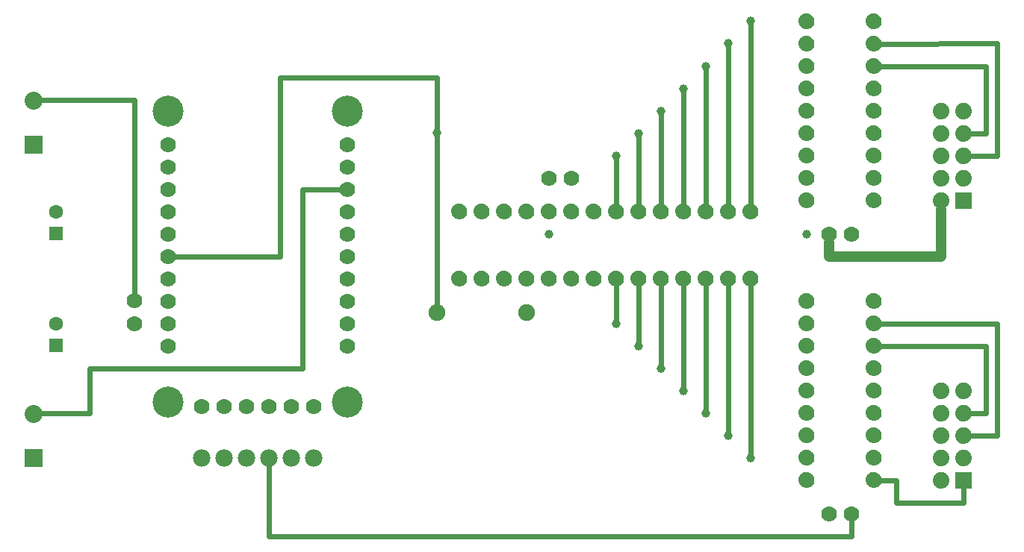
<source format=gtl>
G04 MADE WITH FRITZING*
G04 WWW.FRITZING.ORG*
G04 DOUBLE SIDED*
G04 HOLES PLATED*
G04 CONTOUR ON CENTER OF CONTOUR VECTOR*
%ASAXBY*%
%FSLAX23Y23*%
%MOIN*%
%OFA0B0*%
%SFA1.0B1.0*%
%ADD10C,0.039370*%
%ADD11C,0.080000*%
%ADD12C,0.070000*%
%ADD13C,0.138425*%
%ADD14C,0.075000*%
%ADD15C,0.062992*%
%ADD16C,0.074000*%
%ADD17C,0.078000*%
%ADD18R,0.080000X0.080000*%
%ADD19R,0.062992X0.062992*%
%ADD20R,0.074000X0.074000*%
%ADD21C,0.024000*%
%ADD22C,0.048000*%
%ADD23R,0.001000X0.001000*%
%LNCOPPER1*%
G90*
G70*
G54D10*
X3473Y2395D03*
X3373Y2295D03*
X3273Y2194D03*
X3173Y2094D03*
X3073Y1994D03*
X2973Y1894D03*
X2873Y1794D03*
X2573Y1444D03*
X3723Y1444D03*
X3473Y444D03*
X3373Y544D03*
X3273Y644D03*
X3173Y744D03*
X3073Y844D03*
X2973Y944D03*
X2873Y1044D03*
G54D11*
X272Y444D03*
X272Y641D03*
G54D12*
X722Y1044D03*
X722Y1145D03*
X2672Y1694D03*
X2572Y1694D03*
X3922Y194D03*
X3822Y194D03*
X3922Y1444D03*
X3822Y1444D03*
G54D13*
X872Y694D03*
X872Y1994D03*
G54D12*
X1022Y674D03*
X1122Y674D03*
X1222Y674D03*
X1322Y674D03*
X1422Y674D03*
X1522Y674D03*
X872Y1844D03*
X872Y1744D03*
X872Y1644D03*
X872Y1544D03*
X872Y1444D03*
X872Y1344D03*
X872Y1244D03*
X872Y1144D03*
X872Y1044D03*
G54D13*
X1672Y1994D03*
G54D12*
X872Y944D03*
G54D13*
X1672Y694D03*
G54D12*
X1672Y944D03*
X1672Y1044D03*
X1672Y1144D03*
X1672Y1244D03*
X1672Y1344D03*
X1672Y1444D03*
X1672Y1544D03*
X1672Y1644D03*
X1672Y1744D03*
X1672Y1844D03*
X3722Y1144D03*
X4022Y944D03*
X3722Y1044D03*
X4022Y844D03*
X3722Y944D03*
X4022Y744D03*
X3722Y844D03*
X4022Y644D03*
X3722Y744D03*
X4022Y544D03*
X3722Y644D03*
X4022Y444D03*
X3722Y544D03*
X3722Y344D03*
X3722Y444D03*
X4022Y344D03*
X4022Y1144D03*
X4022Y1044D03*
X3472Y1544D03*
X2272Y1244D03*
X3372Y1544D03*
X2172Y1244D03*
X3272Y1544D03*
X3172Y1544D03*
X3072Y1544D03*
X2972Y1544D03*
X2172Y1544D03*
X2272Y1544D03*
X2372Y1544D03*
X2472Y1544D03*
X2872Y1544D03*
X2672Y1544D03*
X2772Y1544D03*
X2572Y1544D03*
X2672Y1244D03*
X2572Y1244D03*
X2472Y1244D03*
X2372Y1244D03*
X2872Y1244D03*
X2772Y1244D03*
X3272Y1244D03*
X3172Y1244D03*
X3072Y1244D03*
X2972Y1244D03*
X3472Y1244D03*
X3372Y1244D03*
G54D14*
X2072Y1094D03*
X2472Y1094D03*
G54D15*
X372Y1446D03*
X372Y1544D03*
G54D12*
X3722Y2394D03*
X4022Y2194D03*
X3722Y2294D03*
X4022Y2094D03*
X3722Y2194D03*
X4022Y1994D03*
X3722Y2094D03*
X4022Y1894D03*
X3722Y1994D03*
X4022Y1794D03*
X3722Y1894D03*
X4022Y1694D03*
X3722Y1794D03*
X3722Y1594D03*
X3722Y1694D03*
X4022Y1594D03*
X4022Y2394D03*
X4022Y2294D03*
G54D15*
X372Y946D03*
X372Y1044D03*
G54D11*
X272Y1844D03*
X272Y2041D03*
G54D16*
X4322Y1594D03*
X4322Y1694D03*
X4322Y1794D03*
X4322Y1894D03*
X4322Y1994D03*
X4422Y1594D03*
X4422Y1694D03*
X4422Y1794D03*
X4422Y1894D03*
X4422Y1994D03*
X4322Y344D03*
X4322Y444D03*
X4322Y544D03*
X4322Y644D03*
X4322Y744D03*
X4422Y344D03*
X4422Y444D03*
X4422Y544D03*
X4422Y644D03*
X4422Y744D03*
G54D17*
X1022Y444D03*
X1122Y444D03*
X1222Y444D03*
X1322Y444D03*
X1422Y444D03*
X1522Y444D03*
G54D10*
X2072Y1896D03*
G54D18*
X272Y444D03*
G54D19*
X372Y1446D03*
X372Y946D03*
G54D18*
X272Y1844D03*
G54D20*
X4422Y1594D03*
X4422Y344D03*
G54D21*
X303Y2042D02*
X722Y2044D01*
D02*
X722Y2044D02*
X722Y1171D01*
D02*
X3473Y2376D02*
X3472Y1571D01*
D02*
X3372Y1571D02*
X3373Y2276D01*
D02*
X3273Y663D02*
X3272Y1218D01*
D02*
X3373Y563D02*
X3372Y1218D01*
D02*
X3472Y1218D02*
X3473Y463D01*
D02*
X3272Y1571D02*
X3273Y2175D01*
D02*
X3173Y2075D02*
X3172Y1571D01*
D02*
X3073Y1975D02*
X3072Y1571D01*
D02*
X2973Y1875D02*
X2972Y1571D01*
D02*
X2873Y1775D02*
X2872Y1571D01*
D02*
X3923Y94D02*
X1322Y94D01*
D02*
X1322Y94D02*
X1322Y414D01*
D02*
X4123Y344D02*
X4048Y344D01*
D02*
X4123Y244D02*
X4123Y344D01*
D02*
X4422Y313D02*
X4423Y244D01*
D02*
X4423Y244D02*
X4123Y244D01*
D02*
X2873Y1063D02*
X2872Y1218D01*
D02*
X2973Y963D02*
X2972Y1218D01*
D02*
X3073Y863D02*
X3072Y1218D01*
D02*
X3172Y1218D02*
X3173Y763D01*
D02*
X4523Y1894D02*
X4523Y2194D01*
D02*
X4453Y1894D02*
X4523Y1894D01*
D02*
X4523Y2194D02*
X4048Y2194D01*
D02*
X4573Y1794D02*
X4573Y2295D01*
D02*
X4453Y1794D02*
X4573Y1794D01*
D02*
X4573Y2295D02*
X4048Y2294D01*
G54D22*
D02*
X4323Y1344D02*
X3823Y1344D01*
D02*
X4322Y1552D02*
X4323Y1344D01*
D02*
X3823Y1344D02*
X3822Y1407D01*
G54D21*
D02*
X3922Y168D02*
X3923Y94D01*
D02*
X522Y644D02*
X522Y844D01*
D02*
X522Y844D02*
X1472Y844D01*
D02*
X1472Y844D02*
X1472Y1644D01*
D02*
X303Y642D02*
X522Y644D01*
D02*
X4523Y644D02*
X4453Y644D01*
D02*
X4048Y944D02*
X4523Y944D01*
D02*
X4523Y944D02*
X4523Y644D01*
D02*
X4573Y1044D02*
X4573Y544D01*
D02*
X4048Y1044D02*
X4573Y1044D01*
D02*
X4573Y544D02*
X4453Y544D01*
D02*
X1472Y1644D02*
X1641Y1644D01*
D02*
X2072Y1877D02*
X2072Y1123D01*
D02*
X2072Y2144D02*
X2072Y1915D01*
D02*
X1372Y2144D02*
X2072Y2144D01*
D02*
X903Y1344D02*
X1372Y1344D01*
D02*
X1372Y1344D02*
X1372Y2144D01*
G54D23*
X3718Y2430D02*
X3724Y2430D01*
X4018Y2430D02*
X4024Y2430D01*
X3713Y2429D02*
X3729Y2429D01*
X4013Y2429D02*
X4029Y2429D01*
X3710Y2428D02*
X3733Y2428D01*
X4010Y2428D02*
X4033Y2428D01*
X3708Y2427D02*
X3735Y2427D01*
X4008Y2427D02*
X4035Y2427D01*
X3706Y2426D02*
X3737Y2426D01*
X4006Y2426D02*
X4037Y2426D01*
X3704Y2425D02*
X3739Y2425D01*
X4004Y2425D02*
X4039Y2425D01*
X3702Y2424D02*
X3741Y2424D01*
X4002Y2424D02*
X4041Y2424D01*
X3701Y2423D02*
X3742Y2423D01*
X4001Y2423D02*
X4042Y2423D01*
X3699Y2422D02*
X3743Y2422D01*
X3999Y2422D02*
X4043Y2422D01*
X3698Y2421D02*
X3744Y2421D01*
X3998Y2421D02*
X4044Y2421D01*
X3697Y2420D02*
X3746Y2420D01*
X3997Y2420D02*
X4046Y2420D01*
X3696Y2419D02*
X3746Y2419D01*
X3996Y2419D02*
X4046Y2419D01*
X3695Y2418D02*
X3747Y2418D01*
X3995Y2418D02*
X4047Y2418D01*
X3695Y2417D02*
X3748Y2417D01*
X3995Y2417D02*
X4048Y2417D01*
X3694Y2416D02*
X3749Y2416D01*
X3994Y2416D02*
X4049Y2416D01*
X3693Y2415D02*
X3750Y2415D01*
X3993Y2415D02*
X4050Y2415D01*
X3692Y2414D02*
X3750Y2414D01*
X3992Y2414D02*
X4050Y2414D01*
X3692Y2413D02*
X3751Y2413D01*
X3992Y2413D02*
X4051Y2413D01*
X3691Y2412D02*
X3751Y2412D01*
X3991Y2412D02*
X4051Y2412D01*
X3691Y2411D02*
X3752Y2411D01*
X3991Y2411D02*
X4052Y2411D01*
X3690Y2410D02*
X3718Y2410D01*
X3725Y2410D02*
X3752Y2410D01*
X3990Y2410D02*
X4018Y2410D01*
X4025Y2410D02*
X4052Y2410D01*
X3690Y2409D02*
X3715Y2409D01*
X3728Y2409D02*
X3753Y2409D01*
X3990Y2409D02*
X4015Y2409D01*
X4028Y2409D02*
X4053Y2409D01*
X3689Y2408D02*
X3713Y2408D01*
X3730Y2408D02*
X3753Y2408D01*
X3989Y2408D02*
X4013Y2408D01*
X4030Y2408D02*
X4053Y2408D01*
X3689Y2407D02*
X3712Y2407D01*
X3731Y2407D02*
X3754Y2407D01*
X3989Y2407D02*
X4012Y2407D01*
X4031Y2407D02*
X4054Y2407D01*
X3689Y2406D02*
X3710Y2406D01*
X3732Y2406D02*
X3754Y2406D01*
X3989Y2406D02*
X4010Y2406D01*
X4032Y2406D02*
X4054Y2406D01*
X3688Y2405D02*
X3709Y2405D01*
X3733Y2405D02*
X3754Y2405D01*
X3988Y2405D02*
X4009Y2405D01*
X4033Y2405D02*
X4054Y2405D01*
X3688Y2404D02*
X3709Y2404D01*
X3734Y2404D02*
X3755Y2404D01*
X3988Y2404D02*
X4009Y2404D01*
X4034Y2404D02*
X4055Y2404D01*
X3688Y2403D02*
X3708Y2403D01*
X3735Y2403D02*
X3755Y2403D01*
X3988Y2403D02*
X4008Y2403D01*
X4035Y2403D02*
X4055Y2403D01*
X3688Y2402D02*
X3707Y2402D01*
X3735Y2402D02*
X3755Y2402D01*
X3988Y2402D02*
X4007Y2402D01*
X4035Y2402D02*
X4055Y2402D01*
X3687Y2401D02*
X3707Y2401D01*
X3736Y2401D02*
X3755Y2401D01*
X3987Y2401D02*
X4007Y2401D01*
X4036Y2401D02*
X4055Y2401D01*
X3687Y2400D02*
X3707Y2400D01*
X3736Y2400D02*
X3755Y2400D01*
X3987Y2400D02*
X4007Y2400D01*
X4036Y2400D02*
X4055Y2400D01*
X3687Y2399D02*
X3706Y2399D01*
X3736Y2399D02*
X3756Y2399D01*
X3987Y2399D02*
X4006Y2399D01*
X4036Y2399D02*
X4056Y2399D01*
X3687Y2398D02*
X3706Y2398D01*
X3737Y2398D02*
X3756Y2398D01*
X3987Y2398D02*
X4006Y2398D01*
X4037Y2398D02*
X4056Y2398D01*
X3687Y2397D02*
X3706Y2397D01*
X3737Y2397D02*
X3756Y2397D01*
X3987Y2397D02*
X4006Y2397D01*
X4037Y2397D02*
X4056Y2397D01*
X3687Y2396D02*
X3706Y2396D01*
X3737Y2396D02*
X3756Y2396D01*
X3987Y2396D02*
X4006Y2396D01*
X4037Y2396D02*
X4056Y2396D01*
X3687Y2395D02*
X3706Y2395D01*
X3737Y2395D02*
X3756Y2395D01*
X3987Y2395D02*
X4006Y2395D01*
X4037Y2395D02*
X4056Y2395D01*
X3687Y2394D02*
X3706Y2394D01*
X3737Y2394D02*
X3756Y2394D01*
X3987Y2394D02*
X4006Y2394D01*
X4037Y2394D02*
X4056Y2394D01*
X3687Y2393D02*
X3706Y2393D01*
X3737Y2393D02*
X3756Y2393D01*
X3987Y2393D02*
X4006Y2393D01*
X4037Y2393D02*
X4056Y2393D01*
X3687Y2392D02*
X3706Y2392D01*
X3737Y2392D02*
X3756Y2392D01*
X3987Y2392D02*
X4006Y2392D01*
X4037Y2392D02*
X4056Y2392D01*
X3687Y2391D02*
X3706Y2391D01*
X3736Y2391D02*
X3755Y2391D01*
X3987Y2391D02*
X4006Y2391D01*
X4036Y2391D02*
X4055Y2391D01*
X3687Y2390D02*
X3707Y2390D01*
X3736Y2390D02*
X3755Y2390D01*
X3987Y2390D02*
X4007Y2390D01*
X4036Y2390D02*
X4055Y2390D01*
X3688Y2389D02*
X3707Y2389D01*
X3736Y2389D02*
X3755Y2389D01*
X3988Y2389D02*
X4007Y2389D01*
X4036Y2389D02*
X4055Y2389D01*
X3688Y2388D02*
X3708Y2388D01*
X3735Y2388D02*
X3755Y2388D01*
X3988Y2388D02*
X4008Y2388D01*
X4035Y2388D02*
X4055Y2388D01*
X3688Y2387D02*
X3708Y2387D01*
X3734Y2387D02*
X3755Y2387D01*
X3988Y2387D02*
X4008Y2387D01*
X4034Y2387D02*
X4055Y2387D01*
X3688Y2386D02*
X3709Y2386D01*
X3734Y2386D02*
X3754Y2386D01*
X3988Y2386D02*
X4009Y2386D01*
X4034Y2386D02*
X4054Y2386D01*
X3689Y2385D02*
X3710Y2385D01*
X3733Y2385D02*
X3754Y2385D01*
X3989Y2385D02*
X4010Y2385D01*
X4033Y2385D02*
X4054Y2385D01*
X3689Y2384D02*
X3711Y2384D01*
X3732Y2384D02*
X3754Y2384D01*
X3989Y2384D02*
X4011Y2384D01*
X4032Y2384D02*
X4054Y2384D01*
X3689Y2383D02*
X3712Y2383D01*
X3731Y2383D02*
X3753Y2383D01*
X3989Y2383D02*
X4012Y2383D01*
X4031Y2383D02*
X4053Y2383D01*
X3690Y2382D02*
X3714Y2382D01*
X3729Y2382D02*
X3753Y2382D01*
X3990Y2382D02*
X4014Y2382D01*
X4029Y2382D02*
X4053Y2382D01*
X3690Y2381D02*
X3716Y2381D01*
X3727Y2381D02*
X3753Y2381D01*
X3990Y2381D02*
X4016Y2381D01*
X4027Y2381D02*
X4053Y2381D01*
X3691Y2380D02*
X3752Y2380D01*
X3991Y2380D02*
X4052Y2380D01*
X3691Y2379D02*
X3752Y2379D01*
X3991Y2379D02*
X4052Y2379D01*
X3692Y2378D02*
X3751Y2378D01*
X3992Y2378D02*
X4051Y2378D01*
X3692Y2377D02*
X3750Y2377D01*
X3992Y2377D02*
X4050Y2377D01*
X3693Y2376D02*
X3750Y2376D01*
X3993Y2376D02*
X4050Y2376D01*
X3693Y2375D02*
X3749Y2375D01*
X3993Y2375D02*
X4049Y2375D01*
X3694Y2374D02*
X3749Y2374D01*
X3994Y2374D02*
X4049Y2374D01*
X3695Y2373D02*
X3748Y2373D01*
X3995Y2373D02*
X4048Y2373D01*
X3696Y2372D02*
X3747Y2372D01*
X3996Y2372D02*
X4047Y2372D01*
X3697Y2371D02*
X3746Y2371D01*
X3997Y2371D02*
X4046Y2371D01*
X3698Y2370D02*
X3745Y2370D01*
X3998Y2370D02*
X4045Y2370D01*
X3699Y2369D02*
X3744Y2369D01*
X3999Y2369D02*
X4044Y2369D01*
X3700Y2368D02*
X3743Y2368D01*
X4000Y2368D02*
X4043Y2368D01*
X3701Y2367D02*
X3741Y2367D01*
X4001Y2367D02*
X4041Y2367D01*
X3703Y2366D02*
X3740Y2366D01*
X4003Y2366D02*
X4040Y2366D01*
X3705Y2365D02*
X3738Y2365D01*
X4005Y2365D02*
X4038Y2365D01*
X3707Y2364D02*
X3736Y2364D01*
X4007Y2364D02*
X4036Y2364D01*
X3709Y2363D02*
X3734Y2363D01*
X4009Y2363D02*
X4034Y2363D01*
X3711Y2362D02*
X3731Y2362D01*
X4011Y2362D02*
X4031Y2362D01*
X3715Y2361D02*
X3728Y2361D01*
X4015Y2361D02*
X4027Y2361D01*
X3718Y2330D02*
X3725Y2330D01*
X4018Y2330D02*
X4025Y2330D01*
X3713Y2329D02*
X3730Y2329D01*
X4013Y2329D02*
X4029Y2329D01*
X3710Y2328D02*
X3733Y2328D01*
X4010Y2328D02*
X4033Y2328D01*
X3708Y2327D02*
X3735Y2327D01*
X4008Y2327D02*
X4035Y2327D01*
X3705Y2326D02*
X3737Y2326D01*
X4005Y2326D02*
X4037Y2326D01*
X3704Y2325D02*
X3739Y2325D01*
X4004Y2325D02*
X4039Y2325D01*
X3702Y2324D02*
X3741Y2324D01*
X4002Y2324D02*
X4041Y2324D01*
X3701Y2323D02*
X3742Y2323D01*
X4001Y2323D02*
X4042Y2323D01*
X3699Y2322D02*
X3743Y2322D01*
X3999Y2322D02*
X4043Y2322D01*
X3698Y2321D02*
X3744Y2321D01*
X3998Y2321D02*
X4044Y2321D01*
X3697Y2320D02*
X3746Y2320D01*
X3997Y2320D02*
X4046Y2320D01*
X3696Y2319D02*
X3746Y2319D01*
X3996Y2319D02*
X4046Y2319D01*
X3695Y2318D02*
X3747Y2318D01*
X3995Y2318D02*
X4047Y2318D01*
X3694Y2317D02*
X3748Y2317D01*
X3994Y2317D02*
X4048Y2317D01*
X3694Y2316D02*
X3749Y2316D01*
X3994Y2316D02*
X4049Y2316D01*
X3693Y2315D02*
X3750Y2315D01*
X3993Y2315D02*
X4050Y2315D01*
X3692Y2314D02*
X3750Y2314D01*
X3992Y2314D02*
X4050Y2314D01*
X3692Y2313D02*
X3751Y2313D01*
X3992Y2313D02*
X4051Y2313D01*
X3691Y2312D02*
X3751Y2312D01*
X3991Y2312D02*
X4051Y2312D01*
X3691Y2311D02*
X3752Y2311D01*
X3991Y2311D02*
X4052Y2311D01*
X3690Y2310D02*
X3718Y2310D01*
X3725Y2310D02*
X3752Y2310D01*
X3990Y2310D02*
X4018Y2310D01*
X4025Y2310D02*
X4052Y2310D01*
X3690Y2309D02*
X3714Y2309D01*
X3728Y2309D02*
X3753Y2309D01*
X3990Y2309D02*
X4014Y2309D01*
X4028Y2309D02*
X4053Y2309D01*
X3689Y2308D02*
X3713Y2308D01*
X3730Y2308D02*
X3753Y2308D01*
X3989Y2308D02*
X4013Y2308D01*
X4030Y2308D02*
X4053Y2308D01*
X3689Y2307D02*
X3712Y2307D01*
X3731Y2307D02*
X3754Y2307D01*
X3989Y2307D02*
X4012Y2307D01*
X4031Y2307D02*
X4054Y2307D01*
X3689Y2306D02*
X3710Y2306D01*
X3732Y2306D02*
X3754Y2306D01*
X3989Y2306D02*
X4010Y2306D01*
X4032Y2306D02*
X4054Y2306D01*
X3688Y2305D02*
X3709Y2305D01*
X3733Y2305D02*
X3754Y2305D01*
X3988Y2305D02*
X4009Y2305D01*
X4033Y2305D02*
X4054Y2305D01*
X3688Y2304D02*
X3709Y2304D01*
X3734Y2304D02*
X3755Y2304D01*
X3988Y2304D02*
X4009Y2304D01*
X4034Y2304D02*
X4055Y2304D01*
X3688Y2303D02*
X3708Y2303D01*
X3735Y2303D02*
X3755Y2303D01*
X3988Y2303D02*
X4008Y2303D01*
X4035Y2303D02*
X4055Y2303D01*
X3688Y2302D02*
X3707Y2302D01*
X3735Y2302D02*
X3755Y2302D01*
X3988Y2302D02*
X4007Y2302D01*
X4035Y2302D02*
X4055Y2302D01*
X3687Y2301D02*
X3707Y2301D01*
X3736Y2301D02*
X3755Y2301D01*
X3987Y2301D02*
X4007Y2301D01*
X4036Y2301D02*
X4055Y2301D01*
X3687Y2300D02*
X3706Y2300D01*
X3736Y2300D02*
X3755Y2300D01*
X3987Y2300D02*
X4006Y2300D01*
X4036Y2300D02*
X4055Y2300D01*
X3687Y2299D02*
X3706Y2299D01*
X3736Y2299D02*
X3756Y2299D01*
X3987Y2299D02*
X4006Y2299D01*
X4036Y2299D02*
X4056Y2299D01*
X3687Y2298D02*
X3706Y2298D01*
X3737Y2298D02*
X3756Y2298D01*
X3987Y2298D02*
X4006Y2298D01*
X4037Y2298D02*
X4056Y2298D01*
X3687Y2297D02*
X3706Y2297D01*
X3737Y2297D02*
X3756Y2297D01*
X3987Y2297D02*
X4006Y2297D01*
X4037Y2297D02*
X4056Y2297D01*
X3687Y2296D02*
X3706Y2296D01*
X3737Y2296D02*
X3756Y2296D01*
X3987Y2296D02*
X4006Y2296D01*
X4037Y2296D02*
X4056Y2296D01*
X3687Y2295D02*
X3706Y2295D01*
X3737Y2295D02*
X3756Y2295D01*
X3987Y2295D02*
X4006Y2295D01*
X4037Y2295D02*
X4056Y2295D01*
X3687Y2294D02*
X3706Y2294D01*
X3737Y2294D02*
X3756Y2294D01*
X3987Y2294D02*
X4006Y2294D01*
X4037Y2294D02*
X4056Y2294D01*
X3687Y2293D02*
X3706Y2293D01*
X3737Y2293D02*
X3756Y2293D01*
X3987Y2293D02*
X4006Y2293D01*
X4037Y2293D02*
X4056Y2293D01*
X3687Y2292D02*
X3706Y2292D01*
X3737Y2292D02*
X3756Y2292D01*
X3987Y2292D02*
X4006Y2292D01*
X4037Y2292D02*
X4056Y2292D01*
X3687Y2291D02*
X3706Y2291D01*
X3736Y2291D02*
X3755Y2291D01*
X3987Y2291D02*
X4006Y2291D01*
X4036Y2291D02*
X4055Y2291D01*
X3687Y2290D02*
X3707Y2290D01*
X3736Y2290D02*
X3755Y2290D01*
X3987Y2290D02*
X4007Y2290D01*
X4036Y2290D02*
X4055Y2290D01*
X3688Y2289D02*
X3707Y2289D01*
X3736Y2289D02*
X3755Y2289D01*
X3988Y2289D02*
X4007Y2289D01*
X4036Y2289D02*
X4055Y2289D01*
X3688Y2288D02*
X3708Y2288D01*
X3735Y2288D02*
X3755Y2288D01*
X3988Y2288D02*
X4008Y2288D01*
X4035Y2288D02*
X4055Y2288D01*
X3688Y2287D02*
X3708Y2287D01*
X3734Y2287D02*
X3755Y2287D01*
X3988Y2287D02*
X4008Y2287D01*
X4034Y2287D02*
X4055Y2287D01*
X3688Y2286D02*
X3709Y2286D01*
X3734Y2286D02*
X3754Y2286D01*
X3988Y2286D02*
X4009Y2286D01*
X4034Y2286D02*
X4054Y2286D01*
X3689Y2285D02*
X3710Y2285D01*
X3733Y2285D02*
X3754Y2285D01*
X3989Y2285D02*
X4010Y2285D01*
X4033Y2285D02*
X4054Y2285D01*
X3689Y2284D02*
X3711Y2284D01*
X3732Y2284D02*
X3754Y2284D01*
X3989Y2284D02*
X4011Y2284D01*
X4032Y2284D02*
X4054Y2284D01*
X3689Y2283D02*
X3712Y2283D01*
X3731Y2283D02*
X3753Y2283D01*
X3989Y2283D02*
X4012Y2283D01*
X4031Y2283D02*
X4053Y2283D01*
X3690Y2282D02*
X3714Y2282D01*
X3729Y2282D02*
X3753Y2282D01*
X3990Y2282D02*
X4014Y2282D01*
X4029Y2282D02*
X4053Y2282D01*
X3690Y2281D02*
X3716Y2281D01*
X3727Y2281D02*
X3753Y2281D01*
X3990Y2281D02*
X4016Y2281D01*
X4027Y2281D02*
X4053Y2281D01*
X3691Y2280D02*
X3752Y2280D01*
X3991Y2280D02*
X4052Y2280D01*
X3691Y2279D02*
X3752Y2279D01*
X3991Y2279D02*
X4052Y2279D01*
X3692Y2278D02*
X3751Y2278D01*
X3992Y2278D02*
X4051Y2278D01*
X3692Y2277D02*
X3750Y2277D01*
X3992Y2277D02*
X4050Y2277D01*
X3693Y2276D02*
X3750Y2276D01*
X3993Y2276D02*
X4050Y2276D01*
X3693Y2275D02*
X3749Y2275D01*
X3993Y2275D02*
X4049Y2275D01*
X3694Y2274D02*
X3748Y2274D01*
X3994Y2274D02*
X4048Y2274D01*
X3695Y2273D02*
X3748Y2273D01*
X3995Y2273D02*
X4048Y2273D01*
X3696Y2272D02*
X3747Y2272D01*
X3996Y2272D02*
X4047Y2272D01*
X3697Y2271D02*
X3746Y2271D01*
X3997Y2271D02*
X4046Y2271D01*
X3698Y2270D02*
X3745Y2270D01*
X3998Y2270D02*
X4045Y2270D01*
X3699Y2269D02*
X3744Y2269D01*
X3999Y2269D02*
X4044Y2269D01*
X3700Y2268D02*
X3743Y2268D01*
X4000Y2268D02*
X4043Y2268D01*
X3701Y2267D02*
X3741Y2267D01*
X4001Y2267D02*
X4041Y2267D01*
X3703Y2266D02*
X3740Y2266D01*
X4003Y2266D02*
X4040Y2266D01*
X3705Y2265D02*
X3738Y2265D01*
X4005Y2265D02*
X4038Y2265D01*
X3707Y2264D02*
X3736Y2264D01*
X4007Y2264D02*
X4036Y2264D01*
X3709Y2263D02*
X3734Y2263D01*
X4009Y2263D02*
X4034Y2263D01*
X3712Y2262D02*
X3731Y2262D01*
X4012Y2262D02*
X4031Y2262D01*
X3715Y2261D02*
X3727Y2261D01*
X4015Y2261D02*
X4027Y2261D01*
X3718Y2230D02*
X3725Y2230D01*
X4018Y2230D02*
X4025Y2230D01*
X3713Y2229D02*
X3730Y2229D01*
X4013Y2229D02*
X4030Y2229D01*
X3710Y2228D02*
X3733Y2228D01*
X4010Y2228D02*
X4033Y2228D01*
X3707Y2227D02*
X3735Y2227D01*
X4007Y2227D02*
X4035Y2227D01*
X3705Y2226D02*
X3737Y2226D01*
X4005Y2226D02*
X4037Y2226D01*
X3704Y2225D02*
X3739Y2225D01*
X4004Y2225D02*
X4039Y2225D01*
X3702Y2224D02*
X3741Y2224D01*
X4002Y2224D02*
X4041Y2224D01*
X3701Y2223D02*
X3742Y2223D01*
X4001Y2223D02*
X4042Y2223D01*
X3699Y2222D02*
X3743Y2222D01*
X3999Y2222D02*
X4043Y2222D01*
X3698Y2221D02*
X3745Y2221D01*
X3998Y2221D02*
X4045Y2221D01*
X3697Y2220D02*
X3746Y2220D01*
X3997Y2220D02*
X4046Y2220D01*
X3696Y2219D02*
X3747Y2219D01*
X3996Y2219D02*
X4047Y2219D01*
X3695Y2218D02*
X3747Y2218D01*
X3995Y2218D02*
X4047Y2218D01*
X3694Y2217D02*
X3748Y2217D01*
X3994Y2217D02*
X4048Y2217D01*
X3694Y2216D02*
X3749Y2216D01*
X3994Y2216D02*
X4049Y2216D01*
X3693Y2215D02*
X3750Y2215D01*
X3993Y2215D02*
X4050Y2215D01*
X3692Y2214D02*
X3750Y2214D01*
X3992Y2214D02*
X4050Y2214D01*
X3692Y2213D02*
X3751Y2213D01*
X3992Y2213D02*
X4051Y2213D01*
X3691Y2212D02*
X3751Y2212D01*
X3991Y2212D02*
X4051Y2212D01*
X3691Y2211D02*
X3752Y2211D01*
X3991Y2211D02*
X4052Y2211D01*
X3690Y2210D02*
X3717Y2210D01*
X3725Y2210D02*
X3752Y2210D01*
X3990Y2210D02*
X4017Y2210D01*
X4025Y2210D02*
X4052Y2210D01*
X3690Y2209D02*
X3714Y2209D01*
X3728Y2209D02*
X3753Y2209D01*
X3990Y2209D02*
X4014Y2209D01*
X4028Y2209D02*
X4053Y2209D01*
X3689Y2208D02*
X3713Y2208D01*
X3730Y2208D02*
X3753Y2208D01*
X3989Y2208D02*
X4013Y2208D01*
X4030Y2208D02*
X4053Y2208D01*
X3689Y2207D02*
X3711Y2207D01*
X3731Y2207D02*
X3754Y2207D01*
X3989Y2207D02*
X4011Y2207D01*
X4031Y2207D02*
X4054Y2207D01*
X3689Y2206D02*
X3710Y2206D01*
X3732Y2206D02*
X3754Y2206D01*
X3989Y2206D02*
X4010Y2206D01*
X4032Y2206D02*
X4054Y2206D01*
X3688Y2205D02*
X3709Y2205D01*
X3733Y2205D02*
X3754Y2205D01*
X3988Y2205D02*
X4009Y2205D01*
X4033Y2205D02*
X4054Y2205D01*
X3688Y2204D02*
X3709Y2204D01*
X3734Y2204D02*
X3755Y2204D01*
X3988Y2204D02*
X4009Y2204D01*
X4034Y2204D02*
X4055Y2204D01*
X3688Y2203D02*
X3708Y2203D01*
X3735Y2203D02*
X3755Y2203D01*
X3988Y2203D02*
X4008Y2203D01*
X4035Y2203D02*
X4055Y2203D01*
X3688Y2202D02*
X3707Y2202D01*
X3735Y2202D02*
X3755Y2202D01*
X3988Y2202D02*
X4007Y2202D01*
X4035Y2202D02*
X4055Y2202D01*
X3687Y2201D02*
X3707Y2201D01*
X3736Y2201D02*
X3755Y2201D01*
X3987Y2201D02*
X4007Y2201D01*
X4036Y2201D02*
X4055Y2201D01*
X3687Y2200D02*
X3706Y2200D01*
X3736Y2200D02*
X3755Y2200D01*
X3987Y2200D02*
X4006Y2200D01*
X4036Y2200D02*
X4055Y2200D01*
X3687Y2199D02*
X3706Y2199D01*
X3736Y2199D02*
X3756Y2199D01*
X3987Y2199D02*
X4006Y2199D01*
X4036Y2199D02*
X4056Y2199D01*
X3687Y2198D02*
X3706Y2198D01*
X3737Y2198D02*
X3756Y2198D01*
X3987Y2198D02*
X4006Y2198D01*
X4037Y2198D02*
X4056Y2198D01*
X3687Y2197D02*
X3706Y2197D01*
X3737Y2197D02*
X3756Y2197D01*
X3987Y2197D02*
X4006Y2197D01*
X4037Y2197D02*
X4056Y2197D01*
X3687Y2196D02*
X3706Y2196D01*
X3737Y2196D02*
X3756Y2196D01*
X3987Y2196D02*
X4006Y2196D01*
X4037Y2196D02*
X4056Y2196D01*
X3687Y2195D02*
X3706Y2195D01*
X3737Y2195D02*
X3756Y2195D01*
X3987Y2195D02*
X4006Y2195D01*
X4037Y2195D02*
X4056Y2195D01*
X3687Y2194D02*
X3706Y2194D01*
X3737Y2194D02*
X3756Y2194D01*
X3987Y2194D02*
X4006Y2194D01*
X4037Y2194D02*
X4056Y2194D01*
X3687Y2193D02*
X3706Y2193D01*
X3737Y2193D02*
X3756Y2193D01*
X3987Y2193D02*
X4006Y2193D01*
X4037Y2193D02*
X4056Y2193D01*
X3687Y2192D02*
X3706Y2192D01*
X3737Y2192D02*
X3756Y2192D01*
X3987Y2192D02*
X4006Y2192D01*
X4037Y2192D02*
X4056Y2192D01*
X3687Y2191D02*
X3706Y2191D01*
X3736Y2191D02*
X3755Y2191D01*
X3987Y2191D02*
X4006Y2191D01*
X4036Y2191D02*
X4055Y2191D01*
X3687Y2190D02*
X3707Y2190D01*
X3736Y2190D02*
X3755Y2190D01*
X3987Y2190D02*
X4007Y2190D01*
X4036Y2190D02*
X4055Y2190D01*
X3688Y2189D02*
X3707Y2189D01*
X3736Y2189D02*
X3755Y2189D01*
X3988Y2189D02*
X4007Y2189D01*
X4036Y2189D02*
X4055Y2189D01*
X3688Y2188D02*
X3708Y2188D01*
X3735Y2188D02*
X3755Y2188D01*
X3988Y2188D02*
X4008Y2188D01*
X4035Y2188D02*
X4055Y2188D01*
X3688Y2187D02*
X3708Y2187D01*
X3734Y2187D02*
X3755Y2187D01*
X3988Y2187D02*
X4008Y2187D01*
X4034Y2187D02*
X4055Y2187D01*
X3688Y2186D02*
X3709Y2186D01*
X3734Y2186D02*
X3754Y2186D01*
X3988Y2186D02*
X4009Y2186D01*
X4034Y2186D02*
X4054Y2186D01*
X3689Y2185D02*
X3710Y2185D01*
X3733Y2185D02*
X3754Y2185D01*
X3989Y2185D02*
X4010Y2185D01*
X4033Y2185D02*
X4054Y2185D01*
X3689Y2184D02*
X3711Y2184D01*
X3732Y2184D02*
X3754Y2184D01*
X3989Y2184D02*
X4011Y2184D01*
X4032Y2184D02*
X4054Y2184D01*
X3689Y2183D02*
X3712Y2183D01*
X3730Y2183D02*
X3753Y2183D01*
X3989Y2183D02*
X4012Y2183D01*
X4030Y2183D02*
X4053Y2183D01*
X3690Y2182D02*
X3714Y2182D01*
X3729Y2182D02*
X3753Y2182D01*
X3990Y2182D02*
X4014Y2182D01*
X4029Y2182D02*
X4053Y2182D01*
X3690Y2181D02*
X3716Y2181D01*
X3727Y2181D02*
X3753Y2181D01*
X3990Y2181D02*
X4016Y2181D01*
X4027Y2181D02*
X4053Y2181D01*
X3691Y2180D02*
X3752Y2180D01*
X3991Y2180D02*
X4052Y2180D01*
X3691Y2179D02*
X3752Y2179D01*
X3991Y2179D02*
X4052Y2179D01*
X3692Y2178D02*
X3751Y2178D01*
X3992Y2178D02*
X4051Y2178D01*
X3692Y2177D02*
X3750Y2177D01*
X3992Y2177D02*
X4050Y2177D01*
X3693Y2176D02*
X3750Y2176D01*
X3993Y2176D02*
X4050Y2176D01*
X3693Y2175D02*
X3749Y2175D01*
X3993Y2175D02*
X4049Y2175D01*
X3694Y2174D02*
X3748Y2174D01*
X3994Y2174D02*
X4048Y2174D01*
X3695Y2173D02*
X3748Y2173D01*
X3995Y2173D02*
X4048Y2173D01*
X3696Y2172D02*
X3747Y2172D01*
X3996Y2172D02*
X4047Y2172D01*
X3697Y2171D02*
X3746Y2171D01*
X3997Y2171D02*
X4046Y2171D01*
X3698Y2170D02*
X3745Y2170D01*
X3998Y2170D02*
X4045Y2170D01*
X3699Y2169D02*
X3744Y2169D01*
X3999Y2169D02*
X4044Y2169D01*
X3700Y2168D02*
X3743Y2168D01*
X4000Y2168D02*
X4043Y2168D01*
X3701Y2167D02*
X3741Y2167D01*
X4001Y2167D02*
X4041Y2167D01*
X3703Y2166D02*
X3740Y2166D01*
X4003Y2166D02*
X4040Y2166D01*
X3705Y2165D02*
X3738Y2165D01*
X4005Y2165D02*
X4038Y2165D01*
X3707Y2164D02*
X3736Y2164D01*
X4007Y2164D02*
X4036Y2164D01*
X3709Y2163D02*
X3734Y2163D01*
X4009Y2163D02*
X4034Y2163D01*
X3712Y2162D02*
X3731Y2162D01*
X4012Y2162D02*
X4031Y2162D01*
X3716Y2161D02*
X3727Y2161D01*
X4016Y2161D02*
X4027Y2161D01*
X3718Y2130D02*
X3725Y2130D01*
X4018Y2130D02*
X4025Y2130D01*
X3713Y2129D02*
X3730Y2129D01*
X4013Y2129D02*
X4030Y2129D01*
X3710Y2128D02*
X3733Y2128D01*
X4010Y2128D02*
X4033Y2128D01*
X3707Y2127D02*
X3735Y2127D01*
X4007Y2127D02*
X4035Y2127D01*
X3705Y2126D02*
X3737Y2126D01*
X4005Y2126D02*
X4037Y2126D01*
X3704Y2125D02*
X3739Y2125D01*
X4004Y2125D02*
X4039Y2125D01*
X3702Y2124D02*
X3741Y2124D01*
X4002Y2124D02*
X4041Y2124D01*
X3701Y2123D02*
X3742Y2123D01*
X4001Y2123D02*
X4042Y2123D01*
X3699Y2122D02*
X3743Y2122D01*
X3999Y2122D02*
X4043Y2122D01*
X3698Y2121D02*
X3745Y2121D01*
X3998Y2121D02*
X4045Y2121D01*
X3697Y2120D02*
X3746Y2120D01*
X3997Y2120D02*
X4046Y2120D01*
X3696Y2119D02*
X3747Y2119D01*
X3996Y2119D02*
X4047Y2119D01*
X3695Y2118D02*
X3747Y2118D01*
X3995Y2118D02*
X4047Y2118D01*
X3694Y2117D02*
X3748Y2117D01*
X3994Y2117D02*
X4048Y2117D01*
X3694Y2116D02*
X3749Y2116D01*
X3994Y2116D02*
X4049Y2116D01*
X3693Y2115D02*
X3750Y2115D01*
X3993Y2115D02*
X4050Y2115D01*
X3692Y2114D02*
X3750Y2114D01*
X3992Y2114D02*
X4050Y2114D01*
X3692Y2113D02*
X3751Y2113D01*
X3992Y2113D02*
X4051Y2113D01*
X3691Y2112D02*
X3751Y2112D01*
X3991Y2112D02*
X4051Y2112D01*
X3691Y2111D02*
X3752Y2111D01*
X3991Y2111D02*
X4052Y2111D01*
X3690Y2110D02*
X3717Y2110D01*
X3725Y2110D02*
X3752Y2110D01*
X3990Y2110D02*
X4017Y2110D01*
X4025Y2110D02*
X4052Y2110D01*
X3690Y2109D02*
X3714Y2109D01*
X3728Y2109D02*
X3753Y2109D01*
X3990Y2109D02*
X4014Y2109D01*
X4028Y2109D02*
X4053Y2109D01*
X3689Y2108D02*
X3713Y2108D01*
X3730Y2108D02*
X3753Y2108D01*
X3989Y2108D02*
X4013Y2108D01*
X4030Y2108D02*
X4053Y2108D01*
X3689Y2107D02*
X3711Y2107D01*
X3731Y2107D02*
X3754Y2107D01*
X3989Y2107D02*
X4011Y2107D01*
X4031Y2107D02*
X4054Y2107D01*
X3689Y2106D02*
X3710Y2106D01*
X3732Y2106D02*
X3754Y2106D01*
X3989Y2106D02*
X4010Y2106D01*
X4032Y2106D02*
X4054Y2106D01*
X3688Y2105D02*
X3709Y2105D01*
X3733Y2105D02*
X3754Y2105D01*
X3988Y2105D02*
X4009Y2105D01*
X4033Y2105D02*
X4054Y2105D01*
X3688Y2104D02*
X3709Y2104D01*
X3734Y2104D02*
X3755Y2104D01*
X3988Y2104D02*
X4009Y2104D01*
X4034Y2104D02*
X4055Y2104D01*
X3688Y2103D02*
X3708Y2103D01*
X3735Y2103D02*
X3755Y2103D01*
X3988Y2103D02*
X4008Y2103D01*
X4035Y2103D02*
X4055Y2103D01*
X3688Y2102D02*
X3707Y2102D01*
X3735Y2102D02*
X3755Y2102D01*
X3988Y2102D02*
X4007Y2102D01*
X4035Y2102D02*
X4055Y2102D01*
X3687Y2101D02*
X3707Y2101D01*
X3736Y2101D02*
X3755Y2101D01*
X3987Y2101D02*
X4007Y2101D01*
X4036Y2101D02*
X4055Y2101D01*
X3687Y2100D02*
X3706Y2100D01*
X3736Y2100D02*
X3755Y2100D01*
X3987Y2100D02*
X4006Y2100D01*
X4036Y2100D02*
X4055Y2100D01*
X3687Y2099D02*
X3706Y2099D01*
X3736Y2099D02*
X3756Y2099D01*
X3987Y2099D02*
X4006Y2099D01*
X4036Y2099D02*
X4056Y2099D01*
X3687Y2098D02*
X3706Y2098D01*
X3737Y2098D02*
X3756Y2098D01*
X3987Y2098D02*
X4006Y2098D01*
X4037Y2098D02*
X4056Y2098D01*
X3687Y2097D02*
X3706Y2097D01*
X3737Y2097D02*
X3756Y2097D01*
X3987Y2097D02*
X4006Y2097D01*
X4037Y2097D02*
X4056Y2097D01*
X3687Y2096D02*
X3706Y2096D01*
X3737Y2096D02*
X3756Y2096D01*
X3987Y2096D02*
X4006Y2096D01*
X4037Y2096D02*
X4056Y2096D01*
X3687Y2095D02*
X3706Y2095D01*
X3737Y2095D02*
X3756Y2095D01*
X3987Y2095D02*
X4006Y2095D01*
X4037Y2095D02*
X4056Y2095D01*
X3687Y2094D02*
X3706Y2094D01*
X3737Y2094D02*
X3756Y2094D01*
X3987Y2094D02*
X4006Y2094D01*
X4037Y2094D02*
X4056Y2094D01*
X3687Y2093D02*
X3706Y2093D01*
X3737Y2093D02*
X3756Y2093D01*
X3987Y2093D02*
X4006Y2093D01*
X4037Y2093D02*
X4056Y2093D01*
X3687Y2092D02*
X3706Y2092D01*
X3737Y2092D02*
X3756Y2092D01*
X3987Y2092D02*
X4006Y2092D01*
X4037Y2092D02*
X4056Y2092D01*
X3687Y2091D02*
X3706Y2091D01*
X3736Y2091D02*
X3755Y2091D01*
X3987Y2091D02*
X4006Y2091D01*
X4036Y2091D02*
X4055Y2091D01*
X3687Y2090D02*
X3707Y2090D01*
X3736Y2090D02*
X3755Y2090D01*
X3987Y2090D02*
X4007Y2090D01*
X4036Y2090D02*
X4055Y2090D01*
X3688Y2089D02*
X3707Y2089D01*
X3736Y2089D02*
X3755Y2089D01*
X3988Y2089D02*
X4007Y2089D01*
X4036Y2089D02*
X4055Y2089D01*
X3688Y2088D02*
X3708Y2088D01*
X3735Y2088D02*
X3755Y2088D01*
X3988Y2088D02*
X4008Y2088D01*
X4035Y2088D02*
X4055Y2088D01*
X3688Y2087D02*
X3708Y2087D01*
X3734Y2087D02*
X3755Y2087D01*
X3988Y2087D02*
X4008Y2087D01*
X4034Y2087D02*
X4055Y2087D01*
X3688Y2086D02*
X3709Y2086D01*
X3734Y2086D02*
X3754Y2086D01*
X3988Y2086D02*
X4009Y2086D01*
X4034Y2086D02*
X4054Y2086D01*
X3689Y2085D02*
X3710Y2085D01*
X3733Y2085D02*
X3754Y2085D01*
X3989Y2085D02*
X4010Y2085D01*
X4033Y2085D02*
X4054Y2085D01*
X3689Y2084D02*
X3711Y2084D01*
X3732Y2084D02*
X3754Y2084D01*
X3989Y2084D02*
X4011Y2084D01*
X4032Y2084D02*
X4054Y2084D01*
X3689Y2083D02*
X3712Y2083D01*
X3730Y2083D02*
X3753Y2083D01*
X3989Y2083D02*
X4012Y2083D01*
X4030Y2083D02*
X4053Y2083D01*
X3690Y2082D02*
X3714Y2082D01*
X3729Y2082D02*
X3753Y2082D01*
X3990Y2082D02*
X4014Y2082D01*
X4029Y2082D02*
X4053Y2082D01*
X3690Y2081D02*
X3716Y2081D01*
X3727Y2081D02*
X3753Y2081D01*
X3990Y2081D02*
X4016Y2081D01*
X4027Y2081D02*
X4053Y2081D01*
X3691Y2080D02*
X3752Y2080D01*
X3991Y2080D02*
X4052Y2080D01*
X3691Y2079D02*
X3752Y2079D01*
X3991Y2079D02*
X4052Y2079D01*
X3692Y2078D02*
X3751Y2078D01*
X3992Y2078D02*
X4051Y2078D01*
X3692Y2077D02*
X3750Y2077D01*
X3992Y2077D02*
X4050Y2077D01*
X3693Y2076D02*
X3750Y2076D01*
X3993Y2076D02*
X4050Y2076D01*
X3693Y2075D02*
X3749Y2075D01*
X3993Y2075D02*
X4049Y2075D01*
X3694Y2074D02*
X3748Y2074D01*
X3994Y2074D02*
X4048Y2074D01*
X3695Y2073D02*
X3748Y2073D01*
X3995Y2073D02*
X4048Y2073D01*
X3696Y2072D02*
X3747Y2072D01*
X3996Y2072D02*
X4047Y2072D01*
X3697Y2071D02*
X3746Y2071D01*
X3997Y2071D02*
X4046Y2071D01*
X3698Y2070D02*
X3745Y2070D01*
X3998Y2070D02*
X4045Y2070D01*
X3699Y2069D02*
X3744Y2069D01*
X3999Y2069D02*
X4044Y2069D01*
X3700Y2068D02*
X3743Y2068D01*
X4000Y2068D02*
X4043Y2068D01*
X3701Y2067D02*
X3741Y2067D01*
X4001Y2067D02*
X4041Y2067D01*
X3703Y2066D02*
X3740Y2066D01*
X4003Y2066D02*
X4040Y2066D01*
X3705Y2065D02*
X3738Y2065D01*
X4005Y2065D02*
X4038Y2065D01*
X3707Y2064D02*
X3736Y2064D01*
X4007Y2064D02*
X4036Y2064D01*
X3709Y2063D02*
X3734Y2063D01*
X4009Y2063D02*
X4034Y2063D01*
X3712Y2062D02*
X3731Y2062D01*
X4012Y2062D02*
X4031Y2062D01*
X3716Y2061D02*
X3727Y2061D01*
X4016Y2061D02*
X4027Y2061D01*
X3717Y2030D02*
X3725Y2030D01*
X4017Y2030D02*
X4025Y2030D01*
X3713Y2029D02*
X3730Y2029D01*
X4013Y2029D02*
X4030Y2029D01*
X3710Y2028D02*
X3733Y2028D01*
X4010Y2028D02*
X4033Y2028D01*
X3707Y2027D02*
X3735Y2027D01*
X4007Y2027D02*
X4035Y2027D01*
X3705Y2026D02*
X3737Y2026D01*
X4005Y2026D02*
X4037Y2026D01*
X3704Y2025D02*
X3739Y2025D01*
X4004Y2025D02*
X4039Y2025D01*
X3702Y2024D02*
X3741Y2024D01*
X4002Y2024D02*
X4041Y2024D01*
X3701Y2023D02*
X3742Y2023D01*
X4001Y2023D02*
X4042Y2023D01*
X3699Y2022D02*
X3743Y2022D01*
X3999Y2022D02*
X4043Y2022D01*
X3698Y2021D02*
X3745Y2021D01*
X3998Y2021D02*
X4045Y2021D01*
X3697Y2020D02*
X3746Y2020D01*
X3997Y2020D02*
X4046Y2020D01*
X3696Y2019D02*
X3747Y2019D01*
X3996Y2019D02*
X4047Y2019D01*
X3695Y2018D02*
X3747Y2018D01*
X3995Y2018D02*
X4047Y2018D01*
X3694Y2017D02*
X3748Y2017D01*
X3994Y2017D02*
X4048Y2017D01*
X3694Y2016D02*
X3749Y2016D01*
X3994Y2016D02*
X4049Y2016D01*
X3693Y2015D02*
X3750Y2015D01*
X3993Y2015D02*
X4050Y2015D01*
X3692Y2014D02*
X3750Y2014D01*
X3992Y2014D02*
X4050Y2014D01*
X3692Y2013D02*
X3751Y2013D01*
X3992Y2013D02*
X4051Y2013D01*
X3691Y2012D02*
X3751Y2012D01*
X3991Y2012D02*
X4051Y2012D01*
X3691Y2011D02*
X3752Y2011D01*
X3991Y2011D02*
X4052Y2011D01*
X3690Y2010D02*
X3717Y2010D01*
X3725Y2010D02*
X3752Y2010D01*
X3990Y2010D02*
X4017Y2010D01*
X4025Y2010D02*
X4052Y2010D01*
X3690Y2009D02*
X3714Y2009D01*
X3728Y2009D02*
X3753Y2009D01*
X3990Y2009D02*
X4014Y2009D01*
X4028Y2009D02*
X4053Y2009D01*
X3689Y2008D02*
X3713Y2008D01*
X3730Y2008D02*
X3753Y2008D01*
X3989Y2008D02*
X4013Y2008D01*
X4030Y2008D02*
X4053Y2008D01*
X3689Y2007D02*
X3711Y2007D01*
X3731Y2007D02*
X3754Y2007D01*
X3989Y2007D02*
X4011Y2007D01*
X4031Y2007D02*
X4054Y2007D01*
X3689Y2006D02*
X3710Y2006D01*
X3732Y2006D02*
X3754Y2006D01*
X3989Y2006D02*
X4010Y2006D01*
X4032Y2006D02*
X4054Y2006D01*
X3688Y2005D02*
X3709Y2005D01*
X3733Y2005D02*
X3754Y2005D01*
X3988Y2005D02*
X4009Y2005D01*
X4033Y2005D02*
X4054Y2005D01*
X3688Y2004D02*
X3709Y2004D01*
X3734Y2004D02*
X3755Y2004D01*
X3988Y2004D02*
X4009Y2004D01*
X4034Y2004D02*
X4055Y2004D01*
X3688Y2003D02*
X3708Y2003D01*
X3735Y2003D02*
X3755Y2003D01*
X3988Y2003D02*
X4008Y2003D01*
X4035Y2003D02*
X4055Y2003D01*
X3688Y2002D02*
X3707Y2002D01*
X3735Y2002D02*
X3755Y2002D01*
X3988Y2002D02*
X4007Y2002D01*
X4035Y2002D02*
X4055Y2002D01*
X3687Y2001D02*
X3707Y2001D01*
X3736Y2001D02*
X3755Y2001D01*
X3987Y2001D02*
X4007Y2001D01*
X4036Y2001D02*
X4055Y2001D01*
X3687Y2000D02*
X3706Y2000D01*
X3736Y2000D02*
X3755Y2000D01*
X3987Y2000D02*
X4006Y2000D01*
X4036Y2000D02*
X4055Y2000D01*
X3687Y1999D02*
X3706Y1999D01*
X3736Y1999D02*
X3756Y1999D01*
X3987Y1999D02*
X4006Y1999D01*
X4036Y1999D02*
X4056Y1999D01*
X3687Y1998D02*
X3706Y1998D01*
X3737Y1998D02*
X3756Y1998D01*
X3987Y1998D02*
X4006Y1998D01*
X4037Y1998D02*
X4056Y1998D01*
X3687Y1997D02*
X3706Y1997D01*
X3737Y1997D02*
X3756Y1997D01*
X3987Y1997D02*
X4006Y1997D01*
X4037Y1997D02*
X4056Y1997D01*
X3687Y1996D02*
X3706Y1996D01*
X3737Y1996D02*
X3756Y1996D01*
X3987Y1996D02*
X4006Y1996D01*
X4037Y1996D02*
X4056Y1996D01*
X3687Y1995D02*
X3706Y1995D01*
X3737Y1995D02*
X3756Y1995D01*
X3987Y1995D02*
X4006Y1995D01*
X4037Y1995D02*
X4056Y1995D01*
X3687Y1994D02*
X3706Y1994D01*
X3737Y1994D02*
X3756Y1994D01*
X3987Y1994D02*
X4006Y1994D01*
X4037Y1994D02*
X4056Y1994D01*
X3687Y1993D02*
X3706Y1993D01*
X3737Y1993D02*
X3756Y1993D01*
X3987Y1993D02*
X4006Y1993D01*
X4037Y1993D02*
X4056Y1993D01*
X3687Y1992D02*
X3706Y1992D01*
X3737Y1992D02*
X3756Y1992D01*
X3987Y1992D02*
X4006Y1992D01*
X4037Y1992D02*
X4056Y1992D01*
X3687Y1991D02*
X3706Y1991D01*
X3736Y1991D02*
X3755Y1991D01*
X3987Y1991D02*
X4006Y1991D01*
X4036Y1991D02*
X4055Y1991D01*
X3687Y1990D02*
X3707Y1990D01*
X3736Y1990D02*
X3755Y1990D01*
X3987Y1990D02*
X4007Y1990D01*
X4036Y1990D02*
X4055Y1990D01*
X3688Y1989D02*
X3707Y1989D01*
X3736Y1989D02*
X3755Y1989D01*
X3988Y1989D02*
X4007Y1989D01*
X4036Y1989D02*
X4055Y1989D01*
X3688Y1988D02*
X3708Y1988D01*
X3735Y1988D02*
X3755Y1988D01*
X3988Y1988D02*
X4008Y1988D01*
X4035Y1988D02*
X4055Y1988D01*
X3688Y1987D02*
X3708Y1987D01*
X3734Y1987D02*
X3755Y1987D01*
X3988Y1987D02*
X4008Y1987D01*
X4034Y1987D02*
X4055Y1987D01*
X3688Y1986D02*
X3709Y1986D01*
X3734Y1986D02*
X3754Y1986D01*
X3988Y1986D02*
X4009Y1986D01*
X4034Y1986D02*
X4054Y1986D01*
X3689Y1985D02*
X3710Y1985D01*
X3733Y1985D02*
X3754Y1985D01*
X3989Y1985D02*
X4010Y1985D01*
X4033Y1985D02*
X4054Y1985D01*
X3689Y1984D02*
X3711Y1984D01*
X3732Y1984D02*
X3754Y1984D01*
X3989Y1984D02*
X4011Y1984D01*
X4032Y1984D02*
X4054Y1984D01*
X3689Y1983D02*
X3712Y1983D01*
X3730Y1983D02*
X3753Y1983D01*
X3989Y1983D02*
X4012Y1983D01*
X4030Y1983D02*
X4053Y1983D01*
X3690Y1982D02*
X3714Y1982D01*
X3729Y1982D02*
X3753Y1982D01*
X3990Y1982D02*
X4014Y1982D01*
X4029Y1982D02*
X4053Y1982D01*
X3690Y1981D02*
X3716Y1981D01*
X3726Y1981D02*
X3753Y1981D01*
X3990Y1981D02*
X4016Y1981D01*
X4026Y1981D02*
X4053Y1981D01*
X3691Y1980D02*
X3752Y1980D01*
X3991Y1980D02*
X4052Y1980D01*
X3691Y1979D02*
X3752Y1979D01*
X3991Y1979D02*
X4052Y1979D01*
X3692Y1978D02*
X3751Y1978D01*
X3992Y1978D02*
X4051Y1978D01*
X3692Y1977D02*
X3750Y1977D01*
X3992Y1977D02*
X4050Y1977D01*
X3693Y1976D02*
X3750Y1976D01*
X3993Y1976D02*
X4050Y1976D01*
X3694Y1975D02*
X3749Y1975D01*
X3994Y1975D02*
X4049Y1975D01*
X3694Y1974D02*
X3748Y1974D01*
X3994Y1974D02*
X4048Y1974D01*
X3695Y1973D02*
X3748Y1973D01*
X3995Y1973D02*
X4048Y1973D01*
X3696Y1972D02*
X3747Y1972D01*
X3996Y1972D02*
X4047Y1972D01*
X3697Y1971D02*
X3746Y1971D01*
X3997Y1971D02*
X4046Y1971D01*
X3698Y1970D02*
X3745Y1970D01*
X3998Y1970D02*
X4045Y1970D01*
X3699Y1969D02*
X3744Y1969D01*
X3999Y1969D02*
X4044Y1969D01*
X3700Y1968D02*
X3743Y1968D01*
X4000Y1968D02*
X4043Y1968D01*
X3702Y1967D02*
X3741Y1967D01*
X4002Y1967D02*
X4041Y1967D01*
X3703Y1966D02*
X3740Y1966D01*
X4003Y1966D02*
X4040Y1966D01*
X3705Y1965D02*
X3738Y1965D01*
X4005Y1965D02*
X4038Y1965D01*
X3707Y1964D02*
X3736Y1964D01*
X4007Y1964D02*
X4036Y1964D01*
X3709Y1963D02*
X3734Y1963D01*
X4009Y1963D02*
X4034Y1963D01*
X3712Y1962D02*
X3731Y1962D01*
X4012Y1962D02*
X4031Y1962D01*
X3716Y1961D02*
X3727Y1961D01*
X4016Y1961D02*
X4027Y1961D01*
X3717Y1930D02*
X3725Y1930D01*
X4017Y1930D02*
X4025Y1930D01*
X3713Y1929D02*
X3730Y1929D01*
X4013Y1929D02*
X4030Y1929D01*
X3710Y1928D02*
X3733Y1928D01*
X4010Y1928D02*
X4033Y1928D01*
X3707Y1927D02*
X3735Y1927D01*
X4007Y1927D02*
X4035Y1927D01*
X3705Y1926D02*
X3737Y1926D01*
X4005Y1926D02*
X4037Y1926D01*
X3704Y1925D02*
X3739Y1925D01*
X4004Y1925D02*
X4039Y1925D01*
X3702Y1924D02*
X3741Y1924D01*
X4002Y1924D02*
X4041Y1924D01*
X3700Y1923D02*
X3742Y1923D01*
X4000Y1923D02*
X4042Y1923D01*
X3699Y1922D02*
X3743Y1922D01*
X3999Y1922D02*
X4043Y1922D01*
X3698Y1921D02*
X3745Y1921D01*
X3998Y1921D02*
X4045Y1921D01*
X3697Y1920D02*
X3746Y1920D01*
X3997Y1920D02*
X4046Y1920D01*
X3696Y1919D02*
X3747Y1919D01*
X3996Y1919D02*
X4047Y1919D01*
X3695Y1918D02*
X3747Y1918D01*
X3995Y1918D02*
X4047Y1918D01*
X3694Y1917D02*
X3748Y1917D01*
X3994Y1917D02*
X4048Y1917D01*
X3694Y1916D02*
X3749Y1916D01*
X3994Y1916D02*
X4049Y1916D01*
X3693Y1915D02*
X3750Y1915D01*
X3993Y1915D02*
X4050Y1915D01*
X3692Y1914D02*
X3750Y1914D01*
X3992Y1914D02*
X4050Y1914D01*
X3692Y1913D02*
X3751Y1913D01*
X3992Y1913D02*
X4051Y1913D01*
X3691Y1912D02*
X3751Y1912D01*
X3991Y1912D02*
X4051Y1912D01*
X3691Y1911D02*
X3752Y1911D01*
X3991Y1911D02*
X4052Y1911D01*
X3690Y1910D02*
X3717Y1910D01*
X3726Y1910D02*
X3752Y1910D01*
X3990Y1910D02*
X4017Y1910D01*
X4026Y1910D02*
X4052Y1910D01*
X3690Y1909D02*
X3714Y1909D01*
X3728Y1909D02*
X3753Y1909D01*
X3990Y1909D02*
X4014Y1909D01*
X4028Y1909D02*
X4053Y1909D01*
X3689Y1908D02*
X3713Y1908D01*
X3730Y1908D02*
X3753Y1908D01*
X3989Y1908D02*
X4013Y1908D01*
X4030Y1908D02*
X4053Y1908D01*
X3689Y1907D02*
X3711Y1907D01*
X3731Y1907D02*
X3754Y1907D01*
X3989Y1907D02*
X4011Y1907D01*
X4031Y1907D02*
X4054Y1907D01*
X3689Y1906D02*
X3710Y1906D01*
X3732Y1906D02*
X3754Y1906D01*
X3989Y1906D02*
X4010Y1906D01*
X4032Y1906D02*
X4054Y1906D01*
X3688Y1905D02*
X3709Y1905D01*
X3733Y1905D02*
X3754Y1905D01*
X3988Y1905D02*
X4009Y1905D01*
X4033Y1905D02*
X4054Y1905D01*
X3688Y1904D02*
X3708Y1904D01*
X3734Y1904D02*
X3755Y1904D01*
X3988Y1904D02*
X4008Y1904D01*
X4034Y1904D02*
X4055Y1904D01*
X3688Y1903D02*
X3708Y1903D01*
X3735Y1903D02*
X3755Y1903D01*
X3988Y1903D02*
X4008Y1903D01*
X4035Y1903D02*
X4055Y1903D01*
X3688Y1902D02*
X3707Y1902D01*
X3735Y1902D02*
X3755Y1902D01*
X3988Y1902D02*
X4007Y1902D01*
X4035Y1902D02*
X4055Y1902D01*
X3687Y1901D02*
X3707Y1901D01*
X3736Y1901D02*
X3755Y1901D01*
X3987Y1901D02*
X4007Y1901D01*
X4036Y1901D02*
X4055Y1901D01*
X3687Y1900D02*
X3706Y1900D01*
X3736Y1900D02*
X3755Y1900D01*
X3987Y1900D02*
X4006Y1900D01*
X4036Y1900D02*
X4055Y1900D01*
X3687Y1899D02*
X3706Y1899D01*
X3736Y1899D02*
X3756Y1899D01*
X3987Y1899D02*
X4006Y1899D01*
X4036Y1899D02*
X4056Y1899D01*
X3687Y1898D02*
X3706Y1898D01*
X3737Y1898D02*
X3756Y1898D01*
X3987Y1898D02*
X4006Y1898D01*
X4037Y1898D02*
X4056Y1898D01*
X3687Y1897D02*
X3706Y1897D01*
X3737Y1897D02*
X3756Y1897D01*
X3987Y1897D02*
X4006Y1897D01*
X4037Y1897D02*
X4056Y1897D01*
X3687Y1896D02*
X3706Y1896D01*
X3737Y1896D02*
X3756Y1896D01*
X3987Y1896D02*
X4006Y1896D01*
X4037Y1896D02*
X4056Y1896D01*
X3687Y1895D02*
X3706Y1895D01*
X3737Y1895D02*
X3756Y1895D01*
X3987Y1895D02*
X4006Y1895D01*
X4037Y1895D02*
X4056Y1895D01*
X3687Y1894D02*
X3706Y1894D01*
X3737Y1894D02*
X3756Y1894D01*
X3987Y1894D02*
X4006Y1894D01*
X4037Y1894D02*
X4056Y1894D01*
X3687Y1893D02*
X3706Y1893D01*
X3737Y1893D02*
X3756Y1893D01*
X3987Y1893D02*
X4006Y1893D01*
X4037Y1893D02*
X4056Y1893D01*
X3687Y1892D02*
X3706Y1892D01*
X3737Y1892D02*
X3756Y1892D01*
X3987Y1892D02*
X4006Y1892D01*
X4037Y1892D02*
X4056Y1892D01*
X3687Y1891D02*
X3706Y1891D01*
X3736Y1891D02*
X3755Y1891D01*
X3987Y1891D02*
X4006Y1891D01*
X4036Y1891D02*
X4055Y1891D01*
X3687Y1890D02*
X3707Y1890D01*
X3736Y1890D02*
X3755Y1890D01*
X3987Y1890D02*
X4007Y1890D01*
X4036Y1890D02*
X4055Y1890D01*
X3688Y1889D02*
X3707Y1889D01*
X3736Y1889D02*
X3755Y1889D01*
X3988Y1889D02*
X4007Y1889D01*
X4036Y1889D02*
X4055Y1889D01*
X3688Y1888D02*
X3708Y1888D01*
X3735Y1888D02*
X3755Y1888D01*
X3988Y1888D02*
X4008Y1888D01*
X4035Y1888D02*
X4055Y1888D01*
X3688Y1887D02*
X3708Y1887D01*
X3734Y1887D02*
X3755Y1887D01*
X3988Y1887D02*
X4008Y1887D01*
X4034Y1887D02*
X4055Y1887D01*
X3688Y1886D02*
X3709Y1886D01*
X3733Y1886D02*
X3754Y1886D01*
X3988Y1886D02*
X4009Y1886D01*
X4033Y1886D02*
X4054Y1886D01*
X3689Y1885D02*
X3710Y1885D01*
X3733Y1885D02*
X3754Y1885D01*
X3989Y1885D02*
X4010Y1885D01*
X4033Y1885D02*
X4054Y1885D01*
X3689Y1884D02*
X3711Y1884D01*
X3732Y1884D02*
X3754Y1884D01*
X3989Y1884D02*
X4011Y1884D01*
X4032Y1884D02*
X4054Y1884D01*
X3689Y1883D02*
X3712Y1883D01*
X3730Y1883D02*
X3753Y1883D01*
X3989Y1883D02*
X4012Y1883D01*
X4030Y1883D02*
X4053Y1883D01*
X3690Y1882D02*
X3714Y1882D01*
X3729Y1882D02*
X3753Y1882D01*
X3990Y1882D02*
X4014Y1882D01*
X4029Y1882D02*
X4053Y1882D01*
X3690Y1881D02*
X3716Y1881D01*
X3726Y1881D02*
X3753Y1881D01*
X3990Y1881D02*
X4016Y1881D01*
X4026Y1881D02*
X4053Y1881D01*
X3691Y1880D02*
X3752Y1880D01*
X3991Y1880D02*
X4052Y1880D01*
X3691Y1879D02*
X3752Y1879D01*
X3991Y1879D02*
X4052Y1879D01*
X3692Y1878D02*
X3751Y1878D01*
X3992Y1878D02*
X4051Y1878D01*
X3692Y1877D02*
X3750Y1877D01*
X3992Y1877D02*
X4050Y1877D01*
X3693Y1876D02*
X3750Y1876D01*
X3993Y1876D02*
X4050Y1876D01*
X3694Y1875D02*
X3749Y1875D01*
X3994Y1875D02*
X4049Y1875D01*
X3694Y1874D02*
X3748Y1874D01*
X3994Y1874D02*
X4048Y1874D01*
X3695Y1873D02*
X3748Y1873D01*
X3995Y1873D02*
X4048Y1873D01*
X3696Y1872D02*
X3747Y1872D01*
X3996Y1872D02*
X4047Y1872D01*
X3697Y1871D02*
X3746Y1871D01*
X3997Y1871D02*
X4046Y1871D01*
X3698Y1870D02*
X3745Y1870D01*
X3998Y1870D02*
X4045Y1870D01*
X3699Y1869D02*
X3744Y1869D01*
X3999Y1869D02*
X4044Y1869D01*
X3700Y1868D02*
X3742Y1868D01*
X4000Y1868D02*
X4042Y1868D01*
X3702Y1867D02*
X3741Y1867D01*
X4002Y1867D02*
X4041Y1867D01*
X3703Y1866D02*
X3740Y1866D01*
X4003Y1866D02*
X4040Y1866D01*
X3705Y1865D02*
X3738Y1865D01*
X4005Y1865D02*
X4038Y1865D01*
X3707Y1864D02*
X3736Y1864D01*
X4007Y1864D02*
X4036Y1864D01*
X3709Y1863D02*
X3734Y1863D01*
X4009Y1863D02*
X4033Y1863D01*
X3712Y1862D02*
X3731Y1862D01*
X4012Y1862D02*
X4031Y1862D01*
X3716Y1861D02*
X3727Y1861D01*
X4016Y1861D02*
X4027Y1861D01*
X3717Y1830D02*
X3726Y1830D01*
X4017Y1830D02*
X4026Y1830D01*
X3713Y1829D02*
X3730Y1829D01*
X4013Y1829D02*
X4030Y1829D01*
X3710Y1828D02*
X3733Y1828D01*
X4010Y1828D02*
X4033Y1828D01*
X3707Y1827D02*
X3735Y1827D01*
X4007Y1827D02*
X4035Y1827D01*
X3705Y1826D02*
X3738Y1826D01*
X4005Y1826D02*
X4037Y1826D01*
X3703Y1825D02*
X3739Y1825D01*
X4003Y1825D02*
X4039Y1825D01*
X3702Y1824D02*
X3741Y1824D01*
X4002Y1824D02*
X4041Y1824D01*
X3700Y1823D02*
X3742Y1823D01*
X4000Y1823D02*
X4042Y1823D01*
X3699Y1822D02*
X3744Y1822D01*
X3999Y1822D02*
X4044Y1822D01*
X3698Y1821D02*
X3745Y1821D01*
X3998Y1821D02*
X4045Y1821D01*
X3697Y1820D02*
X3746Y1820D01*
X3997Y1820D02*
X4046Y1820D01*
X3696Y1819D02*
X3747Y1819D01*
X3996Y1819D02*
X4047Y1819D01*
X3695Y1818D02*
X3748Y1818D01*
X3995Y1818D02*
X4048Y1818D01*
X3694Y1817D02*
X3748Y1817D01*
X3994Y1817D02*
X4048Y1817D01*
X3694Y1816D02*
X3749Y1816D01*
X3994Y1816D02*
X4049Y1816D01*
X3693Y1815D02*
X3750Y1815D01*
X3993Y1815D02*
X4050Y1815D01*
X3692Y1814D02*
X3750Y1814D01*
X3992Y1814D02*
X4050Y1814D01*
X3692Y1813D02*
X3751Y1813D01*
X3992Y1813D02*
X4051Y1813D01*
X3691Y1812D02*
X3751Y1812D01*
X3991Y1812D02*
X4051Y1812D01*
X3691Y1811D02*
X3752Y1811D01*
X3991Y1811D02*
X4052Y1811D01*
X3690Y1810D02*
X3717Y1810D01*
X3726Y1810D02*
X3752Y1810D01*
X3990Y1810D02*
X4017Y1810D01*
X4026Y1810D02*
X4052Y1810D01*
X3690Y1809D02*
X3714Y1809D01*
X3728Y1809D02*
X3753Y1809D01*
X3990Y1809D02*
X4014Y1809D01*
X4028Y1809D02*
X4053Y1809D01*
X3689Y1808D02*
X3713Y1808D01*
X3730Y1808D02*
X3753Y1808D01*
X3989Y1808D02*
X4013Y1808D01*
X4030Y1808D02*
X4053Y1808D01*
X3689Y1807D02*
X3711Y1807D01*
X3731Y1807D02*
X3754Y1807D01*
X3989Y1807D02*
X4011Y1807D01*
X4031Y1807D02*
X4054Y1807D01*
X3689Y1806D02*
X3710Y1806D01*
X3732Y1806D02*
X3754Y1806D01*
X3989Y1806D02*
X4010Y1806D01*
X4032Y1806D02*
X4054Y1806D01*
X3688Y1805D02*
X3709Y1805D01*
X3733Y1805D02*
X3754Y1805D01*
X3988Y1805D02*
X4009Y1805D01*
X4033Y1805D02*
X4054Y1805D01*
X3688Y1804D02*
X3708Y1804D01*
X3734Y1804D02*
X3755Y1804D01*
X3988Y1804D02*
X4008Y1804D01*
X4034Y1804D02*
X4055Y1804D01*
X3688Y1803D02*
X3708Y1803D01*
X3735Y1803D02*
X3755Y1803D01*
X3988Y1803D02*
X4008Y1803D01*
X4035Y1803D02*
X4055Y1803D01*
X3688Y1802D02*
X3707Y1802D01*
X3735Y1802D02*
X3755Y1802D01*
X3988Y1802D02*
X4007Y1802D01*
X4035Y1802D02*
X4055Y1802D01*
X3687Y1801D02*
X3707Y1801D01*
X3736Y1801D02*
X3755Y1801D01*
X3987Y1801D02*
X4007Y1801D01*
X4036Y1801D02*
X4055Y1801D01*
X3687Y1800D02*
X3706Y1800D01*
X3736Y1800D02*
X3755Y1800D01*
X3987Y1800D02*
X4006Y1800D01*
X4036Y1800D02*
X4055Y1800D01*
X3687Y1799D02*
X3706Y1799D01*
X3736Y1799D02*
X3756Y1799D01*
X3987Y1799D02*
X4006Y1799D01*
X4036Y1799D02*
X4056Y1799D01*
X3687Y1798D02*
X3706Y1798D01*
X3737Y1798D02*
X3756Y1798D01*
X3987Y1798D02*
X4006Y1798D01*
X4037Y1798D02*
X4056Y1798D01*
X3687Y1797D02*
X3706Y1797D01*
X3737Y1797D02*
X3756Y1797D01*
X3987Y1797D02*
X4006Y1797D01*
X4037Y1797D02*
X4056Y1797D01*
X3687Y1796D02*
X3706Y1796D01*
X3737Y1796D02*
X3756Y1796D01*
X3987Y1796D02*
X4006Y1796D01*
X4037Y1796D02*
X4056Y1796D01*
X3687Y1795D02*
X3706Y1795D01*
X3737Y1795D02*
X3756Y1795D01*
X3987Y1795D02*
X4006Y1795D01*
X4037Y1795D02*
X4056Y1795D01*
X3687Y1794D02*
X3706Y1794D01*
X3737Y1794D02*
X3756Y1794D01*
X3987Y1794D02*
X4006Y1794D01*
X4037Y1794D02*
X4056Y1794D01*
X3687Y1793D02*
X3706Y1793D01*
X3737Y1793D02*
X3756Y1793D01*
X3987Y1793D02*
X4006Y1793D01*
X4037Y1793D02*
X4056Y1793D01*
X3687Y1792D02*
X3706Y1792D01*
X3737Y1792D02*
X3756Y1792D01*
X3987Y1792D02*
X4006Y1792D01*
X4037Y1792D02*
X4056Y1792D01*
X3687Y1791D02*
X3706Y1791D01*
X3736Y1791D02*
X3755Y1791D01*
X3987Y1791D02*
X4006Y1791D01*
X4036Y1791D02*
X4055Y1791D01*
X3687Y1790D02*
X3707Y1790D01*
X3736Y1790D02*
X3755Y1790D01*
X3987Y1790D02*
X4007Y1790D01*
X4036Y1790D02*
X4055Y1790D01*
X3688Y1789D02*
X3707Y1789D01*
X3736Y1789D02*
X3755Y1789D01*
X3988Y1789D02*
X4007Y1789D01*
X4036Y1789D02*
X4055Y1789D01*
X3688Y1788D02*
X3708Y1788D01*
X3735Y1788D02*
X3755Y1788D01*
X3988Y1788D02*
X4008Y1788D01*
X4035Y1788D02*
X4055Y1788D01*
X3688Y1787D02*
X3708Y1787D01*
X3734Y1787D02*
X3755Y1787D01*
X3988Y1787D02*
X4008Y1787D01*
X4034Y1787D02*
X4055Y1787D01*
X3688Y1786D02*
X3709Y1786D01*
X3733Y1786D02*
X3754Y1786D01*
X3988Y1786D02*
X4009Y1786D01*
X4033Y1786D02*
X4054Y1786D01*
X3689Y1785D02*
X3710Y1785D01*
X3733Y1785D02*
X3754Y1785D01*
X3989Y1785D02*
X4010Y1785D01*
X4033Y1785D02*
X4054Y1785D01*
X3689Y1784D02*
X3711Y1784D01*
X3731Y1784D02*
X3754Y1784D01*
X3989Y1784D02*
X4011Y1784D01*
X4031Y1784D02*
X4054Y1784D01*
X3689Y1783D02*
X3712Y1783D01*
X3730Y1783D02*
X3753Y1783D01*
X3989Y1783D02*
X4012Y1783D01*
X4030Y1783D02*
X4053Y1783D01*
X3690Y1782D02*
X3714Y1782D01*
X3729Y1782D02*
X3753Y1782D01*
X3990Y1782D02*
X4014Y1782D01*
X4029Y1782D02*
X4053Y1782D01*
X3690Y1781D02*
X3716Y1781D01*
X3726Y1781D02*
X3752Y1781D01*
X3990Y1781D02*
X4016Y1781D01*
X4026Y1781D02*
X4052Y1781D01*
X3691Y1780D02*
X3752Y1780D01*
X3991Y1780D02*
X4052Y1780D01*
X3691Y1779D02*
X3752Y1779D01*
X3991Y1779D02*
X4052Y1779D01*
X3692Y1778D02*
X3751Y1778D01*
X3992Y1778D02*
X4051Y1778D01*
X3692Y1777D02*
X3750Y1777D01*
X3992Y1777D02*
X4050Y1777D01*
X3693Y1776D02*
X3750Y1776D01*
X3993Y1776D02*
X4050Y1776D01*
X3694Y1775D02*
X3749Y1775D01*
X3994Y1775D02*
X4049Y1775D01*
X3694Y1774D02*
X3748Y1774D01*
X3994Y1774D02*
X4048Y1774D01*
X3695Y1773D02*
X3748Y1773D01*
X3995Y1773D02*
X4048Y1773D01*
X3696Y1772D02*
X3747Y1772D01*
X3996Y1772D02*
X4047Y1772D01*
X3697Y1771D02*
X3746Y1771D01*
X3997Y1771D02*
X4046Y1771D01*
X3698Y1770D02*
X3745Y1770D01*
X3998Y1770D02*
X4045Y1770D01*
X3699Y1769D02*
X3744Y1769D01*
X3999Y1769D02*
X4044Y1769D01*
X3700Y1768D02*
X3742Y1768D01*
X4000Y1768D02*
X4042Y1768D01*
X3702Y1767D02*
X3741Y1767D01*
X4002Y1767D02*
X4041Y1767D01*
X3703Y1766D02*
X3739Y1766D01*
X4003Y1766D02*
X4039Y1766D01*
X3705Y1765D02*
X3738Y1765D01*
X4005Y1765D02*
X4038Y1765D01*
X3707Y1764D02*
X3736Y1764D01*
X4007Y1764D02*
X4036Y1764D01*
X3709Y1763D02*
X3733Y1763D01*
X4009Y1763D02*
X4033Y1763D01*
X3712Y1762D02*
X3731Y1762D01*
X4012Y1762D02*
X4031Y1762D01*
X3716Y1761D02*
X3726Y1761D01*
X4016Y1761D02*
X4026Y1761D01*
X3717Y1730D02*
X3726Y1730D01*
X4017Y1730D02*
X4026Y1730D01*
X3713Y1729D02*
X3730Y1729D01*
X4013Y1729D02*
X4030Y1729D01*
X3710Y1728D02*
X3733Y1728D01*
X4010Y1728D02*
X4033Y1728D01*
X3707Y1727D02*
X3735Y1727D01*
X4007Y1727D02*
X4035Y1727D01*
X3705Y1726D02*
X3738Y1726D01*
X4005Y1726D02*
X4038Y1726D01*
X3703Y1725D02*
X3739Y1725D01*
X4003Y1725D02*
X4039Y1725D01*
X3702Y1724D02*
X3741Y1724D01*
X4002Y1724D02*
X4041Y1724D01*
X3700Y1723D02*
X3742Y1723D01*
X4000Y1723D02*
X4042Y1723D01*
X3699Y1722D02*
X3744Y1722D01*
X3999Y1722D02*
X4044Y1722D01*
X3698Y1721D02*
X3745Y1721D01*
X3998Y1721D02*
X4045Y1721D01*
X3697Y1720D02*
X3746Y1720D01*
X3997Y1720D02*
X4046Y1720D01*
X3696Y1719D02*
X3747Y1719D01*
X3996Y1719D02*
X4047Y1719D01*
X3695Y1718D02*
X3748Y1718D01*
X3995Y1718D02*
X4048Y1718D01*
X3694Y1717D02*
X3748Y1717D01*
X3994Y1717D02*
X4048Y1717D01*
X3694Y1716D02*
X3749Y1716D01*
X3994Y1716D02*
X4049Y1716D01*
X3693Y1715D02*
X3750Y1715D01*
X3993Y1715D02*
X4050Y1715D01*
X3692Y1714D02*
X3750Y1714D01*
X3992Y1714D02*
X4050Y1714D01*
X3692Y1713D02*
X3751Y1713D01*
X3992Y1713D02*
X4051Y1713D01*
X3691Y1712D02*
X3751Y1712D01*
X3991Y1712D02*
X4051Y1712D01*
X3691Y1711D02*
X3752Y1711D01*
X3991Y1711D02*
X4052Y1711D01*
X3690Y1710D02*
X3717Y1710D01*
X3726Y1710D02*
X3752Y1710D01*
X3990Y1710D02*
X4017Y1710D01*
X4026Y1710D02*
X4052Y1710D01*
X3690Y1709D02*
X3714Y1709D01*
X3729Y1709D02*
X3753Y1709D01*
X3990Y1709D02*
X4014Y1709D01*
X4029Y1709D02*
X4053Y1709D01*
X3689Y1708D02*
X3712Y1708D01*
X3730Y1708D02*
X3753Y1708D01*
X3989Y1708D02*
X4012Y1708D01*
X4030Y1708D02*
X4053Y1708D01*
X3689Y1707D02*
X3711Y1707D01*
X3731Y1707D02*
X3754Y1707D01*
X3989Y1707D02*
X4011Y1707D01*
X4031Y1707D02*
X4054Y1707D01*
X3689Y1706D02*
X3710Y1706D01*
X3732Y1706D02*
X3754Y1706D01*
X3989Y1706D02*
X4010Y1706D01*
X4032Y1706D02*
X4054Y1706D01*
X3688Y1705D02*
X3709Y1705D01*
X3733Y1705D02*
X3754Y1705D01*
X3988Y1705D02*
X4009Y1705D01*
X4033Y1705D02*
X4054Y1705D01*
X3688Y1704D02*
X3708Y1704D01*
X3734Y1704D02*
X3755Y1704D01*
X3988Y1704D02*
X4008Y1704D01*
X4034Y1704D02*
X4055Y1704D01*
X3688Y1703D02*
X3708Y1703D01*
X3735Y1703D02*
X3755Y1703D01*
X3988Y1703D02*
X4008Y1703D01*
X4035Y1703D02*
X4055Y1703D01*
X3688Y1702D02*
X3707Y1702D01*
X3735Y1702D02*
X3755Y1702D01*
X3988Y1702D02*
X4007Y1702D01*
X4035Y1702D02*
X4055Y1702D01*
X3687Y1701D02*
X3707Y1701D01*
X3736Y1701D02*
X3755Y1701D01*
X3987Y1701D02*
X4007Y1701D01*
X4036Y1701D02*
X4055Y1701D01*
X3687Y1700D02*
X3706Y1700D01*
X3736Y1700D02*
X3755Y1700D01*
X3987Y1700D02*
X4006Y1700D01*
X4036Y1700D02*
X4055Y1700D01*
X3687Y1699D02*
X3706Y1699D01*
X3737Y1699D02*
X3756Y1699D01*
X3987Y1699D02*
X4006Y1699D01*
X4036Y1699D02*
X4056Y1699D01*
X3687Y1698D02*
X3706Y1698D01*
X3737Y1698D02*
X3756Y1698D01*
X3987Y1698D02*
X4006Y1698D01*
X4037Y1698D02*
X4056Y1698D01*
X3687Y1697D02*
X3706Y1697D01*
X3737Y1697D02*
X3756Y1697D01*
X3987Y1697D02*
X4006Y1697D01*
X4037Y1697D02*
X4056Y1697D01*
X3687Y1696D02*
X3706Y1696D01*
X3737Y1696D02*
X3756Y1696D01*
X3987Y1696D02*
X4006Y1696D01*
X4037Y1696D02*
X4056Y1696D01*
X3687Y1695D02*
X3706Y1695D01*
X3737Y1695D02*
X3756Y1695D01*
X3987Y1695D02*
X4006Y1695D01*
X4037Y1695D02*
X4056Y1695D01*
X3687Y1694D02*
X3706Y1694D01*
X3737Y1694D02*
X3756Y1694D01*
X3987Y1694D02*
X4006Y1694D01*
X4037Y1694D02*
X4056Y1694D01*
X3687Y1693D02*
X3706Y1693D01*
X3737Y1693D02*
X3756Y1693D01*
X3987Y1693D02*
X4006Y1693D01*
X4037Y1693D02*
X4056Y1693D01*
X3687Y1692D02*
X3706Y1692D01*
X3737Y1692D02*
X3756Y1692D01*
X3987Y1692D02*
X4006Y1692D01*
X4037Y1692D02*
X4056Y1692D01*
X3687Y1691D02*
X3706Y1691D01*
X3736Y1691D02*
X3755Y1691D01*
X3987Y1691D02*
X4006Y1691D01*
X4036Y1691D02*
X4055Y1691D01*
X3687Y1690D02*
X3707Y1690D01*
X3736Y1690D02*
X3755Y1690D01*
X3987Y1690D02*
X4007Y1690D01*
X4036Y1690D02*
X4055Y1690D01*
X3688Y1689D02*
X3707Y1689D01*
X3736Y1689D02*
X3755Y1689D01*
X3988Y1689D02*
X4007Y1689D01*
X4036Y1689D02*
X4055Y1689D01*
X3688Y1688D02*
X3708Y1688D01*
X3735Y1688D02*
X3755Y1688D01*
X3988Y1688D02*
X4008Y1688D01*
X4035Y1688D02*
X4055Y1688D01*
X3688Y1687D02*
X3708Y1687D01*
X3734Y1687D02*
X3755Y1687D01*
X3988Y1687D02*
X4008Y1687D01*
X4034Y1687D02*
X4055Y1687D01*
X3688Y1686D02*
X3709Y1686D01*
X3733Y1686D02*
X3754Y1686D01*
X3988Y1686D02*
X4009Y1686D01*
X4033Y1686D02*
X4054Y1686D01*
X3689Y1685D02*
X3710Y1685D01*
X3733Y1685D02*
X3754Y1685D01*
X3989Y1685D02*
X4010Y1685D01*
X4033Y1685D02*
X4054Y1685D01*
X3689Y1684D02*
X3711Y1684D01*
X3731Y1684D02*
X3754Y1684D01*
X3989Y1684D02*
X4011Y1684D01*
X4031Y1684D02*
X4054Y1684D01*
X3689Y1683D02*
X3712Y1683D01*
X3730Y1683D02*
X3753Y1683D01*
X3989Y1683D02*
X4012Y1683D01*
X4030Y1683D02*
X4053Y1683D01*
X3690Y1682D02*
X3714Y1682D01*
X3729Y1682D02*
X3753Y1682D01*
X3990Y1682D02*
X4014Y1682D01*
X4029Y1682D02*
X4053Y1682D01*
X3690Y1681D02*
X3717Y1681D01*
X3726Y1681D02*
X3752Y1681D01*
X3990Y1681D02*
X4017Y1681D01*
X4026Y1681D02*
X4052Y1681D01*
X3691Y1680D02*
X3752Y1680D01*
X3991Y1680D02*
X4052Y1680D01*
X3691Y1679D02*
X3752Y1679D01*
X3991Y1679D02*
X4052Y1679D01*
X3692Y1678D02*
X3751Y1678D01*
X3992Y1678D02*
X4051Y1678D01*
X3692Y1677D02*
X3750Y1677D01*
X3992Y1677D02*
X4050Y1677D01*
X3693Y1676D02*
X3750Y1676D01*
X3993Y1676D02*
X4050Y1676D01*
X3694Y1675D02*
X3749Y1675D01*
X3994Y1675D02*
X4049Y1675D01*
X3694Y1674D02*
X3748Y1674D01*
X3994Y1674D02*
X4048Y1674D01*
X3695Y1673D02*
X3748Y1673D01*
X3995Y1673D02*
X4048Y1673D01*
X3696Y1672D02*
X3747Y1672D01*
X3996Y1672D02*
X4047Y1672D01*
X3697Y1671D02*
X3746Y1671D01*
X3997Y1671D02*
X4046Y1671D01*
X3698Y1670D02*
X3745Y1670D01*
X3998Y1670D02*
X4045Y1670D01*
X3699Y1669D02*
X3744Y1669D01*
X3999Y1669D02*
X4044Y1669D01*
X3700Y1668D02*
X3742Y1668D01*
X4000Y1668D02*
X4042Y1668D01*
X3702Y1667D02*
X3741Y1667D01*
X4002Y1667D02*
X4041Y1667D01*
X3703Y1666D02*
X3739Y1666D01*
X4003Y1666D02*
X4039Y1666D01*
X3705Y1665D02*
X3738Y1665D01*
X4005Y1665D02*
X4038Y1665D01*
X3707Y1664D02*
X3736Y1664D01*
X4007Y1664D02*
X4036Y1664D01*
X3709Y1663D02*
X3733Y1663D01*
X4009Y1663D02*
X4033Y1663D01*
X3712Y1662D02*
X3730Y1662D01*
X4012Y1662D02*
X4030Y1662D01*
X3716Y1661D02*
X3726Y1661D01*
X4016Y1661D02*
X4026Y1661D01*
X3717Y1630D02*
X3726Y1630D01*
X4017Y1630D02*
X4026Y1630D01*
X3712Y1629D02*
X3730Y1629D01*
X4012Y1629D02*
X4030Y1629D01*
X3709Y1628D02*
X3733Y1628D01*
X4009Y1628D02*
X4033Y1628D01*
X3707Y1627D02*
X3736Y1627D01*
X4007Y1627D02*
X4036Y1627D01*
X3705Y1626D02*
X3738Y1626D01*
X4005Y1626D02*
X4038Y1626D01*
X3703Y1625D02*
X3739Y1625D01*
X4003Y1625D02*
X4039Y1625D01*
X3702Y1624D02*
X3741Y1624D01*
X4002Y1624D02*
X4041Y1624D01*
X3700Y1623D02*
X3742Y1623D01*
X4000Y1623D02*
X4042Y1623D01*
X3699Y1622D02*
X3744Y1622D01*
X3999Y1622D02*
X4044Y1622D01*
X3698Y1621D02*
X3745Y1621D01*
X3998Y1621D02*
X4045Y1621D01*
X3697Y1620D02*
X3746Y1620D01*
X3997Y1620D02*
X4046Y1620D01*
X3696Y1619D02*
X3747Y1619D01*
X3996Y1619D02*
X4047Y1619D01*
X3695Y1618D02*
X3748Y1618D01*
X3995Y1618D02*
X4048Y1618D01*
X3694Y1617D02*
X3748Y1617D01*
X3994Y1617D02*
X4048Y1617D01*
X3694Y1616D02*
X3749Y1616D01*
X3994Y1616D02*
X4049Y1616D01*
X3693Y1615D02*
X3750Y1615D01*
X3993Y1615D02*
X4050Y1615D01*
X3692Y1614D02*
X3750Y1614D01*
X3992Y1614D02*
X4050Y1614D01*
X3692Y1613D02*
X3751Y1613D01*
X3992Y1613D02*
X4051Y1613D01*
X3691Y1612D02*
X3751Y1612D01*
X3991Y1612D02*
X4051Y1612D01*
X3691Y1611D02*
X3752Y1611D01*
X3991Y1611D02*
X4052Y1611D01*
X3690Y1610D02*
X3717Y1610D01*
X3726Y1610D02*
X3752Y1610D01*
X3990Y1610D02*
X4017Y1610D01*
X4026Y1610D02*
X4052Y1610D01*
X3690Y1609D02*
X3714Y1609D01*
X3729Y1609D02*
X3753Y1609D01*
X3990Y1609D02*
X4014Y1609D01*
X4029Y1609D02*
X4053Y1609D01*
X3689Y1608D02*
X3712Y1608D01*
X3730Y1608D02*
X3753Y1608D01*
X3989Y1608D02*
X4012Y1608D01*
X4030Y1608D02*
X4053Y1608D01*
X3689Y1607D02*
X3711Y1607D01*
X3731Y1607D02*
X3754Y1607D01*
X3989Y1607D02*
X4011Y1607D01*
X4031Y1607D02*
X4054Y1607D01*
X3689Y1606D02*
X3710Y1606D01*
X3732Y1606D02*
X3754Y1606D01*
X3989Y1606D02*
X4010Y1606D01*
X4032Y1606D02*
X4054Y1606D01*
X3688Y1605D02*
X3709Y1605D01*
X3733Y1605D02*
X3754Y1605D01*
X3988Y1605D02*
X4009Y1605D01*
X4033Y1605D02*
X4054Y1605D01*
X3688Y1604D02*
X3708Y1604D01*
X3734Y1604D02*
X3755Y1604D01*
X3988Y1604D02*
X4008Y1604D01*
X4034Y1604D02*
X4055Y1604D01*
X3688Y1603D02*
X3708Y1603D01*
X3735Y1603D02*
X3755Y1603D01*
X3988Y1603D02*
X4008Y1603D01*
X4035Y1603D02*
X4055Y1603D01*
X3688Y1602D02*
X3707Y1602D01*
X3735Y1602D02*
X3755Y1602D01*
X3988Y1602D02*
X4007Y1602D01*
X4035Y1602D02*
X4055Y1602D01*
X3687Y1601D02*
X3707Y1601D01*
X3736Y1601D02*
X3755Y1601D01*
X3987Y1601D02*
X4007Y1601D01*
X4036Y1601D02*
X4055Y1601D01*
X3687Y1600D02*
X3706Y1600D01*
X3736Y1600D02*
X3755Y1600D01*
X3987Y1600D02*
X4006Y1600D01*
X4036Y1600D02*
X4055Y1600D01*
X3687Y1599D02*
X3706Y1599D01*
X3737Y1599D02*
X3756Y1599D01*
X3987Y1599D02*
X4006Y1599D01*
X4037Y1599D02*
X4056Y1599D01*
X3687Y1598D02*
X3706Y1598D01*
X3737Y1598D02*
X3756Y1598D01*
X3987Y1598D02*
X4006Y1598D01*
X4037Y1598D02*
X4056Y1598D01*
X3687Y1597D02*
X3706Y1597D01*
X3737Y1597D02*
X3756Y1597D01*
X3987Y1597D02*
X4006Y1597D01*
X4037Y1597D02*
X4056Y1597D01*
X3687Y1596D02*
X3706Y1596D01*
X3737Y1596D02*
X3756Y1596D01*
X3987Y1596D02*
X4006Y1596D01*
X4037Y1596D02*
X4056Y1596D01*
X3687Y1595D02*
X3706Y1595D01*
X3737Y1595D02*
X3756Y1595D01*
X3987Y1595D02*
X4006Y1595D01*
X4037Y1595D02*
X4056Y1595D01*
X3687Y1594D02*
X3706Y1594D01*
X3737Y1594D02*
X3756Y1594D01*
X3987Y1594D02*
X4006Y1594D01*
X4037Y1594D02*
X4056Y1594D01*
X3687Y1593D02*
X3706Y1593D01*
X3737Y1593D02*
X3756Y1593D01*
X3987Y1593D02*
X4006Y1593D01*
X4037Y1593D02*
X4056Y1593D01*
X3687Y1592D02*
X3706Y1592D01*
X3737Y1592D02*
X3756Y1592D01*
X3987Y1592D02*
X4006Y1592D01*
X4037Y1592D02*
X4056Y1592D01*
X3687Y1591D02*
X3706Y1591D01*
X3736Y1591D02*
X3755Y1591D01*
X3987Y1591D02*
X4006Y1591D01*
X4036Y1591D02*
X4055Y1591D01*
X3687Y1590D02*
X3707Y1590D01*
X3736Y1590D02*
X3755Y1590D01*
X3987Y1590D02*
X4007Y1590D01*
X4036Y1590D02*
X4055Y1590D01*
X3688Y1589D02*
X3707Y1589D01*
X3735Y1589D02*
X3755Y1589D01*
X3988Y1589D02*
X4007Y1589D01*
X4035Y1589D02*
X4055Y1589D01*
X3688Y1588D02*
X3708Y1588D01*
X3735Y1588D02*
X3755Y1588D01*
X3988Y1588D02*
X4008Y1588D01*
X4035Y1588D02*
X4055Y1588D01*
X3688Y1587D02*
X3708Y1587D01*
X3734Y1587D02*
X3755Y1587D01*
X3988Y1587D02*
X4008Y1587D01*
X4034Y1587D02*
X4055Y1587D01*
X3688Y1586D02*
X3709Y1586D01*
X3733Y1586D02*
X3754Y1586D01*
X3988Y1586D02*
X4009Y1586D01*
X4033Y1586D02*
X4054Y1586D01*
X3689Y1585D02*
X3710Y1585D01*
X3733Y1585D02*
X3754Y1585D01*
X3989Y1585D02*
X4010Y1585D01*
X4033Y1585D02*
X4054Y1585D01*
X3689Y1584D02*
X3711Y1584D01*
X3731Y1584D02*
X3754Y1584D01*
X3989Y1584D02*
X4011Y1584D01*
X4031Y1584D02*
X4054Y1584D01*
X3689Y1583D02*
X3712Y1583D01*
X3730Y1583D02*
X3753Y1583D01*
X3989Y1583D02*
X4012Y1583D01*
X4030Y1583D02*
X4053Y1583D01*
X3690Y1582D02*
X3714Y1582D01*
X3729Y1582D02*
X3753Y1582D01*
X3990Y1582D02*
X4014Y1582D01*
X4029Y1582D02*
X4053Y1582D01*
X3690Y1581D02*
X3717Y1581D01*
X3726Y1581D02*
X3752Y1581D01*
X3990Y1581D02*
X4017Y1581D01*
X4026Y1581D02*
X4052Y1581D01*
X2167Y1580D02*
X2176Y1580D01*
X2267Y1580D02*
X2276Y1580D01*
X2367Y1580D02*
X2376Y1580D01*
X2467Y1580D02*
X2476Y1580D01*
X2567Y1580D02*
X2576Y1580D01*
X2667Y1580D02*
X2676Y1580D01*
X2767Y1580D02*
X2776Y1580D01*
X2867Y1580D02*
X2876Y1580D01*
X2967Y1580D02*
X2976Y1580D01*
X3067Y1580D02*
X3076Y1580D01*
X3167Y1580D02*
X3176Y1580D01*
X3267Y1580D02*
X3276Y1580D01*
X3367Y1580D02*
X3376Y1580D01*
X3467Y1580D02*
X3476Y1580D01*
X3691Y1580D02*
X3752Y1580D01*
X3991Y1580D02*
X4052Y1580D01*
X2162Y1579D02*
X2180Y1579D01*
X2262Y1579D02*
X2280Y1579D01*
X2362Y1579D02*
X2380Y1579D01*
X2462Y1579D02*
X2480Y1579D01*
X2562Y1579D02*
X2580Y1579D01*
X2662Y1579D02*
X2680Y1579D01*
X2762Y1579D02*
X2780Y1579D01*
X2862Y1579D02*
X2880Y1579D01*
X2962Y1579D02*
X2980Y1579D01*
X3062Y1579D02*
X3080Y1579D01*
X3162Y1579D02*
X3180Y1579D01*
X3262Y1579D02*
X3280Y1579D01*
X3362Y1579D02*
X3380Y1579D01*
X3462Y1579D02*
X3480Y1579D01*
X3691Y1579D02*
X3752Y1579D01*
X3991Y1579D02*
X4052Y1579D01*
X2159Y1578D02*
X2183Y1578D01*
X2259Y1578D02*
X2283Y1578D01*
X2359Y1578D02*
X2383Y1578D01*
X2459Y1578D02*
X2483Y1578D01*
X2559Y1578D02*
X2583Y1578D01*
X2659Y1578D02*
X2683Y1578D01*
X2759Y1578D02*
X2783Y1578D01*
X2859Y1578D02*
X2883Y1578D01*
X2959Y1578D02*
X2983Y1578D01*
X3059Y1578D02*
X3083Y1578D01*
X3159Y1578D02*
X3183Y1578D01*
X3259Y1578D02*
X3283Y1578D01*
X3359Y1578D02*
X3383Y1578D01*
X3459Y1578D02*
X3483Y1578D01*
X3692Y1578D02*
X3751Y1578D01*
X3992Y1578D02*
X4051Y1578D01*
X2157Y1577D02*
X2186Y1577D01*
X2257Y1577D02*
X2286Y1577D01*
X2357Y1577D02*
X2386Y1577D01*
X2457Y1577D02*
X2486Y1577D01*
X2557Y1577D02*
X2586Y1577D01*
X2657Y1577D02*
X2686Y1577D01*
X2757Y1577D02*
X2786Y1577D01*
X2857Y1577D02*
X2886Y1577D01*
X2957Y1577D02*
X2986Y1577D01*
X3057Y1577D02*
X3086Y1577D01*
X3157Y1577D02*
X3186Y1577D01*
X3257Y1577D02*
X3286Y1577D01*
X3357Y1577D02*
X3386Y1577D01*
X3457Y1577D02*
X3486Y1577D01*
X3692Y1577D02*
X3750Y1577D01*
X3992Y1577D02*
X4050Y1577D01*
X2155Y1576D02*
X2188Y1576D01*
X2255Y1576D02*
X2288Y1576D01*
X2355Y1576D02*
X2388Y1576D01*
X2455Y1576D02*
X2488Y1576D01*
X2555Y1576D02*
X2588Y1576D01*
X2655Y1576D02*
X2688Y1576D01*
X2755Y1576D02*
X2788Y1576D01*
X2855Y1576D02*
X2888Y1576D01*
X2955Y1576D02*
X2988Y1576D01*
X3055Y1576D02*
X3088Y1576D01*
X3155Y1576D02*
X3188Y1576D01*
X3255Y1576D02*
X3288Y1576D01*
X3355Y1576D02*
X3388Y1576D01*
X3455Y1576D02*
X3488Y1576D01*
X3693Y1576D02*
X3750Y1576D01*
X3993Y1576D02*
X4050Y1576D01*
X2153Y1575D02*
X2189Y1575D01*
X2253Y1575D02*
X2289Y1575D01*
X2353Y1575D02*
X2389Y1575D01*
X2453Y1575D02*
X2489Y1575D01*
X2553Y1575D02*
X2589Y1575D01*
X2653Y1575D02*
X2689Y1575D01*
X2753Y1575D02*
X2789Y1575D01*
X2853Y1575D02*
X2889Y1575D01*
X2953Y1575D02*
X2989Y1575D01*
X3053Y1575D02*
X3089Y1575D01*
X3153Y1575D02*
X3189Y1575D01*
X3253Y1575D02*
X3289Y1575D01*
X3353Y1575D02*
X3389Y1575D01*
X3453Y1575D02*
X3489Y1575D01*
X3694Y1575D02*
X3749Y1575D01*
X3994Y1575D02*
X4049Y1575D01*
X2152Y1574D02*
X2191Y1574D01*
X2252Y1574D02*
X2291Y1574D01*
X2352Y1574D02*
X2391Y1574D01*
X2452Y1574D02*
X2491Y1574D01*
X2552Y1574D02*
X2591Y1574D01*
X2652Y1574D02*
X2691Y1574D01*
X2752Y1574D02*
X2791Y1574D01*
X2852Y1574D02*
X2891Y1574D01*
X2952Y1574D02*
X2991Y1574D01*
X3052Y1574D02*
X3091Y1574D01*
X3152Y1574D02*
X3191Y1574D01*
X3252Y1574D02*
X3291Y1574D01*
X3352Y1574D02*
X3391Y1574D01*
X3452Y1574D02*
X3491Y1574D01*
X3694Y1574D02*
X3748Y1574D01*
X3994Y1574D02*
X4048Y1574D01*
X2150Y1573D02*
X2192Y1573D01*
X2250Y1573D02*
X2292Y1573D01*
X2350Y1573D02*
X2392Y1573D01*
X2450Y1573D02*
X2492Y1573D01*
X2550Y1573D02*
X2592Y1573D01*
X2650Y1573D02*
X2692Y1573D01*
X2750Y1573D02*
X2792Y1573D01*
X2850Y1573D02*
X2892Y1573D01*
X2950Y1573D02*
X2992Y1573D01*
X3050Y1573D02*
X3092Y1573D01*
X3150Y1573D02*
X3192Y1573D01*
X3250Y1573D02*
X3292Y1573D01*
X3350Y1573D02*
X3392Y1573D01*
X3450Y1573D02*
X3492Y1573D01*
X3695Y1573D02*
X3748Y1573D01*
X3995Y1573D02*
X4048Y1573D01*
X2149Y1572D02*
X2194Y1572D01*
X2249Y1572D02*
X2294Y1572D01*
X2349Y1572D02*
X2394Y1572D01*
X2449Y1572D02*
X2494Y1572D01*
X2549Y1572D02*
X2594Y1572D01*
X2649Y1572D02*
X2694Y1572D01*
X2749Y1572D02*
X2794Y1572D01*
X2849Y1572D02*
X2894Y1572D01*
X2949Y1572D02*
X2994Y1572D01*
X3049Y1572D02*
X3094Y1572D01*
X3149Y1572D02*
X3194Y1572D01*
X3249Y1572D02*
X3294Y1572D01*
X3349Y1572D02*
X3394Y1572D01*
X3449Y1572D02*
X3494Y1572D01*
X3696Y1572D02*
X3747Y1572D01*
X3996Y1572D02*
X4047Y1572D01*
X2148Y1571D02*
X2195Y1571D01*
X2248Y1571D02*
X2295Y1571D01*
X2348Y1571D02*
X2395Y1571D01*
X2448Y1571D02*
X2495Y1571D01*
X2548Y1571D02*
X2595Y1571D01*
X2648Y1571D02*
X2695Y1571D01*
X2748Y1571D02*
X2795Y1571D01*
X2848Y1571D02*
X2895Y1571D01*
X2948Y1571D02*
X2995Y1571D01*
X3048Y1571D02*
X3095Y1571D01*
X3148Y1571D02*
X3195Y1571D01*
X3248Y1571D02*
X3295Y1571D01*
X3348Y1571D02*
X3395Y1571D01*
X3448Y1571D02*
X3495Y1571D01*
X3697Y1571D02*
X3746Y1571D01*
X3997Y1571D02*
X4046Y1571D01*
X2147Y1570D02*
X2196Y1570D01*
X2247Y1570D02*
X2296Y1570D01*
X2347Y1570D02*
X2396Y1570D01*
X2447Y1570D02*
X2496Y1570D01*
X2547Y1570D02*
X2596Y1570D01*
X2647Y1570D02*
X2696Y1570D01*
X2747Y1570D02*
X2796Y1570D01*
X2847Y1570D02*
X2896Y1570D01*
X2947Y1570D02*
X2996Y1570D01*
X3047Y1570D02*
X3096Y1570D01*
X3147Y1570D02*
X3196Y1570D01*
X3247Y1570D02*
X3296Y1570D01*
X3347Y1570D02*
X3396Y1570D01*
X3447Y1570D02*
X3496Y1570D01*
X3698Y1570D02*
X3745Y1570D01*
X3998Y1570D02*
X4045Y1570D01*
X2146Y1569D02*
X2197Y1569D01*
X2246Y1569D02*
X2297Y1569D01*
X2346Y1569D02*
X2397Y1569D01*
X2446Y1569D02*
X2497Y1569D01*
X2546Y1569D02*
X2597Y1569D01*
X2646Y1569D02*
X2697Y1569D01*
X2746Y1569D02*
X2797Y1569D01*
X2846Y1569D02*
X2897Y1569D01*
X2946Y1569D02*
X2997Y1569D01*
X3046Y1569D02*
X3097Y1569D01*
X3146Y1569D02*
X3197Y1569D01*
X3246Y1569D02*
X3297Y1569D01*
X3346Y1569D02*
X3397Y1569D01*
X3446Y1569D02*
X3497Y1569D01*
X3699Y1569D02*
X3744Y1569D01*
X3999Y1569D02*
X4044Y1569D01*
X2145Y1568D02*
X2198Y1568D01*
X2245Y1568D02*
X2298Y1568D01*
X2345Y1568D02*
X2398Y1568D01*
X2445Y1568D02*
X2498Y1568D01*
X2545Y1568D02*
X2598Y1568D01*
X2645Y1568D02*
X2698Y1568D01*
X2745Y1568D02*
X2798Y1568D01*
X2845Y1568D02*
X2898Y1568D01*
X2945Y1568D02*
X2998Y1568D01*
X3045Y1568D02*
X3098Y1568D01*
X3145Y1568D02*
X3198Y1568D01*
X3245Y1568D02*
X3298Y1568D01*
X3345Y1568D02*
X3398Y1568D01*
X3445Y1568D02*
X3498Y1568D01*
X3700Y1568D02*
X3742Y1568D01*
X4000Y1568D02*
X4042Y1568D01*
X2144Y1567D02*
X2198Y1567D01*
X2244Y1567D02*
X2298Y1567D01*
X2344Y1567D02*
X2398Y1567D01*
X2444Y1567D02*
X2498Y1567D01*
X2544Y1567D02*
X2598Y1567D01*
X2644Y1567D02*
X2698Y1567D01*
X2744Y1567D02*
X2798Y1567D01*
X2844Y1567D02*
X2898Y1567D01*
X2944Y1567D02*
X2998Y1567D01*
X3044Y1567D02*
X3098Y1567D01*
X3144Y1567D02*
X3198Y1567D01*
X3244Y1567D02*
X3298Y1567D01*
X3344Y1567D02*
X3398Y1567D01*
X3444Y1567D02*
X3498Y1567D01*
X3702Y1567D02*
X3741Y1567D01*
X4002Y1567D02*
X4041Y1567D01*
X2144Y1566D02*
X2199Y1566D01*
X2244Y1566D02*
X2299Y1566D01*
X2344Y1566D02*
X2399Y1566D01*
X2444Y1566D02*
X2499Y1566D01*
X2544Y1566D02*
X2599Y1566D01*
X2644Y1566D02*
X2699Y1566D01*
X2744Y1566D02*
X2799Y1566D01*
X2844Y1566D02*
X2899Y1566D01*
X2944Y1566D02*
X2999Y1566D01*
X3044Y1566D02*
X3099Y1566D01*
X3144Y1566D02*
X3199Y1566D01*
X3244Y1566D02*
X3299Y1566D01*
X3344Y1566D02*
X3399Y1566D01*
X3444Y1566D02*
X3499Y1566D01*
X3703Y1566D02*
X3739Y1566D01*
X4003Y1566D02*
X4039Y1566D01*
X2143Y1565D02*
X2200Y1565D01*
X2243Y1565D02*
X2300Y1565D01*
X2343Y1565D02*
X2400Y1565D01*
X2443Y1565D02*
X2500Y1565D01*
X2543Y1565D02*
X2600Y1565D01*
X2643Y1565D02*
X2700Y1565D01*
X2743Y1565D02*
X2800Y1565D01*
X2843Y1565D02*
X2900Y1565D01*
X2943Y1565D02*
X3000Y1565D01*
X3043Y1565D02*
X3100Y1565D01*
X3143Y1565D02*
X3200Y1565D01*
X3243Y1565D02*
X3300Y1565D01*
X3343Y1565D02*
X3400Y1565D01*
X3443Y1565D02*
X3500Y1565D01*
X3705Y1565D02*
X3738Y1565D01*
X4005Y1565D02*
X4038Y1565D01*
X2142Y1564D02*
X2200Y1564D01*
X2242Y1564D02*
X2300Y1564D01*
X2342Y1564D02*
X2400Y1564D01*
X2442Y1564D02*
X2500Y1564D01*
X2542Y1564D02*
X2600Y1564D01*
X2642Y1564D02*
X2700Y1564D01*
X2742Y1564D02*
X2800Y1564D01*
X2842Y1564D02*
X2900Y1564D01*
X2942Y1564D02*
X3000Y1564D01*
X3042Y1564D02*
X3100Y1564D01*
X3142Y1564D02*
X3200Y1564D01*
X3242Y1564D02*
X3300Y1564D01*
X3342Y1564D02*
X3400Y1564D01*
X3442Y1564D02*
X3500Y1564D01*
X3707Y1564D02*
X3736Y1564D01*
X4007Y1564D02*
X4036Y1564D01*
X2142Y1563D02*
X2201Y1563D01*
X2242Y1563D02*
X2301Y1563D01*
X2342Y1563D02*
X2401Y1563D01*
X2442Y1563D02*
X2501Y1563D01*
X2542Y1563D02*
X2601Y1563D01*
X2642Y1563D02*
X2701Y1563D01*
X2742Y1563D02*
X2801Y1563D01*
X2842Y1563D02*
X2901Y1563D01*
X2942Y1563D02*
X3001Y1563D01*
X3042Y1563D02*
X3101Y1563D01*
X3142Y1563D02*
X3201Y1563D01*
X3242Y1563D02*
X3301Y1563D01*
X3342Y1563D02*
X3401Y1563D01*
X3442Y1563D02*
X3501Y1563D01*
X3709Y1563D02*
X3733Y1563D01*
X4009Y1563D02*
X4033Y1563D01*
X2141Y1562D02*
X2202Y1562D01*
X2241Y1562D02*
X2302Y1562D01*
X2341Y1562D02*
X2402Y1562D01*
X2441Y1562D02*
X2502Y1562D01*
X2541Y1562D02*
X2602Y1562D01*
X2641Y1562D02*
X2702Y1562D01*
X2741Y1562D02*
X2802Y1562D01*
X2841Y1562D02*
X2902Y1562D01*
X2941Y1562D02*
X3002Y1562D01*
X3041Y1562D02*
X3102Y1562D01*
X3141Y1562D02*
X3202Y1562D01*
X3241Y1562D02*
X3302Y1562D01*
X3341Y1562D02*
X3402Y1562D01*
X3441Y1562D02*
X3502Y1562D01*
X3712Y1562D02*
X3730Y1562D01*
X4012Y1562D02*
X4030Y1562D01*
X2141Y1561D02*
X2202Y1561D01*
X2241Y1561D02*
X2302Y1561D01*
X2341Y1561D02*
X2402Y1561D01*
X2441Y1561D02*
X2502Y1561D01*
X2541Y1561D02*
X2602Y1561D01*
X2641Y1561D02*
X2702Y1561D01*
X2741Y1561D02*
X2802Y1561D01*
X2841Y1561D02*
X2902Y1561D01*
X2941Y1561D02*
X3002Y1561D01*
X3041Y1561D02*
X3102Y1561D01*
X3141Y1561D02*
X3202Y1561D01*
X3241Y1561D02*
X3302Y1561D01*
X3341Y1561D02*
X3402Y1561D01*
X3441Y1561D02*
X3502Y1561D01*
X3717Y1561D02*
X3726Y1561D01*
X4017Y1561D02*
X4026Y1561D01*
X2140Y1560D02*
X2167Y1560D01*
X2176Y1560D02*
X2202Y1560D01*
X2240Y1560D02*
X2267Y1560D01*
X2276Y1560D02*
X2302Y1560D01*
X2340Y1560D02*
X2367Y1560D01*
X2376Y1560D02*
X2402Y1560D01*
X2440Y1560D02*
X2467Y1560D01*
X2476Y1560D02*
X2502Y1560D01*
X2540Y1560D02*
X2567Y1560D01*
X2576Y1560D02*
X2602Y1560D01*
X2640Y1560D02*
X2667Y1560D01*
X2676Y1560D02*
X2702Y1560D01*
X2740Y1560D02*
X2767Y1560D01*
X2776Y1560D02*
X2802Y1560D01*
X2840Y1560D02*
X2867Y1560D01*
X2876Y1560D02*
X2902Y1560D01*
X2940Y1560D02*
X2967Y1560D01*
X2976Y1560D02*
X3002Y1560D01*
X3040Y1560D02*
X3067Y1560D01*
X3076Y1560D02*
X3102Y1560D01*
X3140Y1560D02*
X3167Y1560D01*
X3176Y1560D02*
X3202Y1560D01*
X3240Y1560D02*
X3267Y1560D01*
X3276Y1560D02*
X3302Y1560D01*
X3340Y1560D02*
X3367Y1560D01*
X3376Y1560D02*
X3402Y1560D01*
X3440Y1560D02*
X3467Y1560D01*
X3476Y1560D02*
X3502Y1560D01*
X2140Y1559D02*
X2164Y1559D01*
X2179Y1559D02*
X2203Y1559D01*
X2240Y1559D02*
X2264Y1559D01*
X2279Y1559D02*
X2303Y1559D01*
X2340Y1559D02*
X2364Y1559D01*
X2379Y1559D02*
X2403Y1559D01*
X2440Y1559D02*
X2464Y1559D01*
X2479Y1559D02*
X2503Y1559D01*
X2540Y1559D02*
X2564Y1559D01*
X2579Y1559D02*
X2603Y1559D01*
X2640Y1559D02*
X2664Y1559D01*
X2679Y1559D02*
X2703Y1559D01*
X2740Y1559D02*
X2764Y1559D01*
X2779Y1559D02*
X2803Y1559D01*
X2840Y1559D02*
X2864Y1559D01*
X2879Y1559D02*
X2903Y1559D01*
X2940Y1559D02*
X2964Y1559D01*
X2979Y1559D02*
X3003Y1559D01*
X3040Y1559D02*
X3064Y1559D01*
X3079Y1559D02*
X3103Y1559D01*
X3140Y1559D02*
X3164Y1559D01*
X3179Y1559D02*
X3203Y1559D01*
X3240Y1559D02*
X3264Y1559D01*
X3279Y1559D02*
X3303Y1559D01*
X3340Y1559D02*
X3364Y1559D01*
X3379Y1559D02*
X3403Y1559D01*
X3440Y1559D02*
X3464Y1559D01*
X3479Y1559D02*
X3503Y1559D01*
X2139Y1558D02*
X2162Y1558D01*
X2180Y1558D02*
X2203Y1558D01*
X2239Y1558D02*
X2262Y1558D01*
X2280Y1558D02*
X2303Y1558D01*
X2339Y1558D02*
X2362Y1558D01*
X2380Y1558D02*
X2403Y1558D01*
X2439Y1558D02*
X2462Y1558D01*
X2480Y1558D02*
X2503Y1558D01*
X2539Y1558D02*
X2562Y1558D01*
X2580Y1558D02*
X2603Y1558D01*
X2639Y1558D02*
X2662Y1558D01*
X2680Y1558D02*
X2703Y1558D01*
X2739Y1558D02*
X2762Y1558D01*
X2780Y1558D02*
X2803Y1558D01*
X2839Y1558D02*
X2862Y1558D01*
X2880Y1558D02*
X2903Y1558D01*
X2939Y1558D02*
X2962Y1558D01*
X2980Y1558D02*
X3003Y1558D01*
X3039Y1558D02*
X3062Y1558D01*
X3080Y1558D02*
X3103Y1558D01*
X3139Y1558D02*
X3162Y1558D01*
X3180Y1558D02*
X3203Y1558D01*
X3239Y1558D02*
X3262Y1558D01*
X3280Y1558D02*
X3303Y1558D01*
X3339Y1558D02*
X3362Y1558D01*
X3380Y1558D02*
X3403Y1558D01*
X3439Y1558D02*
X3462Y1558D01*
X3480Y1558D02*
X3503Y1558D01*
X2139Y1557D02*
X2161Y1557D01*
X2181Y1557D02*
X2204Y1557D01*
X2239Y1557D02*
X2261Y1557D01*
X2281Y1557D02*
X2304Y1557D01*
X2339Y1557D02*
X2361Y1557D01*
X2381Y1557D02*
X2404Y1557D01*
X2439Y1557D02*
X2461Y1557D01*
X2481Y1557D02*
X2504Y1557D01*
X2539Y1557D02*
X2561Y1557D01*
X2581Y1557D02*
X2604Y1557D01*
X2639Y1557D02*
X2661Y1557D01*
X2681Y1557D02*
X2704Y1557D01*
X2739Y1557D02*
X2761Y1557D01*
X2781Y1557D02*
X2804Y1557D01*
X2839Y1557D02*
X2861Y1557D01*
X2881Y1557D02*
X2904Y1557D01*
X2939Y1557D02*
X2961Y1557D01*
X2981Y1557D02*
X3004Y1557D01*
X3039Y1557D02*
X3061Y1557D01*
X3081Y1557D02*
X3104Y1557D01*
X3139Y1557D02*
X3161Y1557D01*
X3181Y1557D02*
X3204Y1557D01*
X3239Y1557D02*
X3261Y1557D01*
X3281Y1557D02*
X3304Y1557D01*
X3339Y1557D02*
X3361Y1557D01*
X3381Y1557D02*
X3404Y1557D01*
X3439Y1557D02*
X3461Y1557D01*
X3481Y1557D02*
X3504Y1557D01*
X2139Y1556D02*
X2160Y1556D01*
X2183Y1556D02*
X2204Y1556D01*
X2239Y1556D02*
X2260Y1556D01*
X2283Y1556D02*
X2304Y1556D01*
X2339Y1556D02*
X2360Y1556D01*
X2383Y1556D02*
X2404Y1556D01*
X2439Y1556D02*
X2460Y1556D01*
X2483Y1556D02*
X2504Y1556D01*
X2539Y1556D02*
X2560Y1556D01*
X2583Y1556D02*
X2604Y1556D01*
X2639Y1556D02*
X2660Y1556D01*
X2683Y1556D02*
X2704Y1556D01*
X2739Y1556D02*
X2760Y1556D01*
X2783Y1556D02*
X2804Y1556D01*
X2839Y1556D02*
X2860Y1556D01*
X2883Y1556D02*
X2904Y1556D01*
X2939Y1556D02*
X2960Y1556D01*
X2983Y1556D02*
X3004Y1556D01*
X3039Y1556D02*
X3060Y1556D01*
X3083Y1556D02*
X3104Y1556D01*
X3139Y1556D02*
X3160Y1556D01*
X3183Y1556D02*
X3204Y1556D01*
X3239Y1556D02*
X3260Y1556D01*
X3283Y1556D02*
X3304Y1556D01*
X3339Y1556D02*
X3360Y1556D01*
X3383Y1556D02*
X3404Y1556D01*
X3439Y1556D02*
X3460Y1556D01*
X3483Y1556D02*
X3504Y1556D01*
X2138Y1555D02*
X2159Y1555D01*
X2183Y1555D02*
X2204Y1555D01*
X2238Y1555D02*
X2259Y1555D01*
X2283Y1555D02*
X2304Y1555D01*
X2338Y1555D02*
X2359Y1555D01*
X2383Y1555D02*
X2404Y1555D01*
X2438Y1555D02*
X2459Y1555D01*
X2483Y1555D02*
X2504Y1555D01*
X2538Y1555D02*
X2559Y1555D01*
X2583Y1555D02*
X2604Y1555D01*
X2638Y1555D02*
X2659Y1555D01*
X2683Y1555D02*
X2704Y1555D01*
X2738Y1555D02*
X2759Y1555D01*
X2783Y1555D02*
X2804Y1555D01*
X2838Y1555D02*
X2859Y1555D01*
X2883Y1555D02*
X2904Y1555D01*
X2938Y1555D02*
X2959Y1555D01*
X2983Y1555D02*
X3004Y1555D01*
X3038Y1555D02*
X3059Y1555D01*
X3083Y1555D02*
X3104Y1555D01*
X3138Y1555D02*
X3159Y1555D01*
X3183Y1555D02*
X3204Y1555D01*
X3238Y1555D02*
X3259Y1555D01*
X3283Y1555D02*
X3304Y1555D01*
X3338Y1555D02*
X3359Y1555D01*
X3383Y1555D02*
X3404Y1555D01*
X3438Y1555D02*
X3459Y1555D01*
X3483Y1555D02*
X3504Y1555D01*
X2138Y1554D02*
X2158Y1554D01*
X2184Y1554D02*
X2205Y1554D01*
X2238Y1554D02*
X2258Y1554D01*
X2284Y1554D02*
X2305Y1554D01*
X2338Y1554D02*
X2358Y1554D01*
X2384Y1554D02*
X2405Y1554D01*
X2438Y1554D02*
X2458Y1554D01*
X2484Y1554D02*
X2505Y1554D01*
X2538Y1554D02*
X2558Y1554D01*
X2584Y1554D02*
X2605Y1554D01*
X2638Y1554D02*
X2658Y1554D01*
X2684Y1554D02*
X2705Y1554D01*
X2738Y1554D02*
X2758Y1554D01*
X2784Y1554D02*
X2805Y1554D01*
X2838Y1554D02*
X2858Y1554D01*
X2884Y1554D02*
X2905Y1554D01*
X2938Y1554D02*
X2958Y1554D01*
X2984Y1554D02*
X3005Y1554D01*
X3038Y1554D02*
X3058Y1554D01*
X3084Y1554D02*
X3105Y1554D01*
X3138Y1554D02*
X3158Y1554D01*
X3184Y1554D02*
X3205Y1554D01*
X3238Y1554D02*
X3258Y1554D01*
X3284Y1554D02*
X3305Y1554D01*
X3338Y1554D02*
X3358Y1554D01*
X3384Y1554D02*
X3405Y1554D01*
X3438Y1554D02*
X3458Y1554D01*
X3484Y1554D02*
X3505Y1554D01*
X2138Y1553D02*
X2158Y1553D01*
X2185Y1553D02*
X2205Y1553D01*
X2238Y1553D02*
X2258Y1553D01*
X2285Y1553D02*
X2305Y1553D01*
X2338Y1553D02*
X2358Y1553D01*
X2385Y1553D02*
X2405Y1553D01*
X2438Y1553D02*
X2458Y1553D01*
X2485Y1553D02*
X2505Y1553D01*
X2538Y1553D02*
X2558Y1553D01*
X2585Y1553D02*
X2605Y1553D01*
X2638Y1553D02*
X2658Y1553D01*
X2685Y1553D02*
X2705Y1553D01*
X2738Y1553D02*
X2758Y1553D01*
X2785Y1553D02*
X2805Y1553D01*
X2838Y1553D02*
X2858Y1553D01*
X2885Y1553D02*
X2905Y1553D01*
X2938Y1553D02*
X2958Y1553D01*
X2985Y1553D02*
X3005Y1553D01*
X3038Y1553D02*
X3058Y1553D01*
X3085Y1553D02*
X3105Y1553D01*
X3138Y1553D02*
X3158Y1553D01*
X3185Y1553D02*
X3205Y1553D01*
X3238Y1553D02*
X3258Y1553D01*
X3285Y1553D02*
X3305Y1553D01*
X3338Y1553D02*
X3358Y1553D01*
X3385Y1553D02*
X3405Y1553D01*
X3438Y1553D02*
X3458Y1553D01*
X3485Y1553D02*
X3505Y1553D01*
X2138Y1552D02*
X2157Y1552D01*
X2186Y1552D02*
X2205Y1552D01*
X2238Y1552D02*
X2257Y1552D01*
X2286Y1552D02*
X2305Y1552D01*
X2338Y1552D02*
X2357Y1552D01*
X2385Y1552D02*
X2405Y1552D01*
X2438Y1552D02*
X2457Y1552D01*
X2485Y1552D02*
X2505Y1552D01*
X2538Y1552D02*
X2557Y1552D01*
X2585Y1552D02*
X2605Y1552D01*
X2638Y1552D02*
X2657Y1552D01*
X2685Y1552D02*
X2705Y1552D01*
X2738Y1552D02*
X2757Y1552D01*
X2785Y1552D02*
X2805Y1552D01*
X2838Y1552D02*
X2857Y1552D01*
X2885Y1552D02*
X2905Y1552D01*
X2938Y1552D02*
X2957Y1552D01*
X2985Y1552D02*
X3005Y1552D01*
X3038Y1552D02*
X3057Y1552D01*
X3085Y1552D02*
X3105Y1552D01*
X3138Y1552D02*
X3157Y1552D01*
X3185Y1552D02*
X3205Y1552D01*
X3238Y1552D02*
X3257Y1552D01*
X3285Y1552D02*
X3305Y1552D01*
X3338Y1552D02*
X3357Y1552D01*
X3385Y1552D02*
X3405Y1552D01*
X3438Y1552D02*
X3457Y1552D01*
X3485Y1552D02*
X3505Y1552D01*
X2137Y1551D02*
X2157Y1551D01*
X2186Y1551D02*
X2205Y1551D01*
X2237Y1551D02*
X2257Y1551D01*
X2286Y1551D02*
X2305Y1551D01*
X2337Y1551D02*
X2357Y1551D01*
X2386Y1551D02*
X2405Y1551D01*
X2437Y1551D02*
X2457Y1551D01*
X2486Y1551D02*
X2505Y1551D01*
X2537Y1551D02*
X2557Y1551D01*
X2586Y1551D02*
X2605Y1551D01*
X2637Y1551D02*
X2657Y1551D01*
X2686Y1551D02*
X2705Y1551D01*
X2737Y1551D02*
X2757Y1551D01*
X2786Y1551D02*
X2805Y1551D01*
X2837Y1551D02*
X2857Y1551D01*
X2886Y1551D02*
X2905Y1551D01*
X2937Y1551D02*
X2957Y1551D01*
X2986Y1551D02*
X3005Y1551D01*
X3037Y1551D02*
X3057Y1551D01*
X3086Y1551D02*
X3105Y1551D01*
X3137Y1551D02*
X3157Y1551D01*
X3186Y1551D02*
X3205Y1551D01*
X3237Y1551D02*
X3257Y1551D01*
X3286Y1551D02*
X3305Y1551D01*
X3337Y1551D02*
X3357Y1551D01*
X3386Y1551D02*
X3405Y1551D01*
X3437Y1551D02*
X3457Y1551D01*
X3486Y1551D02*
X3505Y1551D01*
X2137Y1550D02*
X2156Y1550D01*
X2186Y1550D02*
X2205Y1550D01*
X2237Y1550D02*
X2256Y1550D01*
X2286Y1550D02*
X2305Y1550D01*
X2337Y1550D02*
X2356Y1550D01*
X2386Y1550D02*
X2405Y1550D01*
X2437Y1550D02*
X2456Y1550D01*
X2486Y1550D02*
X2505Y1550D01*
X2537Y1550D02*
X2556Y1550D01*
X2586Y1550D02*
X2605Y1550D01*
X2637Y1550D02*
X2656Y1550D01*
X2686Y1550D02*
X2705Y1550D01*
X2737Y1550D02*
X2756Y1550D01*
X2786Y1550D02*
X2805Y1550D01*
X2837Y1550D02*
X2856Y1550D01*
X2886Y1550D02*
X2905Y1550D01*
X2937Y1550D02*
X2956Y1550D01*
X2986Y1550D02*
X3005Y1550D01*
X3037Y1550D02*
X3056Y1550D01*
X3086Y1550D02*
X3105Y1550D01*
X3137Y1550D02*
X3156Y1550D01*
X3186Y1550D02*
X3205Y1550D01*
X3237Y1550D02*
X3256Y1550D01*
X3286Y1550D02*
X3305Y1550D01*
X3337Y1550D02*
X3356Y1550D01*
X3386Y1550D02*
X3405Y1550D01*
X3437Y1550D02*
X3456Y1550D01*
X3486Y1550D02*
X3505Y1550D01*
X2137Y1549D02*
X2156Y1549D01*
X2187Y1549D02*
X2206Y1549D01*
X2237Y1549D02*
X2256Y1549D01*
X2287Y1549D02*
X2306Y1549D01*
X2337Y1549D02*
X2356Y1549D01*
X2387Y1549D02*
X2406Y1549D01*
X2437Y1549D02*
X2456Y1549D01*
X2487Y1549D02*
X2506Y1549D01*
X2537Y1549D02*
X2556Y1549D01*
X2587Y1549D02*
X2606Y1549D01*
X2637Y1549D02*
X2656Y1549D01*
X2687Y1549D02*
X2706Y1549D01*
X2737Y1549D02*
X2756Y1549D01*
X2787Y1549D02*
X2806Y1549D01*
X2837Y1549D02*
X2856Y1549D01*
X2887Y1549D02*
X2906Y1549D01*
X2937Y1549D02*
X2956Y1549D01*
X2987Y1549D02*
X3006Y1549D01*
X3037Y1549D02*
X3056Y1549D01*
X3087Y1549D02*
X3106Y1549D01*
X3137Y1549D02*
X3156Y1549D01*
X3187Y1549D02*
X3206Y1549D01*
X3237Y1549D02*
X3256Y1549D01*
X3287Y1549D02*
X3306Y1549D01*
X3337Y1549D02*
X3356Y1549D01*
X3387Y1549D02*
X3406Y1549D01*
X3437Y1549D02*
X3456Y1549D01*
X3487Y1549D02*
X3506Y1549D01*
X2137Y1548D02*
X2156Y1548D01*
X2187Y1548D02*
X2206Y1548D01*
X2237Y1548D02*
X2256Y1548D01*
X2287Y1548D02*
X2306Y1548D01*
X2337Y1548D02*
X2356Y1548D01*
X2387Y1548D02*
X2406Y1548D01*
X2437Y1548D02*
X2456Y1548D01*
X2487Y1548D02*
X2506Y1548D01*
X2537Y1548D02*
X2556Y1548D01*
X2587Y1548D02*
X2606Y1548D01*
X2637Y1548D02*
X2656Y1548D01*
X2687Y1548D02*
X2706Y1548D01*
X2737Y1548D02*
X2756Y1548D01*
X2787Y1548D02*
X2806Y1548D01*
X2837Y1548D02*
X2856Y1548D01*
X2887Y1548D02*
X2906Y1548D01*
X2937Y1548D02*
X2956Y1548D01*
X2987Y1548D02*
X3006Y1548D01*
X3037Y1548D02*
X3056Y1548D01*
X3087Y1548D02*
X3106Y1548D01*
X3137Y1548D02*
X3156Y1548D01*
X3187Y1548D02*
X3206Y1548D01*
X3237Y1548D02*
X3256Y1548D01*
X3287Y1548D02*
X3306Y1548D01*
X3337Y1548D02*
X3356Y1548D01*
X3387Y1548D02*
X3406Y1548D01*
X3437Y1548D02*
X3456Y1548D01*
X3487Y1548D02*
X3506Y1548D01*
X2137Y1547D02*
X2156Y1547D01*
X2187Y1547D02*
X2206Y1547D01*
X2237Y1547D02*
X2256Y1547D01*
X2287Y1547D02*
X2306Y1547D01*
X2337Y1547D02*
X2356Y1547D01*
X2387Y1547D02*
X2406Y1547D01*
X2437Y1547D02*
X2456Y1547D01*
X2487Y1547D02*
X2506Y1547D01*
X2537Y1547D02*
X2556Y1547D01*
X2587Y1547D02*
X2606Y1547D01*
X2637Y1547D02*
X2656Y1547D01*
X2687Y1547D02*
X2706Y1547D01*
X2737Y1547D02*
X2756Y1547D01*
X2787Y1547D02*
X2806Y1547D01*
X2837Y1547D02*
X2856Y1547D01*
X2887Y1547D02*
X2906Y1547D01*
X2937Y1547D02*
X2956Y1547D01*
X2987Y1547D02*
X3006Y1547D01*
X3037Y1547D02*
X3056Y1547D01*
X3087Y1547D02*
X3106Y1547D01*
X3137Y1547D02*
X3156Y1547D01*
X3187Y1547D02*
X3206Y1547D01*
X3237Y1547D02*
X3256Y1547D01*
X3287Y1547D02*
X3306Y1547D01*
X3337Y1547D02*
X3356Y1547D01*
X3387Y1547D02*
X3406Y1547D01*
X3437Y1547D02*
X3456Y1547D01*
X3487Y1547D02*
X3506Y1547D01*
X2137Y1546D02*
X2156Y1546D01*
X2187Y1546D02*
X2206Y1546D01*
X2237Y1546D02*
X2256Y1546D01*
X2287Y1546D02*
X2306Y1546D01*
X2337Y1546D02*
X2356Y1546D01*
X2387Y1546D02*
X2406Y1546D01*
X2437Y1546D02*
X2456Y1546D01*
X2487Y1546D02*
X2506Y1546D01*
X2537Y1546D02*
X2556Y1546D01*
X2587Y1546D02*
X2606Y1546D01*
X2637Y1546D02*
X2656Y1546D01*
X2687Y1546D02*
X2706Y1546D01*
X2737Y1546D02*
X2756Y1546D01*
X2787Y1546D02*
X2806Y1546D01*
X2837Y1546D02*
X2856Y1546D01*
X2887Y1546D02*
X2906Y1546D01*
X2937Y1546D02*
X2956Y1546D01*
X2987Y1546D02*
X3006Y1546D01*
X3037Y1546D02*
X3056Y1546D01*
X3087Y1546D02*
X3106Y1546D01*
X3137Y1546D02*
X3156Y1546D01*
X3187Y1546D02*
X3206Y1546D01*
X3237Y1546D02*
X3256Y1546D01*
X3287Y1546D02*
X3306Y1546D01*
X3337Y1546D02*
X3356Y1546D01*
X3387Y1546D02*
X3406Y1546D01*
X3437Y1546D02*
X3456Y1546D01*
X3487Y1546D02*
X3506Y1546D01*
X2137Y1545D02*
X2156Y1545D01*
X2187Y1545D02*
X2206Y1545D01*
X2237Y1545D02*
X2256Y1545D01*
X2287Y1545D02*
X2306Y1545D01*
X2337Y1545D02*
X2356Y1545D01*
X2387Y1545D02*
X2406Y1545D01*
X2437Y1545D02*
X2456Y1545D01*
X2487Y1545D02*
X2506Y1545D01*
X2537Y1545D02*
X2556Y1545D01*
X2587Y1545D02*
X2606Y1545D01*
X2637Y1545D02*
X2656Y1545D01*
X2687Y1545D02*
X2706Y1545D01*
X2737Y1545D02*
X2756Y1545D01*
X2787Y1545D02*
X2806Y1545D01*
X2837Y1545D02*
X2856Y1545D01*
X2887Y1545D02*
X2906Y1545D01*
X2937Y1545D02*
X2956Y1545D01*
X2987Y1545D02*
X3006Y1545D01*
X3037Y1545D02*
X3056Y1545D01*
X3087Y1545D02*
X3106Y1545D01*
X3137Y1545D02*
X3156Y1545D01*
X3187Y1545D02*
X3206Y1545D01*
X3237Y1545D02*
X3256Y1545D01*
X3287Y1545D02*
X3306Y1545D01*
X3337Y1545D02*
X3356Y1545D01*
X3387Y1545D02*
X3406Y1545D01*
X3437Y1545D02*
X3456Y1545D01*
X3487Y1545D02*
X3506Y1545D01*
X2137Y1544D02*
X2156Y1544D01*
X2187Y1544D02*
X2206Y1544D01*
X2237Y1544D02*
X2256Y1544D01*
X2287Y1544D02*
X2306Y1544D01*
X2337Y1544D02*
X2356Y1544D01*
X2387Y1544D02*
X2406Y1544D01*
X2437Y1544D02*
X2456Y1544D01*
X2487Y1544D02*
X2506Y1544D01*
X2537Y1544D02*
X2556Y1544D01*
X2587Y1544D02*
X2606Y1544D01*
X2637Y1544D02*
X2656Y1544D01*
X2687Y1544D02*
X2706Y1544D01*
X2737Y1544D02*
X2756Y1544D01*
X2787Y1544D02*
X2806Y1544D01*
X2837Y1544D02*
X2856Y1544D01*
X2887Y1544D02*
X2906Y1544D01*
X2937Y1544D02*
X2956Y1544D01*
X2987Y1544D02*
X3006Y1544D01*
X3037Y1544D02*
X3056Y1544D01*
X3087Y1544D02*
X3106Y1544D01*
X3137Y1544D02*
X3156Y1544D01*
X3187Y1544D02*
X3206Y1544D01*
X3237Y1544D02*
X3256Y1544D01*
X3287Y1544D02*
X3306Y1544D01*
X3337Y1544D02*
X3356Y1544D01*
X3387Y1544D02*
X3406Y1544D01*
X3437Y1544D02*
X3456Y1544D01*
X3487Y1544D02*
X3506Y1544D01*
X2137Y1543D02*
X2156Y1543D01*
X2187Y1543D02*
X2206Y1543D01*
X2237Y1543D02*
X2256Y1543D01*
X2287Y1543D02*
X2306Y1543D01*
X2337Y1543D02*
X2356Y1543D01*
X2387Y1543D02*
X2406Y1543D01*
X2437Y1543D02*
X2456Y1543D01*
X2487Y1543D02*
X2506Y1543D01*
X2537Y1543D02*
X2556Y1543D01*
X2587Y1543D02*
X2606Y1543D01*
X2637Y1543D02*
X2656Y1543D01*
X2687Y1543D02*
X2706Y1543D01*
X2737Y1543D02*
X2756Y1543D01*
X2787Y1543D02*
X2806Y1543D01*
X2837Y1543D02*
X2856Y1543D01*
X2887Y1543D02*
X2906Y1543D01*
X2937Y1543D02*
X2956Y1543D01*
X2987Y1543D02*
X3006Y1543D01*
X3037Y1543D02*
X3056Y1543D01*
X3087Y1543D02*
X3106Y1543D01*
X3137Y1543D02*
X3156Y1543D01*
X3187Y1543D02*
X3206Y1543D01*
X3237Y1543D02*
X3256Y1543D01*
X3287Y1543D02*
X3306Y1543D01*
X3337Y1543D02*
X3356Y1543D01*
X3387Y1543D02*
X3406Y1543D01*
X3437Y1543D02*
X3456Y1543D01*
X3487Y1543D02*
X3506Y1543D01*
X2137Y1542D02*
X2156Y1542D01*
X2187Y1542D02*
X2206Y1542D01*
X2237Y1542D02*
X2256Y1542D01*
X2287Y1542D02*
X2306Y1542D01*
X2337Y1542D02*
X2356Y1542D01*
X2387Y1542D02*
X2406Y1542D01*
X2437Y1542D02*
X2456Y1542D01*
X2487Y1542D02*
X2506Y1542D01*
X2537Y1542D02*
X2556Y1542D01*
X2587Y1542D02*
X2606Y1542D01*
X2637Y1542D02*
X2656Y1542D01*
X2687Y1542D02*
X2706Y1542D01*
X2737Y1542D02*
X2756Y1542D01*
X2787Y1542D02*
X2806Y1542D01*
X2837Y1542D02*
X2856Y1542D01*
X2887Y1542D02*
X2906Y1542D01*
X2937Y1542D02*
X2956Y1542D01*
X2987Y1542D02*
X3006Y1542D01*
X3037Y1542D02*
X3056Y1542D01*
X3087Y1542D02*
X3106Y1542D01*
X3137Y1542D02*
X3156Y1542D01*
X3187Y1542D02*
X3206Y1542D01*
X3237Y1542D02*
X3256Y1542D01*
X3287Y1542D02*
X3306Y1542D01*
X3337Y1542D02*
X3356Y1542D01*
X3387Y1542D02*
X3406Y1542D01*
X3437Y1542D02*
X3456Y1542D01*
X3487Y1542D02*
X3506Y1542D01*
X2137Y1541D02*
X2156Y1541D01*
X2186Y1541D02*
X2205Y1541D01*
X2237Y1541D02*
X2256Y1541D01*
X2286Y1541D02*
X2305Y1541D01*
X2337Y1541D02*
X2356Y1541D01*
X2386Y1541D02*
X2405Y1541D01*
X2437Y1541D02*
X2456Y1541D01*
X2486Y1541D02*
X2505Y1541D01*
X2537Y1541D02*
X2556Y1541D01*
X2586Y1541D02*
X2605Y1541D01*
X2637Y1541D02*
X2656Y1541D01*
X2686Y1541D02*
X2705Y1541D01*
X2737Y1541D02*
X2756Y1541D01*
X2786Y1541D02*
X2805Y1541D01*
X2837Y1541D02*
X2856Y1541D01*
X2886Y1541D02*
X2905Y1541D01*
X2937Y1541D02*
X2956Y1541D01*
X2986Y1541D02*
X3005Y1541D01*
X3037Y1541D02*
X3056Y1541D01*
X3086Y1541D02*
X3105Y1541D01*
X3137Y1541D02*
X3156Y1541D01*
X3186Y1541D02*
X3205Y1541D01*
X3237Y1541D02*
X3256Y1541D01*
X3286Y1541D02*
X3305Y1541D01*
X3337Y1541D02*
X3356Y1541D01*
X3386Y1541D02*
X3405Y1541D01*
X3437Y1541D02*
X3456Y1541D01*
X3486Y1541D02*
X3505Y1541D01*
X2137Y1540D02*
X2157Y1540D01*
X2186Y1540D02*
X2205Y1540D01*
X2237Y1540D02*
X2257Y1540D01*
X2286Y1540D02*
X2305Y1540D01*
X2337Y1540D02*
X2357Y1540D01*
X2386Y1540D02*
X2405Y1540D01*
X2437Y1540D02*
X2457Y1540D01*
X2486Y1540D02*
X2505Y1540D01*
X2537Y1540D02*
X2557Y1540D01*
X2586Y1540D02*
X2605Y1540D01*
X2637Y1540D02*
X2657Y1540D01*
X2686Y1540D02*
X2705Y1540D01*
X2737Y1540D02*
X2757Y1540D01*
X2786Y1540D02*
X2805Y1540D01*
X2837Y1540D02*
X2857Y1540D01*
X2886Y1540D02*
X2905Y1540D01*
X2937Y1540D02*
X2957Y1540D01*
X2986Y1540D02*
X3005Y1540D01*
X3037Y1540D02*
X3057Y1540D01*
X3086Y1540D02*
X3105Y1540D01*
X3137Y1540D02*
X3157Y1540D01*
X3186Y1540D02*
X3205Y1540D01*
X3237Y1540D02*
X3257Y1540D01*
X3286Y1540D02*
X3305Y1540D01*
X3337Y1540D02*
X3357Y1540D01*
X3386Y1540D02*
X3405Y1540D01*
X3437Y1540D02*
X3457Y1540D01*
X3486Y1540D02*
X3505Y1540D01*
X2138Y1539D02*
X2157Y1539D01*
X2186Y1539D02*
X2205Y1539D01*
X2238Y1539D02*
X2257Y1539D01*
X2286Y1539D02*
X2305Y1539D01*
X2338Y1539D02*
X2357Y1539D01*
X2386Y1539D02*
X2405Y1539D01*
X2438Y1539D02*
X2457Y1539D01*
X2486Y1539D02*
X2505Y1539D01*
X2538Y1539D02*
X2557Y1539D01*
X2586Y1539D02*
X2605Y1539D01*
X2638Y1539D02*
X2657Y1539D01*
X2686Y1539D02*
X2705Y1539D01*
X2738Y1539D02*
X2757Y1539D01*
X2786Y1539D02*
X2805Y1539D01*
X2838Y1539D02*
X2857Y1539D01*
X2886Y1539D02*
X2905Y1539D01*
X2938Y1539D02*
X2957Y1539D01*
X2986Y1539D02*
X3005Y1539D01*
X3038Y1539D02*
X3057Y1539D01*
X3086Y1539D02*
X3105Y1539D01*
X3138Y1539D02*
X3157Y1539D01*
X3186Y1539D02*
X3205Y1539D01*
X3238Y1539D02*
X3257Y1539D01*
X3286Y1539D02*
X3305Y1539D01*
X3338Y1539D02*
X3357Y1539D01*
X3386Y1539D02*
X3405Y1539D01*
X3438Y1539D02*
X3457Y1539D01*
X3485Y1539D02*
X3505Y1539D01*
X2138Y1538D02*
X2158Y1538D01*
X2185Y1538D02*
X2205Y1538D01*
X2238Y1538D02*
X2258Y1538D01*
X2285Y1538D02*
X2305Y1538D01*
X2338Y1538D02*
X2358Y1538D01*
X2385Y1538D02*
X2405Y1538D01*
X2438Y1538D02*
X2458Y1538D01*
X2485Y1538D02*
X2505Y1538D01*
X2538Y1538D02*
X2558Y1538D01*
X2585Y1538D02*
X2605Y1538D01*
X2638Y1538D02*
X2658Y1538D01*
X2685Y1538D02*
X2705Y1538D01*
X2738Y1538D02*
X2758Y1538D01*
X2785Y1538D02*
X2805Y1538D01*
X2838Y1538D02*
X2858Y1538D01*
X2885Y1538D02*
X2905Y1538D01*
X2938Y1538D02*
X2958Y1538D01*
X2985Y1538D02*
X3005Y1538D01*
X3038Y1538D02*
X3058Y1538D01*
X3085Y1538D02*
X3105Y1538D01*
X3138Y1538D02*
X3158Y1538D01*
X3185Y1538D02*
X3205Y1538D01*
X3238Y1538D02*
X3258Y1538D01*
X3285Y1538D02*
X3305Y1538D01*
X3338Y1538D02*
X3358Y1538D01*
X3385Y1538D02*
X3405Y1538D01*
X3438Y1538D02*
X3458Y1538D01*
X3485Y1538D02*
X3505Y1538D01*
X2138Y1537D02*
X2158Y1537D01*
X2184Y1537D02*
X2205Y1537D01*
X2238Y1537D02*
X2258Y1537D01*
X2284Y1537D02*
X2305Y1537D01*
X2338Y1537D02*
X2358Y1537D01*
X2384Y1537D02*
X2405Y1537D01*
X2438Y1537D02*
X2458Y1537D01*
X2484Y1537D02*
X2505Y1537D01*
X2538Y1537D02*
X2558Y1537D01*
X2584Y1537D02*
X2605Y1537D01*
X2638Y1537D02*
X2658Y1537D01*
X2684Y1537D02*
X2705Y1537D01*
X2738Y1537D02*
X2758Y1537D01*
X2784Y1537D02*
X2805Y1537D01*
X2838Y1537D02*
X2858Y1537D01*
X2884Y1537D02*
X2905Y1537D01*
X2938Y1537D02*
X2958Y1537D01*
X2984Y1537D02*
X3005Y1537D01*
X3038Y1537D02*
X3058Y1537D01*
X3084Y1537D02*
X3105Y1537D01*
X3138Y1537D02*
X3158Y1537D01*
X3184Y1537D02*
X3205Y1537D01*
X3238Y1537D02*
X3258Y1537D01*
X3284Y1537D02*
X3305Y1537D01*
X3338Y1537D02*
X3358Y1537D01*
X3384Y1537D02*
X3405Y1537D01*
X3438Y1537D02*
X3458Y1537D01*
X3484Y1537D02*
X3505Y1537D01*
X2138Y1536D02*
X2159Y1536D01*
X2183Y1536D02*
X2204Y1536D01*
X2238Y1536D02*
X2259Y1536D01*
X2283Y1536D02*
X2304Y1536D01*
X2338Y1536D02*
X2359Y1536D01*
X2383Y1536D02*
X2404Y1536D01*
X2438Y1536D02*
X2459Y1536D01*
X2483Y1536D02*
X2504Y1536D01*
X2538Y1536D02*
X2559Y1536D01*
X2583Y1536D02*
X2604Y1536D01*
X2638Y1536D02*
X2659Y1536D01*
X2683Y1536D02*
X2704Y1536D01*
X2738Y1536D02*
X2759Y1536D01*
X2783Y1536D02*
X2804Y1536D01*
X2838Y1536D02*
X2859Y1536D01*
X2883Y1536D02*
X2904Y1536D01*
X2938Y1536D02*
X2959Y1536D01*
X2983Y1536D02*
X3004Y1536D01*
X3038Y1536D02*
X3059Y1536D01*
X3083Y1536D02*
X3104Y1536D01*
X3138Y1536D02*
X3159Y1536D01*
X3183Y1536D02*
X3204Y1536D01*
X3238Y1536D02*
X3259Y1536D01*
X3283Y1536D02*
X3304Y1536D01*
X3338Y1536D02*
X3359Y1536D01*
X3383Y1536D02*
X3404Y1536D01*
X3438Y1536D02*
X3459Y1536D01*
X3483Y1536D02*
X3504Y1536D01*
X2139Y1535D02*
X2160Y1535D01*
X2183Y1535D02*
X2204Y1535D01*
X2239Y1535D02*
X2260Y1535D01*
X2283Y1535D02*
X2304Y1535D01*
X2339Y1535D02*
X2360Y1535D01*
X2383Y1535D02*
X2404Y1535D01*
X2439Y1535D02*
X2460Y1535D01*
X2483Y1535D02*
X2504Y1535D01*
X2539Y1535D02*
X2560Y1535D01*
X2583Y1535D02*
X2604Y1535D01*
X2639Y1535D02*
X2660Y1535D01*
X2683Y1535D02*
X2704Y1535D01*
X2739Y1535D02*
X2760Y1535D01*
X2783Y1535D02*
X2804Y1535D01*
X2839Y1535D02*
X2860Y1535D01*
X2883Y1535D02*
X2904Y1535D01*
X2939Y1535D02*
X2960Y1535D01*
X2983Y1535D02*
X3004Y1535D01*
X3039Y1535D02*
X3060Y1535D01*
X3083Y1535D02*
X3104Y1535D01*
X3139Y1535D02*
X3160Y1535D01*
X3183Y1535D02*
X3204Y1535D01*
X3239Y1535D02*
X3260Y1535D01*
X3283Y1535D02*
X3304Y1535D01*
X3339Y1535D02*
X3360Y1535D01*
X3383Y1535D02*
X3404Y1535D01*
X3439Y1535D02*
X3460Y1535D01*
X3483Y1535D02*
X3504Y1535D01*
X2139Y1534D02*
X2161Y1534D01*
X2181Y1534D02*
X2204Y1534D01*
X2239Y1534D02*
X2261Y1534D01*
X2281Y1534D02*
X2304Y1534D01*
X2339Y1534D02*
X2361Y1534D01*
X2381Y1534D02*
X2404Y1534D01*
X2439Y1534D02*
X2461Y1534D01*
X2481Y1534D02*
X2504Y1534D01*
X2539Y1534D02*
X2561Y1534D01*
X2581Y1534D02*
X2604Y1534D01*
X2639Y1534D02*
X2661Y1534D01*
X2681Y1534D02*
X2704Y1534D01*
X2739Y1534D02*
X2761Y1534D01*
X2781Y1534D02*
X2804Y1534D01*
X2839Y1534D02*
X2861Y1534D01*
X2881Y1534D02*
X2904Y1534D01*
X2939Y1534D02*
X2961Y1534D01*
X2981Y1534D02*
X3004Y1534D01*
X3039Y1534D02*
X3061Y1534D01*
X3081Y1534D02*
X3104Y1534D01*
X3139Y1534D02*
X3161Y1534D01*
X3181Y1534D02*
X3204Y1534D01*
X3239Y1534D02*
X3261Y1534D01*
X3281Y1534D02*
X3304Y1534D01*
X3339Y1534D02*
X3361Y1534D01*
X3381Y1534D02*
X3404Y1534D01*
X3439Y1534D02*
X3461Y1534D01*
X3481Y1534D02*
X3504Y1534D01*
X2139Y1533D02*
X2162Y1533D01*
X2180Y1533D02*
X2203Y1533D01*
X2239Y1533D02*
X2262Y1533D01*
X2280Y1533D02*
X2303Y1533D01*
X2339Y1533D02*
X2362Y1533D01*
X2380Y1533D02*
X2403Y1533D01*
X2439Y1533D02*
X2462Y1533D01*
X2480Y1533D02*
X2503Y1533D01*
X2539Y1533D02*
X2562Y1533D01*
X2580Y1533D02*
X2603Y1533D01*
X2639Y1533D02*
X2662Y1533D01*
X2680Y1533D02*
X2703Y1533D01*
X2739Y1533D02*
X2762Y1533D01*
X2780Y1533D02*
X2803Y1533D01*
X2839Y1533D02*
X2862Y1533D01*
X2880Y1533D02*
X2903Y1533D01*
X2939Y1533D02*
X2962Y1533D01*
X2980Y1533D02*
X3003Y1533D01*
X3039Y1533D02*
X3062Y1533D01*
X3080Y1533D02*
X3103Y1533D01*
X3139Y1533D02*
X3162Y1533D01*
X3180Y1533D02*
X3203Y1533D01*
X3239Y1533D02*
X3262Y1533D01*
X3280Y1533D02*
X3303Y1533D01*
X3339Y1533D02*
X3362Y1533D01*
X3380Y1533D02*
X3403Y1533D01*
X3439Y1533D02*
X3462Y1533D01*
X3480Y1533D02*
X3503Y1533D01*
X2140Y1532D02*
X2164Y1532D01*
X2179Y1532D02*
X2203Y1532D01*
X2240Y1532D02*
X2264Y1532D01*
X2279Y1532D02*
X2303Y1532D01*
X2340Y1532D02*
X2364Y1532D01*
X2379Y1532D02*
X2403Y1532D01*
X2440Y1532D02*
X2464Y1532D01*
X2479Y1532D02*
X2503Y1532D01*
X2540Y1532D02*
X2564Y1532D01*
X2579Y1532D02*
X2603Y1532D01*
X2640Y1532D02*
X2664Y1532D01*
X2679Y1532D02*
X2703Y1532D01*
X2740Y1532D02*
X2764Y1532D01*
X2779Y1532D02*
X2803Y1532D01*
X2840Y1532D02*
X2864Y1532D01*
X2879Y1532D02*
X2903Y1532D01*
X2940Y1532D02*
X2964Y1532D01*
X2979Y1532D02*
X3003Y1532D01*
X3040Y1532D02*
X3064Y1532D01*
X3079Y1532D02*
X3103Y1532D01*
X3140Y1532D02*
X3164Y1532D01*
X3179Y1532D02*
X3203Y1532D01*
X3240Y1532D02*
X3264Y1532D01*
X3279Y1532D02*
X3303Y1532D01*
X3340Y1532D02*
X3364Y1532D01*
X3379Y1532D02*
X3403Y1532D01*
X3440Y1532D02*
X3464Y1532D01*
X3479Y1532D02*
X3503Y1532D01*
X2140Y1531D02*
X2167Y1531D01*
X2176Y1531D02*
X2202Y1531D01*
X2240Y1531D02*
X2267Y1531D01*
X2276Y1531D02*
X2302Y1531D01*
X2340Y1531D02*
X2367Y1531D01*
X2376Y1531D02*
X2402Y1531D01*
X2440Y1531D02*
X2467Y1531D01*
X2476Y1531D02*
X2502Y1531D01*
X2540Y1531D02*
X2567Y1531D01*
X2576Y1531D02*
X2602Y1531D01*
X2640Y1531D02*
X2667Y1531D01*
X2676Y1531D02*
X2702Y1531D01*
X2740Y1531D02*
X2767Y1531D01*
X2776Y1531D02*
X2802Y1531D01*
X2840Y1531D02*
X2867Y1531D01*
X2876Y1531D02*
X2902Y1531D01*
X2940Y1531D02*
X2967Y1531D01*
X2976Y1531D02*
X3002Y1531D01*
X3040Y1531D02*
X3067Y1531D01*
X3076Y1531D02*
X3102Y1531D01*
X3140Y1531D02*
X3167Y1531D01*
X3176Y1531D02*
X3202Y1531D01*
X3240Y1531D02*
X3267Y1531D01*
X3276Y1531D02*
X3302Y1531D01*
X3340Y1531D02*
X3367Y1531D01*
X3376Y1531D02*
X3402Y1531D01*
X3440Y1531D02*
X3467Y1531D01*
X3476Y1531D02*
X3502Y1531D01*
X2141Y1530D02*
X2202Y1530D01*
X2241Y1530D02*
X2302Y1530D01*
X2341Y1530D02*
X2402Y1530D01*
X2441Y1530D02*
X2502Y1530D01*
X2541Y1530D02*
X2602Y1530D01*
X2641Y1530D02*
X2702Y1530D01*
X2741Y1530D02*
X2802Y1530D01*
X2841Y1530D02*
X2902Y1530D01*
X2941Y1530D02*
X3002Y1530D01*
X3041Y1530D02*
X3102Y1530D01*
X3141Y1530D02*
X3202Y1530D01*
X3241Y1530D02*
X3302Y1530D01*
X3341Y1530D02*
X3402Y1530D01*
X3441Y1530D02*
X3502Y1530D01*
X2141Y1529D02*
X2202Y1529D01*
X2241Y1529D02*
X2302Y1529D01*
X2341Y1529D02*
X2402Y1529D01*
X2441Y1529D02*
X2502Y1529D01*
X2541Y1529D02*
X2602Y1529D01*
X2641Y1529D02*
X2702Y1529D01*
X2741Y1529D02*
X2802Y1529D01*
X2841Y1529D02*
X2902Y1529D01*
X2941Y1529D02*
X3002Y1529D01*
X3041Y1529D02*
X3102Y1529D01*
X3141Y1529D02*
X3202Y1529D01*
X3241Y1529D02*
X3302Y1529D01*
X3341Y1529D02*
X3402Y1529D01*
X3441Y1529D02*
X3502Y1529D01*
X2142Y1528D02*
X2201Y1528D01*
X2242Y1528D02*
X2301Y1528D01*
X2342Y1528D02*
X2401Y1528D01*
X2442Y1528D02*
X2501Y1528D01*
X2542Y1528D02*
X2601Y1528D01*
X2642Y1528D02*
X2701Y1528D01*
X2742Y1528D02*
X2801Y1528D01*
X2842Y1528D02*
X2901Y1528D01*
X2942Y1528D02*
X3001Y1528D01*
X3042Y1528D02*
X3101Y1528D01*
X3142Y1528D02*
X3201Y1528D01*
X3242Y1528D02*
X3301Y1528D01*
X3342Y1528D02*
X3401Y1528D01*
X3442Y1528D02*
X3501Y1528D01*
X2142Y1527D02*
X2200Y1527D01*
X2242Y1527D02*
X2300Y1527D01*
X2342Y1527D02*
X2400Y1527D01*
X2442Y1527D02*
X2500Y1527D01*
X2542Y1527D02*
X2600Y1527D01*
X2642Y1527D02*
X2700Y1527D01*
X2742Y1527D02*
X2800Y1527D01*
X2842Y1527D02*
X2900Y1527D01*
X2942Y1527D02*
X3000Y1527D01*
X3042Y1527D02*
X3100Y1527D01*
X3142Y1527D02*
X3200Y1527D01*
X3242Y1527D02*
X3300Y1527D01*
X3342Y1527D02*
X3400Y1527D01*
X3442Y1527D02*
X3500Y1527D01*
X2143Y1526D02*
X2200Y1526D01*
X2243Y1526D02*
X2300Y1526D01*
X2343Y1526D02*
X2400Y1526D01*
X2443Y1526D02*
X2500Y1526D01*
X2543Y1526D02*
X2600Y1526D01*
X2643Y1526D02*
X2700Y1526D01*
X2743Y1526D02*
X2800Y1526D01*
X2843Y1526D02*
X2900Y1526D01*
X2943Y1526D02*
X3000Y1526D01*
X3043Y1526D02*
X3100Y1526D01*
X3143Y1526D02*
X3200Y1526D01*
X3243Y1526D02*
X3300Y1526D01*
X3343Y1526D02*
X3400Y1526D01*
X3443Y1526D02*
X3500Y1526D01*
X2144Y1525D02*
X2199Y1525D01*
X2244Y1525D02*
X2299Y1525D01*
X2344Y1525D02*
X2399Y1525D01*
X2444Y1525D02*
X2499Y1525D01*
X2544Y1525D02*
X2599Y1525D01*
X2644Y1525D02*
X2699Y1525D01*
X2744Y1525D02*
X2799Y1525D01*
X2844Y1525D02*
X2899Y1525D01*
X2944Y1525D02*
X2999Y1525D01*
X3044Y1525D02*
X3099Y1525D01*
X3144Y1525D02*
X3199Y1525D01*
X3244Y1525D02*
X3299Y1525D01*
X3344Y1525D02*
X3399Y1525D01*
X3444Y1525D02*
X3499Y1525D01*
X2144Y1524D02*
X2198Y1524D01*
X2244Y1524D02*
X2298Y1524D01*
X2344Y1524D02*
X2398Y1524D01*
X2444Y1524D02*
X2498Y1524D01*
X2544Y1524D02*
X2598Y1524D01*
X2644Y1524D02*
X2698Y1524D01*
X2744Y1524D02*
X2798Y1524D01*
X2844Y1524D02*
X2898Y1524D01*
X2944Y1524D02*
X2998Y1524D01*
X3044Y1524D02*
X3098Y1524D01*
X3144Y1524D02*
X3198Y1524D01*
X3244Y1524D02*
X3298Y1524D01*
X3344Y1524D02*
X3398Y1524D01*
X3444Y1524D02*
X3498Y1524D01*
X2145Y1523D02*
X2198Y1523D01*
X2245Y1523D02*
X2298Y1523D01*
X2345Y1523D02*
X2398Y1523D01*
X2445Y1523D02*
X2498Y1523D01*
X2545Y1523D02*
X2598Y1523D01*
X2645Y1523D02*
X2698Y1523D01*
X2745Y1523D02*
X2798Y1523D01*
X2845Y1523D02*
X2898Y1523D01*
X2945Y1523D02*
X2998Y1523D01*
X3045Y1523D02*
X3098Y1523D01*
X3145Y1523D02*
X3198Y1523D01*
X3245Y1523D02*
X3298Y1523D01*
X3345Y1523D02*
X3398Y1523D01*
X3445Y1523D02*
X3498Y1523D01*
X2146Y1522D02*
X2197Y1522D01*
X2246Y1522D02*
X2297Y1522D01*
X2346Y1522D02*
X2397Y1522D01*
X2446Y1522D02*
X2497Y1522D01*
X2546Y1522D02*
X2597Y1522D01*
X2646Y1522D02*
X2697Y1522D01*
X2746Y1522D02*
X2797Y1522D01*
X2846Y1522D02*
X2897Y1522D01*
X2946Y1522D02*
X2997Y1522D01*
X3046Y1522D02*
X3097Y1522D01*
X3146Y1522D02*
X3197Y1522D01*
X3246Y1522D02*
X3297Y1522D01*
X3346Y1522D02*
X3397Y1522D01*
X3446Y1522D02*
X3497Y1522D01*
X2147Y1521D02*
X2196Y1521D01*
X2247Y1521D02*
X2296Y1521D01*
X2347Y1521D02*
X2396Y1521D01*
X2447Y1521D02*
X2496Y1521D01*
X2547Y1521D02*
X2596Y1521D01*
X2647Y1521D02*
X2696Y1521D01*
X2747Y1521D02*
X2796Y1521D01*
X2847Y1521D02*
X2896Y1521D01*
X2947Y1521D02*
X2996Y1521D01*
X3047Y1521D02*
X3096Y1521D01*
X3147Y1521D02*
X3196Y1521D01*
X3247Y1521D02*
X3296Y1521D01*
X3347Y1521D02*
X3396Y1521D01*
X3447Y1521D02*
X3496Y1521D01*
X2148Y1520D02*
X2195Y1520D01*
X2248Y1520D02*
X2295Y1520D01*
X2348Y1520D02*
X2395Y1520D01*
X2448Y1520D02*
X2495Y1520D01*
X2548Y1520D02*
X2595Y1520D01*
X2648Y1520D02*
X2695Y1520D01*
X2748Y1520D02*
X2795Y1520D01*
X2848Y1520D02*
X2895Y1520D01*
X2948Y1520D02*
X2995Y1520D01*
X3048Y1520D02*
X3095Y1520D01*
X3148Y1520D02*
X3195Y1520D01*
X3248Y1520D02*
X3295Y1520D01*
X3348Y1520D02*
X3395Y1520D01*
X3448Y1520D02*
X3495Y1520D01*
X2149Y1519D02*
X2194Y1519D01*
X2249Y1519D02*
X2294Y1519D01*
X2349Y1519D02*
X2394Y1519D01*
X2449Y1519D02*
X2494Y1519D01*
X2549Y1519D02*
X2594Y1519D01*
X2649Y1519D02*
X2694Y1519D01*
X2749Y1519D02*
X2794Y1519D01*
X2849Y1519D02*
X2894Y1519D01*
X2949Y1519D02*
X2994Y1519D01*
X3049Y1519D02*
X3094Y1519D01*
X3149Y1519D02*
X3194Y1519D01*
X3249Y1519D02*
X3294Y1519D01*
X3349Y1519D02*
X3394Y1519D01*
X3449Y1519D02*
X3494Y1519D01*
X2150Y1518D02*
X2192Y1518D01*
X2250Y1518D02*
X2292Y1518D01*
X2350Y1518D02*
X2392Y1518D01*
X2450Y1518D02*
X2492Y1518D01*
X2550Y1518D02*
X2592Y1518D01*
X2650Y1518D02*
X2692Y1518D01*
X2750Y1518D02*
X2792Y1518D01*
X2850Y1518D02*
X2892Y1518D01*
X2950Y1518D02*
X2992Y1518D01*
X3050Y1518D02*
X3092Y1518D01*
X3150Y1518D02*
X3192Y1518D01*
X3250Y1518D02*
X3292Y1518D01*
X3350Y1518D02*
X3392Y1518D01*
X3450Y1518D02*
X3492Y1518D01*
X2152Y1517D02*
X2191Y1517D01*
X2252Y1517D02*
X2291Y1517D01*
X2352Y1517D02*
X2391Y1517D01*
X2452Y1517D02*
X2491Y1517D01*
X2552Y1517D02*
X2591Y1517D01*
X2652Y1517D02*
X2691Y1517D01*
X2752Y1517D02*
X2791Y1517D01*
X2852Y1517D02*
X2891Y1517D01*
X2952Y1517D02*
X2991Y1517D01*
X3052Y1517D02*
X3091Y1517D01*
X3152Y1517D02*
X3191Y1517D01*
X3252Y1517D02*
X3291Y1517D01*
X3352Y1517D02*
X3391Y1517D01*
X3452Y1517D02*
X3491Y1517D01*
X2153Y1516D02*
X2189Y1516D01*
X2253Y1516D02*
X2289Y1516D01*
X2353Y1516D02*
X2389Y1516D01*
X2453Y1516D02*
X2489Y1516D01*
X2553Y1516D02*
X2589Y1516D01*
X2653Y1516D02*
X2689Y1516D01*
X2753Y1516D02*
X2789Y1516D01*
X2853Y1516D02*
X2889Y1516D01*
X2953Y1516D02*
X2989Y1516D01*
X3053Y1516D02*
X3089Y1516D01*
X3153Y1516D02*
X3189Y1516D01*
X3253Y1516D02*
X3289Y1516D01*
X3353Y1516D02*
X3389Y1516D01*
X3453Y1516D02*
X3489Y1516D01*
X2155Y1515D02*
X2188Y1515D01*
X2255Y1515D02*
X2288Y1515D01*
X2355Y1515D02*
X2388Y1515D01*
X2455Y1515D02*
X2488Y1515D01*
X2555Y1515D02*
X2588Y1515D01*
X2655Y1515D02*
X2688Y1515D01*
X2755Y1515D02*
X2788Y1515D01*
X2855Y1515D02*
X2888Y1515D01*
X2955Y1515D02*
X2988Y1515D01*
X3055Y1515D02*
X3088Y1515D01*
X3155Y1515D02*
X3188Y1515D01*
X3255Y1515D02*
X3288Y1515D01*
X3355Y1515D02*
X3388Y1515D01*
X3455Y1515D02*
X3488Y1515D01*
X2157Y1514D02*
X2186Y1514D01*
X2257Y1514D02*
X2286Y1514D01*
X2357Y1514D02*
X2386Y1514D01*
X2457Y1514D02*
X2486Y1514D01*
X2557Y1514D02*
X2586Y1514D01*
X2657Y1514D02*
X2686Y1514D01*
X2757Y1514D02*
X2786Y1514D01*
X2857Y1514D02*
X2886Y1514D01*
X2957Y1514D02*
X2986Y1514D01*
X3057Y1514D02*
X3086Y1514D01*
X3157Y1514D02*
X3186Y1514D01*
X3257Y1514D02*
X3286Y1514D01*
X3357Y1514D02*
X3386Y1514D01*
X3457Y1514D02*
X3486Y1514D01*
X2159Y1513D02*
X2183Y1513D01*
X2259Y1513D02*
X2283Y1513D01*
X2359Y1513D02*
X2383Y1513D01*
X2459Y1513D02*
X2483Y1513D01*
X2559Y1513D02*
X2583Y1513D01*
X2659Y1513D02*
X2683Y1513D01*
X2759Y1513D02*
X2783Y1513D01*
X2859Y1513D02*
X2883Y1513D01*
X2959Y1513D02*
X2983Y1513D01*
X3059Y1513D02*
X3083Y1513D01*
X3159Y1513D02*
X3183Y1513D01*
X3259Y1513D02*
X3283Y1513D01*
X3359Y1513D02*
X3383Y1513D01*
X3459Y1513D02*
X3483Y1513D01*
X2162Y1512D02*
X2180Y1512D01*
X2262Y1512D02*
X2280Y1512D01*
X2362Y1512D02*
X2380Y1512D01*
X2462Y1512D02*
X2480Y1512D01*
X2562Y1512D02*
X2580Y1512D01*
X2662Y1512D02*
X2680Y1512D01*
X2762Y1512D02*
X2780Y1512D01*
X2862Y1512D02*
X2880Y1512D01*
X2962Y1512D02*
X2980Y1512D01*
X3062Y1512D02*
X3080Y1512D01*
X3162Y1512D02*
X3180Y1512D01*
X3262Y1512D02*
X3280Y1512D01*
X3362Y1512D02*
X3380Y1512D01*
X3462Y1512D02*
X3480Y1512D01*
X2167Y1511D02*
X2176Y1511D01*
X2267Y1511D02*
X2276Y1511D01*
X2367Y1511D02*
X2376Y1511D01*
X2467Y1511D02*
X2476Y1511D01*
X2567Y1511D02*
X2576Y1511D01*
X2667Y1511D02*
X2676Y1511D01*
X2767Y1511D02*
X2776Y1511D01*
X2867Y1511D02*
X2876Y1511D01*
X2967Y1511D02*
X2976Y1511D01*
X3067Y1511D02*
X3076Y1511D01*
X3167Y1511D02*
X3176Y1511D01*
X3267Y1511D02*
X3276Y1511D01*
X3367Y1511D02*
X3376Y1511D01*
X3467Y1511D02*
X3476Y1511D01*
X2166Y1280D02*
X2177Y1280D01*
X2266Y1280D02*
X2277Y1280D01*
X2366Y1280D02*
X2377Y1280D01*
X2466Y1280D02*
X2477Y1280D01*
X2566Y1280D02*
X2577Y1280D01*
X2666Y1280D02*
X2677Y1280D01*
X2766Y1280D02*
X2777Y1280D01*
X2866Y1280D02*
X2877Y1280D01*
X2966Y1280D02*
X2977Y1280D01*
X3066Y1280D02*
X3077Y1280D01*
X3166Y1280D02*
X3177Y1280D01*
X3266Y1280D02*
X3277Y1280D01*
X3366Y1280D02*
X3377Y1280D01*
X3466Y1280D02*
X3477Y1280D01*
X2162Y1279D02*
X2181Y1279D01*
X2262Y1279D02*
X2281Y1279D01*
X2362Y1279D02*
X2381Y1279D01*
X2462Y1279D02*
X2481Y1279D01*
X2562Y1279D02*
X2581Y1279D01*
X2662Y1279D02*
X2681Y1279D01*
X2762Y1279D02*
X2781Y1279D01*
X2862Y1279D02*
X2881Y1279D01*
X2962Y1279D02*
X2981Y1279D01*
X3062Y1279D02*
X3081Y1279D01*
X3162Y1279D02*
X3181Y1279D01*
X3262Y1279D02*
X3281Y1279D01*
X3362Y1279D02*
X3381Y1279D01*
X3462Y1279D02*
X3481Y1279D01*
X2159Y1278D02*
X2183Y1278D01*
X2259Y1278D02*
X2283Y1278D01*
X2359Y1278D02*
X2383Y1278D01*
X2459Y1278D02*
X2483Y1278D01*
X2559Y1278D02*
X2583Y1278D01*
X2659Y1278D02*
X2683Y1278D01*
X2759Y1278D02*
X2783Y1278D01*
X2859Y1278D02*
X2883Y1278D01*
X2959Y1278D02*
X2983Y1278D01*
X3059Y1278D02*
X3083Y1278D01*
X3159Y1278D02*
X3183Y1278D01*
X3259Y1278D02*
X3283Y1278D01*
X3359Y1278D02*
X3383Y1278D01*
X3459Y1278D02*
X3483Y1278D01*
X2157Y1277D02*
X2186Y1277D01*
X2257Y1277D02*
X2286Y1277D01*
X2357Y1277D02*
X2386Y1277D01*
X2457Y1277D02*
X2486Y1277D01*
X2557Y1277D02*
X2586Y1277D01*
X2657Y1277D02*
X2686Y1277D01*
X2757Y1277D02*
X2786Y1277D01*
X2857Y1277D02*
X2886Y1277D01*
X2957Y1277D02*
X2986Y1277D01*
X3057Y1277D02*
X3086Y1277D01*
X3157Y1277D02*
X3186Y1277D01*
X3257Y1277D02*
X3286Y1277D01*
X3357Y1277D02*
X3386Y1277D01*
X3457Y1277D02*
X3486Y1277D01*
X2155Y1276D02*
X2188Y1276D01*
X2255Y1276D02*
X2288Y1276D01*
X2355Y1276D02*
X2388Y1276D01*
X2455Y1276D02*
X2488Y1276D01*
X2555Y1276D02*
X2588Y1276D01*
X2655Y1276D02*
X2688Y1276D01*
X2755Y1276D02*
X2788Y1276D01*
X2855Y1276D02*
X2888Y1276D01*
X2955Y1276D02*
X2988Y1276D01*
X3055Y1276D02*
X3088Y1276D01*
X3155Y1276D02*
X3188Y1276D01*
X3255Y1276D02*
X3288Y1276D01*
X3355Y1276D02*
X3388Y1276D01*
X3455Y1276D02*
X3488Y1276D01*
X2153Y1275D02*
X2190Y1275D01*
X2253Y1275D02*
X2290Y1275D01*
X2353Y1275D02*
X2390Y1275D01*
X2453Y1275D02*
X2490Y1275D01*
X2553Y1275D02*
X2590Y1275D01*
X2653Y1275D02*
X2690Y1275D01*
X2753Y1275D02*
X2790Y1275D01*
X2853Y1275D02*
X2890Y1275D01*
X2953Y1275D02*
X2990Y1275D01*
X3053Y1275D02*
X3090Y1275D01*
X3153Y1275D02*
X3189Y1275D01*
X3253Y1275D02*
X3289Y1275D01*
X3353Y1275D02*
X3389Y1275D01*
X3453Y1275D02*
X3489Y1275D01*
X2152Y1274D02*
X2191Y1274D01*
X2252Y1274D02*
X2291Y1274D01*
X2352Y1274D02*
X2391Y1274D01*
X2452Y1274D02*
X2491Y1274D01*
X2552Y1274D02*
X2591Y1274D01*
X2652Y1274D02*
X2691Y1274D01*
X2752Y1274D02*
X2791Y1274D01*
X2852Y1274D02*
X2891Y1274D01*
X2952Y1274D02*
X2991Y1274D01*
X3052Y1274D02*
X3091Y1274D01*
X3152Y1274D02*
X3191Y1274D01*
X3252Y1274D02*
X3291Y1274D01*
X3352Y1274D02*
X3391Y1274D01*
X3452Y1274D02*
X3491Y1274D01*
X2150Y1273D02*
X2192Y1273D01*
X2250Y1273D02*
X2292Y1273D01*
X2350Y1273D02*
X2392Y1273D01*
X2450Y1273D02*
X2492Y1273D01*
X2550Y1273D02*
X2592Y1273D01*
X2650Y1273D02*
X2692Y1273D01*
X2750Y1273D02*
X2792Y1273D01*
X2850Y1273D02*
X2892Y1273D01*
X2950Y1273D02*
X2992Y1273D01*
X3050Y1273D02*
X3092Y1273D01*
X3150Y1273D02*
X3192Y1273D01*
X3250Y1273D02*
X3292Y1273D01*
X3350Y1273D02*
X3392Y1273D01*
X3450Y1273D02*
X3492Y1273D01*
X2149Y1272D02*
X2194Y1272D01*
X2249Y1272D02*
X2294Y1272D01*
X2349Y1272D02*
X2394Y1272D01*
X2449Y1272D02*
X2494Y1272D01*
X2549Y1272D02*
X2594Y1272D01*
X2649Y1272D02*
X2694Y1272D01*
X2749Y1272D02*
X2794Y1272D01*
X2849Y1272D02*
X2894Y1272D01*
X2949Y1272D02*
X2994Y1272D01*
X3049Y1272D02*
X3094Y1272D01*
X3149Y1272D02*
X3194Y1272D01*
X3249Y1272D02*
X3294Y1272D01*
X3349Y1272D02*
X3394Y1272D01*
X3449Y1272D02*
X3494Y1272D01*
X2148Y1271D02*
X2195Y1271D01*
X2248Y1271D02*
X2295Y1271D01*
X2348Y1271D02*
X2395Y1271D01*
X2448Y1271D02*
X2495Y1271D01*
X2548Y1271D02*
X2595Y1271D01*
X2648Y1271D02*
X2695Y1271D01*
X2748Y1271D02*
X2795Y1271D01*
X2848Y1271D02*
X2895Y1271D01*
X2948Y1271D02*
X2995Y1271D01*
X3048Y1271D02*
X3095Y1271D01*
X3148Y1271D02*
X3195Y1271D01*
X3248Y1271D02*
X3295Y1271D01*
X3348Y1271D02*
X3395Y1271D01*
X3448Y1271D02*
X3495Y1271D01*
X2147Y1270D02*
X2196Y1270D01*
X2247Y1270D02*
X2296Y1270D01*
X2347Y1270D02*
X2396Y1270D01*
X2447Y1270D02*
X2496Y1270D01*
X2547Y1270D02*
X2596Y1270D01*
X2647Y1270D02*
X2696Y1270D01*
X2747Y1270D02*
X2796Y1270D01*
X2847Y1270D02*
X2896Y1270D01*
X2947Y1270D02*
X2996Y1270D01*
X3047Y1270D02*
X3096Y1270D01*
X3147Y1270D02*
X3196Y1270D01*
X3247Y1270D02*
X3296Y1270D01*
X3347Y1270D02*
X3396Y1270D01*
X3447Y1270D02*
X3496Y1270D01*
X2146Y1269D02*
X2197Y1269D01*
X2246Y1269D02*
X2297Y1269D01*
X2346Y1269D02*
X2397Y1269D01*
X2446Y1269D02*
X2497Y1269D01*
X2546Y1269D02*
X2597Y1269D01*
X2646Y1269D02*
X2697Y1269D01*
X2746Y1269D02*
X2797Y1269D01*
X2846Y1269D02*
X2897Y1269D01*
X2946Y1269D02*
X2997Y1269D01*
X3046Y1269D02*
X3097Y1269D01*
X3146Y1269D02*
X3197Y1269D01*
X3246Y1269D02*
X3297Y1269D01*
X3346Y1269D02*
X3397Y1269D01*
X3446Y1269D02*
X3497Y1269D01*
X2145Y1268D02*
X2198Y1268D01*
X2245Y1268D02*
X2298Y1268D01*
X2345Y1268D02*
X2398Y1268D01*
X2445Y1268D02*
X2498Y1268D01*
X2545Y1268D02*
X2598Y1268D01*
X2645Y1268D02*
X2698Y1268D01*
X2745Y1268D02*
X2798Y1268D01*
X2845Y1268D02*
X2898Y1268D01*
X2945Y1268D02*
X2998Y1268D01*
X3045Y1268D02*
X3098Y1268D01*
X3145Y1268D02*
X3198Y1268D01*
X3245Y1268D02*
X3298Y1268D01*
X3345Y1268D02*
X3398Y1268D01*
X3445Y1268D02*
X3498Y1268D01*
X2144Y1267D02*
X2198Y1267D01*
X2244Y1267D02*
X2298Y1267D01*
X2344Y1267D02*
X2398Y1267D01*
X2444Y1267D02*
X2498Y1267D01*
X2544Y1267D02*
X2598Y1267D01*
X2644Y1267D02*
X2698Y1267D01*
X2744Y1267D02*
X2798Y1267D01*
X2844Y1267D02*
X2898Y1267D01*
X2944Y1267D02*
X2998Y1267D01*
X3044Y1267D02*
X3098Y1267D01*
X3144Y1267D02*
X3198Y1267D01*
X3244Y1267D02*
X3298Y1267D01*
X3344Y1267D02*
X3398Y1267D01*
X3444Y1267D02*
X3498Y1267D01*
X2144Y1266D02*
X2199Y1266D01*
X2244Y1266D02*
X2299Y1266D01*
X2344Y1266D02*
X2399Y1266D01*
X2444Y1266D02*
X2499Y1266D01*
X2544Y1266D02*
X2599Y1266D01*
X2644Y1266D02*
X2699Y1266D01*
X2744Y1266D02*
X2799Y1266D01*
X2844Y1266D02*
X2899Y1266D01*
X2944Y1266D02*
X2999Y1266D01*
X3044Y1266D02*
X3099Y1266D01*
X3144Y1266D02*
X3199Y1266D01*
X3244Y1266D02*
X3299Y1266D01*
X3344Y1266D02*
X3399Y1266D01*
X3444Y1266D02*
X3499Y1266D01*
X2143Y1265D02*
X2200Y1265D01*
X2243Y1265D02*
X2300Y1265D01*
X2343Y1265D02*
X2400Y1265D01*
X2443Y1265D02*
X2500Y1265D01*
X2543Y1265D02*
X2600Y1265D01*
X2643Y1265D02*
X2700Y1265D01*
X2743Y1265D02*
X2800Y1265D01*
X2843Y1265D02*
X2900Y1265D01*
X2943Y1265D02*
X3000Y1265D01*
X3043Y1265D02*
X3100Y1265D01*
X3143Y1265D02*
X3200Y1265D01*
X3243Y1265D02*
X3300Y1265D01*
X3343Y1265D02*
X3400Y1265D01*
X3443Y1265D02*
X3500Y1265D01*
X2142Y1264D02*
X2200Y1264D01*
X2242Y1264D02*
X2300Y1264D01*
X2342Y1264D02*
X2400Y1264D01*
X2442Y1264D02*
X2500Y1264D01*
X2542Y1264D02*
X2600Y1264D01*
X2642Y1264D02*
X2700Y1264D01*
X2742Y1264D02*
X2800Y1264D01*
X2842Y1264D02*
X2900Y1264D01*
X2942Y1264D02*
X3000Y1264D01*
X3042Y1264D02*
X3100Y1264D01*
X3142Y1264D02*
X3200Y1264D01*
X3242Y1264D02*
X3300Y1264D01*
X3342Y1264D02*
X3400Y1264D01*
X3442Y1264D02*
X3500Y1264D01*
X2142Y1263D02*
X2201Y1263D01*
X2242Y1263D02*
X2301Y1263D01*
X2342Y1263D02*
X2401Y1263D01*
X2442Y1263D02*
X2501Y1263D01*
X2542Y1263D02*
X2601Y1263D01*
X2642Y1263D02*
X2701Y1263D01*
X2742Y1263D02*
X2801Y1263D01*
X2842Y1263D02*
X2901Y1263D01*
X2942Y1263D02*
X3001Y1263D01*
X3042Y1263D02*
X3101Y1263D01*
X3142Y1263D02*
X3201Y1263D01*
X3242Y1263D02*
X3301Y1263D01*
X3342Y1263D02*
X3401Y1263D01*
X3442Y1263D02*
X3501Y1263D01*
X2141Y1262D02*
X2202Y1262D01*
X2241Y1262D02*
X2302Y1262D01*
X2341Y1262D02*
X2402Y1262D01*
X2441Y1262D02*
X2502Y1262D01*
X2541Y1262D02*
X2602Y1262D01*
X2641Y1262D02*
X2702Y1262D01*
X2741Y1262D02*
X2802Y1262D01*
X2841Y1262D02*
X2902Y1262D01*
X2941Y1262D02*
X3002Y1262D01*
X3041Y1262D02*
X3102Y1262D01*
X3141Y1262D02*
X3202Y1262D01*
X3241Y1262D02*
X3302Y1262D01*
X3341Y1262D02*
X3402Y1262D01*
X3441Y1262D02*
X3502Y1262D01*
X2141Y1261D02*
X2202Y1261D01*
X2241Y1261D02*
X2302Y1261D01*
X2341Y1261D02*
X2402Y1261D01*
X2441Y1261D02*
X2502Y1261D01*
X2541Y1261D02*
X2602Y1261D01*
X2641Y1261D02*
X2702Y1261D01*
X2741Y1261D02*
X2802Y1261D01*
X2841Y1261D02*
X2902Y1261D01*
X2941Y1261D02*
X3002Y1261D01*
X3041Y1261D02*
X3102Y1261D01*
X3141Y1261D02*
X3202Y1261D01*
X3241Y1261D02*
X3302Y1261D01*
X3341Y1261D02*
X3402Y1261D01*
X3441Y1261D02*
X3502Y1261D01*
X2140Y1260D02*
X2166Y1260D01*
X2176Y1260D02*
X2203Y1260D01*
X2240Y1260D02*
X2266Y1260D01*
X2276Y1260D02*
X2303Y1260D01*
X2340Y1260D02*
X2366Y1260D01*
X2376Y1260D02*
X2403Y1260D01*
X2440Y1260D02*
X2466Y1260D01*
X2476Y1260D02*
X2503Y1260D01*
X2540Y1260D02*
X2566Y1260D01*
X2576Y1260D02*
X2603Y1260D01*
X2640Y1260D02*
X2666Y1260D01*
X2676Y1260D02*
X2703Y1260D01*
X2740Y1260D02*
X2766Y1260D01*
X2776Y1260D02*
X2803Y1260D01*
X2840Y1260D02*
X2866Y1260D01*
X2876Y1260D02*
X2903Y1260D01*
X2940Y1260D02*
X2966Y1260D01*
X2976Y1260D02*
X3003Y1260D01*
X3040Y1260D02*
X3066Y1260D01*
X3076Y1260D02*
X3103Y1260D01*
X3140Y1260D02*
X3166Y1260D01*
X3176Y1260D02*
X3203Y1260D01*
X3240Y1260D02*
X3266Y1260D01*
X3276Y1260D02*
X3303Y1260D01*
X3340Y1260D02*
X3366Y1260D01*
X3376Y1260D02*
X3403Y1260D01*
X3440Y1260D02*
X3466Y1260D01*
X3476Y1260D02*
X3503Y1260D01*
X2140Y1259D02*
X2164Y1259D01*
X2179Y1259D02*
X2203Y1259D01*
X2240Y1259D02*
X2264Y1259D01*
X2279Y1259D02*
X2303Y1259D01*
X2340Y1259D02*
X2364Y1259D01*
X2379Y1259D02*
X2403Y1259D01*
X2440Y1259D02*
X2464Y1259D01*
X2479Y1259D02*
X2503Y1259D01*
X2540Y1259D02*
X2564Y1259D01*
X2579Y1259D02*
X2603Y1259D01*
X2640Y1259D02*
X2664Y1259D01*
X2679Y1259D02*
X2703Y1259D01*
X2740Y1259D02*
X2764Y1259D01*
X2779Y1259D02*
X2803Y1259D01*
X2840Y1259D02*
X2864Y1259D01*
X2879Y1259D02*
X2903Y1259D01*
X2940Y1259D02*
X2964Y1259D01*
X2979Y1259D02*
X3003Y1259D01*
X3040Y1259D02*
X3064Y1259D01*
X3079Y1259D02*
X3103Y1259D01*
X3140Y1259D02*
X3164Y1259D01*
X3179Y1259D02*
X3203Y1259D01*
X3240Y1259D02*
X3264Y1259D01*
X3279Y1259D02*
X3303Y1259D01*
X3340Y1259D02*
X3364Y1259D01*
X3379Y1259D02*
X3403Y1259D01*
X3440Y1259D02*
X3464Y1259D01*
X3479Y1259D02*
X3503Y1259D01*
X2139Y1258D02*
X2162Y1258D01*
X2180Y1258D02*
X2203Y1258D01*
X2239Y1258D02*
X2262Y1258D01*
X2280Y1258D02*
X2303Y1258D01*
X2339Y1258D02*
X2362Y1258D01*
X2380Y1258D02*
X2403Y1258D01*
X2439Y1258D02*
X2462Y1258D01*
X2480Y1258D02*
X2503Y1258D01*
X2539Y1258D02*
X2562Y1258D01*
X2580Y1258D02*
X2603Y1258D01*
X2639Y1258D02*
X2662Y1258D01*
X2680Y1258D02*
X2703Y1258D01*
X2739Y1258D02*
X2762Y1258D01*
X2780Y1258D02*
X2803Y1258D01*
X2839Y1258D02*
X2862Y1258D01*
X2880Y1258D02*
X2903Y1258D01*
X2939Y1258D02*
X2962Y1258D01*
X2980Y1258D02*
X3003Y1258D01*
X3039Y1258D02*
X3062Y1258D01*
X3080Y1258D02*
X3103Y1258D01*
X3139Y1258D02*
X3162Y1258D01*
X3180Y1258D02*
X3203Y1258D01*
X3239Y1258D02*
X3262Y1258D01*
X3280Y1258D02*
X3303Y1258D01*
X3339Y1258D02*
X3362Y1258D01*
X3380Y1258D02*
X3403Y1258D01*
X3439Y1258D02*
X3462Y1258D01*
X3480Y1258D02*
X3503Y1258D01*
X2139Y1257D02*
X2161Y1257D01*
X2182Y1257D02*
X2204Y1257D01*
X2239Y1257D02*
X2261Y1257D01*
X2282Y1257D02*
X2304Y1257D01*
X2339Y1257D02*
X2361Y1257D01*
X2382Y1257D02*
X2404Y1257D01*
X2439Y1257D02*
X2461Y1257D01*
X2482Y1257D02*
X2504Y1257D01*
X2539Y1257D02*
X2561Y1257D01*
X2582Y1257D02*
X2604Y1257D01*
X2639Y1257D02*
X2661Y1257D01*
X2682Y1257D02*
X2704Y1257D01*
X2739Y1257D02*
X2761Y1257D01*
X2782Y1257D02*
X2804Y1257D01*
X2839Y1257D02*
X2861Y1257D01*
X2882Y1257D02*
X2904Y1257D01*
X2939Y1257D02*
X2961Y1257D01*
X2982Y1257D02*
X3004Y1257D01*
X3039Y1257D02*
X3061Y1257D01*
X3082Y1257D02*
X3104Y1257D01*
X3139Y1257D02*
X3161Y1257D01*
X3182Y1257D02*
X3204Y1257D01*
X3239Y1257D02*
X3261Y1257D01*
X3282Y1257D02*
X3304Y1257D01*
X3339Y1257D02*
X3361Y1257D01*
X3382Y1257D02*
X3404Y1257D01*
X3439Y1257D02*
X3461Y1257D01*
X3482Y1257D02*
X3504Y1257D01*
X2139Y1256D02*
X2160Y1256D01*
X2183Y1256D02*
X2204Y1256D01*
X2239Y1256D02*
X2260Y1256D01*
X2283Y1256D02*
X2304Y1256D01*
X2339Y1256D02*
X2360Y1256D01*
X2383Y1256D02*
X2404Y1256D01*
X2439Y1256D02*
X2460Y1256D01*
X2483Y1256D02*
X2504Y1256D01*
X2539Y1256D02*
X2560Y1256D01*
X2583Y1256D02*
X2604Y1256D01*
X2639Y1256D02*
X2660Y1256D01*
X2683Y1256D02*
X2704Y1256D01*
X2739Y1256D02*
X2760Y1256D01*
X2783Y1256D02*
X2804Y1256D01*
X2839Y1256D02*
X2860Y1256D01*
X2883Y1256D02*
X2904Y1256D01*
X2939Y1256D02*
X2960Y1256D01*
X2983Y1256D02*
X3004Y1256D01*
X3039Y1256D02*
X3060Y1256D01*
X3083Y1256D02*
X3104Y1256D01*
X3139Y1256D02*
X3160Y1256D01*
X3183Y1256D02*
X3204Y1256D01*
X3239Y1256D02*
X3260Y1256D01*
X3283Y1256D02*
X3304Y1256D01*
X3339Y1256D02*
X3360Y1256D01*
X3383Y1256D02*
X3404Y1256D01*
X3439Y1256D02*
X3460Y1256D01*
X3483Y1256D02*
X3504Y1256D01*
X2138Y1255D02*
X2159Y1255D01*
X2184Y1255D02*
X2204Y1255D01*
X2238Y1255D02*
X2259Y1255D01*
X2284Y1255D02*
X2304Y1255D01*
X2338Y1255D02*
X2359Y1255D01*
X2383Y1255D02*
X2404Y1255D01*
X2438Y1255D02*
X2459Y1255D01*
X2483Y1255D02*
X2504Y1255D01*
X2538Y1255D02*
X2559Y1255D01*
X2583Y1255D02*
X2604Y1255D01*
X2638Y1255D02*
X2659Y1255D01*
X2683Y1255D02*
X2704Y1255D01*
X2738Y1255D02*
X2759Y1255D01*
X2783Y1255D02*
X2804Y1255D01*
X2838Y1255D02*
X2859Y1255D01*
X2883Y1255D02*
X2904Y1255D01*
X2938Y1255D02*
X2959Y1255D01*
X2983Y1255D02*
X3004Y1255D01*
X3038Y1255D02*
X3059Y1255D01*
X3083Y1255D02*
X3104Y1255D01*
X3138Y1255D02*
X3159Y1255D01*
X3183Y1255D02*
X3204Y1255D01*
X3238Y1255D02*
X3259Y1255D01*
X3283Y1255D02*
X3304Y1255D01*
X3338Y1255D02*
X3359Y1255D01*
X3383Y1255D02*
X3404Y1255D01*
X3438Y1255D02*
X3459Y1255D01*
X3483Y1255D02*
X3504Y1255D01*
X2138Y1254D02*
X2158Y1254D01*
X2184Y1254D02*
X2205Y1254D01*
X2238Y1254D02*
X2258Y1254D01*
X2284Y1254D02*
X2305Y1254D01*
X2338Y1254D02*
X2358Y1254D01*
X2384Y1254D02*
X2405Y1254D01*
X2438Y1254D02*
X2458Y1254D01*
X2484Y1254D02*
X2505Y1254D01*
X2538Y1254D02*
X2558Y1254D01*
X2584Y1254D02*
X2605Y1254D01*
X2638Y1254D02*
X2658Y1254D01*
X2684Y1254D02*
X2705Y1254D01*
X2738Y1254D02*
X2758Y1254D01*
X2784Y1254D02*
X2805Y1254D01*
X2838Y1254D02*
X2858Y1254D01*
X2884Y1254D02*
X2905Y1254D01*
X2938Y1254D02*
X2958Y1254D01*
X2984Y1254D02*
X3005Y1254D01*
X3038Y1254D02*
X3058Y1254D01*
X3084Y1254D02*
X3105Y1254D01*
X3138Y1254D02*
X3158Y1254D01*
X3184Y1254D02*
X3205Y1254D01*
X3238Y1254D02*
X3258Y1254D01*
X3284Y1254D02*
X3305Y1254D01*
X3338Y1254D02*
X3358Y1254D01*
X3384Y1254D02*
X3405Y1254D01*
X3438Y1254D02*
X3458Y1254D01*
X3484Y1254D02*
X3505Y1254D01*
X2138Y1253D02*
X2158Y1253D01*
X2185Y1253D02*
X2205Y1253D01*
X2238Y1253D02*
X2258Y1253D01*
X2285Y1253D02*
X2305Y1253D01*
X2338Y1253D02*
X2358Y1253D01*
X2385Y1253D02*
X2405Y1253D01*
X2438Y1253D02*
X2458Y1253D01*
X2485Y1253D02*
X2505Y1253D01*
X2538Y1253D02*
X2558Y1253D01*
X2585Y1253D02*
X2605Y1253D01*
X2638Y1253D02*
X2658Y1253D01*
X2685Y1253D02*
X2705Y1253D01*
X2738Y1253D02*
X2758Y1253D01*
X2785Y1253D02*
X2805Y1253D01*
X2838Y1253D02*
X2858Y1253D01*
X2885Y1253D02*
X2905Y1253D01*
X2938Y1253D02*
X2958Y1253D01*
X2985Y1253D02*
X3005Y1253D01*
X3038Y1253D02*
X3058Y1253D01*
X3085Y1253D02*
X3105Y1253D01*
X3138Y1253D02*
X3158Y1253D01*
X3185Y1253D02*
X3205Y1253D01*
X3238Y1253D02*
X3258Y1253D01*
X3285Y1253D02*
X3305Y1253D01*
X3338Y1253D02*
X3358Y1253D01*
X3385Y1253D02*
X3405Y1253D01*
X3438Y1253D02*
X3458Y1253D01*
X3485Y1253D02*
X3505Y1253D01*
X2138Y1252D02*
X2157Y1252D01*
X2186Y1252D02*
X2205Y1252D01*
X2238Y1252D02*
X2257Y1252D01*
X2286Y1252D02*
X2305Y1252D01*
X2338Y1252D02*
X2357Y1252D01*
X2386Y1252D02*
X2405Y1252D01*
X2438Y1252D02*
X2457Y1252D01*
X2486Y1252D02*
X2505Y1252D01*
X2538Y1252D02*
X2557Y1252D01*
X2586Y1252D02*
X2605Y1252D01*
X2638Y1252D02*
X2657Y1252D01*
X2686Y1252D02*
X2705Y1252D01*
X2738Y1252D02*
X2757Y1252D01*
X2786Y1252D02*
X2805Y1252D01*
X2838Y1252D02*
X2857Y1252D01*
X2886Y1252D02*
X2905Y1252D01*
X2938Y1252D02*
X2957Y1252D01*
X2986Y1252D02*
X3005Y1252D01*
X3038Y1252D02*
X3057Y1252D01*
X3086Y1252D02*
X3105Y1252D01*
X3138Y1252D02*
X3157Y1252D01*
X3186Y1252D02*
X3205Y1252D01*
X3238Y1252D02*
X3257Y1252D01*
X3286Y1252D02*
X3305Y1252D01*
X3338Y1252D02*
X3357Y1252D01*
X3386Y1252D02*
X3405Y1252D01*
X3438Y1252D02*
X3457Y1252D01*
X3486Y1252D02*
X3505Y1252D01*
X2137Y1251D02*
X2157Y1251D01*
X2186Y1251D02*
X2205Y1251D01*
X2237Y1251D02*
X2257Y1251D01*
X2286Y1251D02*
X2305Y1251D01*
X2337Y1251D02*
X2357Y1251D01*
X2386Y1251D02*
X2405Y1251D01*
X2437Y1251D02*
X2457Y1251D01*
X2486Y1251D02*
X2505Y1251D01*
X2537Y1251D02*
X2557Y1251D01*
X2586Y1251D02*
X2605Y1251D01*
X2637Y1251D02*
X2657Y1251D01*
X2686Y1251D02*
X2705Y1251D01*
X2737Y1251D02*
X2757Y1251D01*
X2786Y1251D02*
X2805Y1251D01*
X2837Y1251D02*
X2857Y1251D01*
X2886Y1251D02*
X2905Y1251D01*
X2937Y1251D02*
X2957Y1251D01*
X2986Y1251D02*
X3005Y1251D01*
X3037Y1251D02*
X3057Y1251D01*
X3086Y1251D02*
X3105Y1251D01*
X3137Y1251D02*
X3157Y1251D01*
X3186Y1251D02*
X3205Y1251D01*
X3237Y1251D02*
X3257Y1251D01*
X3286Y1251D02*
X3305Y1251D01*
X3337Y1251D02*
X3357Y1251D01*
X3386Y1251D02*
X3405Y1251D01*
X3437Y1251D02*
X3457Y1251D01*
X3486Y1251D02*
X3505Y1251D01*
X2137Y1250D02*
X2156Y1250D01*
X2186Y1250D02*
X2205Y1250D01*
X2237Y1250D02*
X2256Y1250D01*
X2286Y1250D02*
X2305Y1250D01*
X2337Y1250D02*
X2356Y1250D01*
X2386Y1250D02*
X2405Y1250D01*
X2437Y1250D02*
X2456Y1250D01*
X2486Y1250D02*
X2505Y1250D01*
X2537Y1250D02*
X2556Y1250D01*
X2586Y1250D02*
X2605Y1250D01*
X2637Y1250D02*
X2656Y1250D01*
X2686Y1250D02*
X2705Y1250D01*
X2737Y1250D02*
X2756Y1250D01*
X2786Y1250D02*
X2805Y1250D01*
X2837Y1250D02*
X2856Y1250D01*
X2886Y1250D02*
X2905Y1250D01*
X2937Y1250D02*
X2956Y1250D01*
X2986Y1250D02*
X3005Y1250D01*
X3037Y1250D02*
X3056Y1250D01*
X3086Y1250D02*
X3105Y1250D01*
X3137Y1250D02*
X3156Y1250D01*
X3186Y1250D02*
X3205Y1250D01*
X3237Y1250D02*
X3256Y1250D01*
X3286Y1250D02*
X3305Y1250D01*
X3337Y1250D02*
X3356Y1250D01*
X3386Y1250D02*
X3405Y1250D01*
X3437Y1250D02*
X3456Y1250D01*
X3486Y1250D02*
X3505Y1250D01*
X2137Y1249D02*
X2156Y1249D01*
X2187Y1249D02*
X2206Y1249D01*
X2237Y1249D02*
X2256Y1249D01*
X2287Y1249D02*
X2306Y1249D01*
X2337Y1249D02*
X2356Y1249D01*
X2387Y1249D02*
X2406Y1249D01*
X2437Y1249D02*
X2456Y1249D01*
X2487Y1249D02*
X2506Y1249D01*
X2537Y1249D02*
X2556Y1249D01*
X2587Y1249D02*
X2606Y1249D01*
X2637Y1249D02*
X2656Y1249D01*
X2687Y1249D02*
X2706Y1249D01*
X2737Y1249D02*
X2756Y1249D01*
X2787Y1249D02*
X2806Y1249D01*
X2837Y1249D02*
X2856Y1249D01*
X2887Y1249D02*
X2906Y1249D01*
X2937Y1249D02*
X2956Y1249D01*
X2987Y1249D02*
X3006Y1249D01*
X3037Y1249D02*
X3056Y1249D01*
X3087Y1249D02*
X3106Y1249D01*
X3137Y1249D02*
X3156Y1249D01*
X3187Y1249D02*
X3206Y1249D01*
X3237Y1249D02*
X3256Y1249D01*
X3287Y1249D02*
X3306Y1249D01*
X3337Y1249D02*
X3356Y1249D01*
X3387Y1249D02*
X3406Y1249D01*
X3437Y1249D02*
X3456Y1249D01*
X3487Y1249D02*
X3506Y1249D01*
X2137Y1248D02*
X2156Y1248D01*
X2187Y1248D02*
X2206Y1248D01*
X2237Y1248D02*
X2256Y1248D01*
X2287Y1248D02*
X2306Y1248D01*
X2337Y1248D02*
X2356Y1248D01*
X2387Y1248D02*
X2406Y1248D01*
X2437Y1248D02*
X2456Y1248D01*
X2487Y1248D02*
X2506Y1248D01*
X2537Y1248D02*
X2556Y1248D01*
X2587Y1248D02*
X2606Y1248D01*
X2637Y1248D02*
X2656Y1248D01*
X2687Y1248D02*
X2706Y1248D01*
X2737Y1248D02*
X2756Y1248D01*
X2787Y1248D02*
X2806Y1248D01*
X2837Y1248D02*
X2856Y1248D01*
X2887Y1248D02*
X2906Y1248D01*
X2937Y1248D02*
X2956Y1248D01*
X2987Y1248D02*
X3006Y1248D01*
X3037Y1248D02*
X3056Y1248D01*
X3087Y1248D02*
X3106Y1248D01*
X3137Y1248D02*
X3156Y1248D01*
X3187Y1248D02*
X3206Y1248D01*
X3237Y1248D02*
X3256Y1248D01*
X3287Y1248D02*
X3306Y1248D01*
X3337Y1248D02*
X3356Y1248D01*
X3387Y1248D02*
X3406Y1248D01*
X3437Y1248D02*
X3456Y1248D01*
X3487Y1248D02*
X3506Y1248D01*
X2137Y1247D02*
X2156Y1247D01*
X2187Y1247D02*
X2206Y1247D01*
X2237Y1247D02*
X2256Y1247D01*
X2287Y1247D02*
X2306Y1247D01*
X2337Y1247D02*
X2356Y1247D01*
X2387Y1247D02*
X2406Y1247D01*
X2437Y1247D02*
X2456Y1247D01*
X2487Y1247D02*
X2506Y1247D01*
X2537Y1247D02*
X2556Y1247D01*
X2587Y1247D02*
X2606Y1247D01*
X2637Y1247D02*
X2656Y1247D01*
X2687Y1247D02*
X2706Y1247D01*
X2737Y1247D02*
X2756Y1247D01*
X2787Y1247D02*
X2806Y1247D01*
X2837Y1247D02*
X2856Y1247D01*
X2887Y1247D02*
X2906Y1247D01*
X2937Y1247D02*
X2956Y1247D01*
X2987Y1247D02*
X3006Y1247D01*
X3037Y1247D02*
X3056Y1247D01*
X3087Y1247D02*
X3106Y1247D01*
X3137Y1247D02*
X3156Y1247D01*
X3187Y1247D02*
X3206Y1247D01*
X3237Y1247D02*
X3256Y1247D01*
X3287Y1247D02*
X3306Y1247D01*
X3337Y1247D02*
X3356Y1247D01*
X3387Y1247D02*
X3406Y1247D01*
X3437Y1247D02*
X3456Y1247D01*
X3487Y1247D02*
X3506Y1247D01*
X2137Y1246D02*
X2156Y1246D01*
X2187Y1246D02*
X2206Y1246D01*
X2237Y1246D02*
X2256Y1246D01*
X2287Y1246D02*
X2306Y1246D01*
X2337Y1246D02*
X2356Y1246D01*
X2387Y1246D02*
X2406Y1246D01*
X2437Y1246D02*
X2456Y1246D01*
X2487Y1246D02*
X2506Y1246D01*
X2537Y1246D02*
X2556Y1246D01*
X2587Y1246D02*
X2606Y1246D01*
X2637Y1246D02*
X2656Y1246D01*
X2687Y1246D02*
X2706Y1246D01*
X2737Y1246D02*
X2756Y1246D01*
X2787Y1246D02*
X2806Y1246D01*
X2837Y1246D02*
X2856Y1246D01*
X2887Y1246D02*
X2906Y1246D01*
X2937Y1246D02*
X2956Y1246D01*
X2987Y1246D02*
X3006Y1246D01*
X3037Y1246D02*
X3056Y1246D01*
X3087Y1246D02*
X3106Y1246D01*
X3137Y1246D02*
X3156Y1246D01*
X3187Y1246D02*
X3206Y1246D01*
X3237Y1246D02*
X3256Y1246D01*
X3287Y1246D02*
X3306Y1246D01*
X3337Y1246D02*
X3356Y1246D01*
X3387Y1246D02*
X3406Y1246D01*
X3437Y1246D02*
X3456Y1246D01*
X3487Y1246D02*
X3506Y1246D01*
X2137Y1245D02*
X2156Y1245D01*
X2187Y1245D02*
X2206Y1245D01*
X2237Y1245D02*
X2256Y1245D01*
X2287Y1245D02*
X2306Y1245D01*
X2337Y1245D02*
X2356Y1245D01*
X2387Y1245D02*
X2406Y1245D01*
X2437Y1245D02*
X2456Y1245D01*
X2487Y1245D02*
X2506Y1245D01*
X2537Y1245D02*
X2556Y1245D01*
X2587Y1245D02*
X2606Y1245D01*
X2637Y1245D02*
X2656Y1245D01*
X2687Y1245D02*
X2706Y1245D01*
X2737Y1245D02*
X2756Y1245D01*
X2787Y1245D02*
X2806Y1245D01*
X2837Y1245D02*
X2856Y1245D01*
X2887Y1245D02*
X2906Y1245D01*
X2937Y1245D02*
X2956Y1245D01*
X2987Y1245D02*
X3006Y1245D01*
X3037Y1245D02*
X3056Y1245D01*
X3087Y1245D02*
X3106Y1245D01*
X3137Y1245D02*
X3156Y1245D01*
X3187Y1245D02*
X3206Y1245D01*
X3237Y1245D02*
X3256Y1245D01*
X3287Y1245D02*
X3306Y1245D01*
X3337Y1245D02*
X3356Y1245D01*
X3387Y1245D02*
X3406Y1245D01*
X3437Y1245D02*
X3456Y1245D01*
X3487Y1245D02*
X3506Y1245D01*
X2137Y1244D02*
X2156Y1244D01*
X2187Y1244D02*
X2206Y1244D01*
X2237Y1244D02*
X2256Y1244D01*
X2287Y1244D02*
X2306Y1244D01*
X2337Y1244D02*
X2356Y1244D01*
X2387Y1244D02*
X2406Y1244D01*
X2437Y1244D02*
X2456Y1244D01*
X2487Y1244D02*
X2506Y1244D01*
X2537Y1244D02*
X2556Y1244D01*
X2587Y1244D02*
X2606Y1244D01*
X2637Y1244D02*
X2656Y1244D01*
X2687Y1244D02*
X2706Y1244D01*
X2737Y1244D02*
X2756Y1244D01*
X2787Y1244D02*
X2806Y1244D01*
X2837Y1244D02*
X2856Y1244D01*
X2887Y1244D02*
X2906Y1244D01*
X2937Y1244D02*
X2956Y1244D01*
X2987Y1244D02*
X3006Y1244D01*
X3037Y1244D02*
X3056Y1244D01*
X3087Y1244D02*
X3106Y1244D01*
X3137Y1244D02*
X3156Y1244D01*
X3187Y1244D02*
X3206Y1244D01*
X3237Y1244D02*
X3256Y1244D01*
X3287Y1244D02*
X3306Y1244D01*
X3337Y1244D02*
X3356Y1244D01*
X3387Y1244D02*
X3406Y1244D01*
X3437Y1244D02*
X3456Y1244D01*
X3487Y1244D02*
X3506Y1244D01*
X2137Y1243D02*
X2156Y1243D01*
X2187Y1243D02*
X2206Y1243D01*
X2237Y1243D02*
X2256Y1243D01*
X2287Y1243D02*
X2306Y1243D01*
X2337Y1243D02*
X2356Y1243D01*
X2387Y1243D02*
X2406Y1243D01*
X2437Y1243D02*
X2456Y1243D01*
X2487Y1243D02*
X2506Y1243D01*
X2537Y1243D02*
X2556Y1243D01*
X2587Y1243D02*
X2606Y1243D01*
X2637Y1243D02*
X2656Y1243D01*
X2687Y1243D02*
X2706Y1243D01*
X2737Y1243D02*
X2756Y1243D01*
X2787Y1243D02*
X2806Y1243D01*
X2837Y1243D02*
X2856Y1243D01*
X2887Y1243D02*
X2906Y1243D01*
X2937Y1243D02*
X2956Y1243D01*
X2987Y1243D02*
X3006Y1243D01*
X3037Y1243D02*
X3056Y1243D01*
X3087Y1243D02*
X3106Y1243D01*
X3137Y1243D02*
X3156Y1243D01*
X3187Y1243D02*
X3206Y1243D01*
X3237Y1243D02*
X3256Y1243D01*
X3287Y1243D02*
X3306Y1243D01*
X3337Y1243D02*
X3356Y1243D01*
X3387Y1243D02*
X3406Y1243D01*
X3437Y1243D02*
X3456Y1243D01*
X3487Y1243D02*
X3506Y1243D01*
X2137Y1242D02*
X2156Y1242D01*
X2187Y1242D02*
X2206Y1242D01*
X2237Y1242D02*
X2256Y1242D01*
X2287Y1242D02*
X2306Y1242D01*
X2337Y1242D02*
X2356Y1242D01*
X2387Y1242D02*
X2406Y1242D01*
X2437Y1242D02*
X2456Y1242D01*
X2487Y1242D02*
X2506Y1242D01*
X2537Y1242D02*
X2556Y1242D01*
X2587Y1242D02*
X2606Y1242D01*
X2637Y1242D02*
X2656Y1242D01*
X2687Y1242D02*
X2706Y1242D01*
X2737Y1242D02*
X2756Y1242D01*
X2786Y1242D02*
X2806Y1242D01*
X2837Y1242D02*
X2856Y1242D01*
X2886Y1242D02*
X2906Y1242D01*
X2937Y1242D02*
X2956Y1242D01*
X2986Y1242D02*
X3006Y1242D01*
X3037Y1242D02*
X3056Y1242D01*
X3086Y1242D02*
X3106Y1242D01*
X3137Y1242D02*
X3156Y1242D01*
X3186Y1242D02*
X3206Y1242D01*
X3237Y1242D02*
X3256Y1242D01*
X3286Y1242D02*
X3306Y1242D01*
X3337Y1242D02*
X3356Y1242D01*
X3386Y1242D02*
X3406Y1242D01*
X3437Y1242D02*
X3456Y1242D01*
X3486Y1242D02*
X3506Y1242D01*
X2137Y1241D02*
X2156Y1241D01*
X2186Y1241D02*
X2205Y1241D01*
X2237Y1241D02*
X2256Y1241D01*
X2286Y1241D02*
X2305Y1241D01*
X2337Y1241D02*
X2356Y1241D01*
X2386Y1241D02*
X2405Y1241D01*
X2437Y1241D02*
X2456Y1241D01*
X2486Y1241D02*
X2505Y1241D01*
X2537Y1241D02*
X2556Y1241D01*
X2586Y1241D02*
X2605Y1241D01*
X2637Y1241D02*
X2656Y1241D01*
X2686Y1241D02*
X2705Y1241D01*
X2737Y1241D02*
X2756Y1241D01*
X2786Y1241D02*
X2805Y1241D01*
X2837Y1241D02*
X2856Y1241D01*
X2886Y1241D02*
X2905Y1241D01*
X2937Y1241D02*
X2956Y1241D01*
X2986Y1241D02*
X3005Y1241D01*
X3037Y1241D02*
X3056Y1241D01*
X3086Y1241D02*
X3105Y1241D01*
X3137Y1241D02*
X3156Y1241D01*
X3186Y1241D02*
X3205Y1241D01*
X3237Y1241D02*
X3256Y1241D01*
X3286Y1241D02*
X3305Y1241D01*
X3337Y1241D02*
X3356Y1241D01*
X3386Y1241D02*
X3405Y1241D01*
X3437Y1241D02*
X3456Y1241D01*
X3486Y1241D02*
X3505Y1241D01*
X2137Y1240D02*
X2157Y1240D01*
X2186Y1240D02*
X2205Y1240D01*
X2237Y1240D02*
X2257Y1240D01*
X2286Y1240D02*
X2305Y1240D01*
X2337Y1240D02*
X2357Y1240D01*
X2386Y1240D02*
X2405Y1240D01*
X2437Y1240D02*
X2457Y1240D01*
X2486Y1240D02*
X2505Y1240D01*
X2537Y1240D02*
X2557Y1240D01*
X2586Y1240D02*
X2605Y1240D01*
X2637Y1240D02*
X2657Y1240D01*
X2686Y1240D02*
X2705Y1240D01*
X2737Y1240D02*
X2757Y1240D01*
X2786Y1240D02*
X2805Y1240D01*
X2837Y1240D02*
X2857Y1240D01*
X2886Y1240D02*
X2905Y1240D01*
X2937Y1240D02*
X2957Y1240D01*
X2986Y1240D02*
X3005Y1240D01*
X3037Y1240D02*
X3057Y1240D01*
X3086Y1240D02*
X3105Y1240D01*
X3137Y1240D02*
X3157Y1240D01*
X3186Y1240D02*
X3205Y1240D01*
X3237Y1240D02*
X3257Y1240D01*
X3286Y1240D02*
X3305Y1240D01*
X3337Y1240D02*
X3357Y1240D01*
X3386Y1240D02*
X3405Y1240D01*
X3437Y1240D02*
X3457Y1240D01*
X3486Y1240D02*
X3505Y1240D01*
X2138Y1239D02*
X2157Y1239D01*
X2185Y1239D02*
X2205Y1239D01*
X2238Y1239D02*
X2257Y1239D01*
X2285Y1239D02*
X2305Y1239D01*
X2338Y1239D02*
X2357Y1239D01*
X2385Y1239D02*
X2405Y1239D01*
X2438Y1239D02*
X2457Y1239D01*
X2485Y1239D02*
X2505Y1239D01*
X2538Y1239D02*
X2557Y1239D01*
X2585Y1239D02*
X2605Y1239D01*
X2638Y1239D02*
X2657Y1239D01*
X2685Y1239D02*
X2705Y1239D01*
X2738Y1239D02*
X2757Y1239D01*
X2785Y1239D02*
X2805Y1239D01*
X2838Y1239D02*
X2857Y1239D01*
X2885Y1239D02*
X2905Y1239D01*
X2938Y1239D02*
X2957Y1239D01*
X2985Y1239D02*
X3005Y1239D01*
X3038Y1239D02*
X3057Y1239D01*
X3085Y1239D02*
X3105Y1239D01*
X3138Y1239D02*
X3157Y1239D01*
X3185Y1239D02*
X3205Y1239D01*
X3238Y1239D02*
X3257Y1239D01*
X3285Y1239D02*
X3305Y1239D01*
X3338Y1239D02*
X3357Y1239D01*
X3385Y1239D02*
X3405Y1239D01*
X3438Y1239D02*
X3457Y1239D01*
X3485Y1239D02*
X3505Y1239D01*
X2138Y1238D02*
X2158Y1238D01*
X2185Y1238D02*
X2205Y1238D01*
X2238Y1238D02*
X2258Y1238D01*
X2285Y1238D02*
X2305Y1238D01*
X2338Y1238D02*
X2358Y1238D01*
X2385Y1238D02*
X2405Y1238D01*
X2438Y1238D02*
X2458Y1238D01*
X2485Y1238D02*
X2505Y1238D01*
X2538Y1238D02*
X2558Y1238D01*
X2585Y1238D02*
X2605Y1238D01*
X2638Y1238D02*
X2658Y1238D01*
X2685Y1238D02*
X2705Y1238D01*
X2738Y1238D02*
X2758Y1238D01*
X2785Y1238D02*
X2805Y1238D01*
X2838Y1238D02*
X2858Y1238D01*
X2885Y1238D02*
X2905Y1238D01*
X2938Y1238D02*
X2958Y1238D01*
X2985Y1238D02*
X3005Y1238D01*
X3038Y1238D02*
X3058Y1238D01*
X3085Y1238D02*
X3105Y1238D01*
X3138Y1238D02*
X3158Y1238D01*
X3185Y1238D02*
X3205Y1238D01*
X3238Y1238D02*
X3258Y1238D01*
X3285Y1238D02*
X3305Y1238D01*
X3338Y1238D02*
X3358Y1238D01*
X3385Y1238D02*
X3405Y1238D01*
X3438Y1238D02*
X3458Y1238D01*
X3485Y1238D02*
X3505Y1238D01*
X2138Y1237D02*
X2158Y1237D01*
X2184Y1237D02*
X2205Y1237D01*
X2238Y1237D02*
X2258Y1237D01*
X2284Y1237D02*
X2305Y1237D01*
X2338Y1237D02*
X2358Y1237D01*
X2384Y1237D02*
X2405Y1237D01*
X2438Y1237D02*
X2458Y1237D01*
X2484Y1237D02*
X2505Y1237D01*
X2538Y1237D02*
X2558Y1237D01*
X2584Y1237D02*
X2605Y1237D01*
X2638Y1237D02*
X2658Y1237D01*
X2684Y1237D02*
X2705Y1237D01*
X2738Y1237D02*
X2758Y1237D01*
X2784Y1237D02*
X2805Y1237D01*
X2838Y1237D02*
X2858Y1237D01*
X2884Y1237D02*
X2905Y1237D01*
X2938Y1237D02*
X2958Y1237D01*
X2984Y1237D02*
X3005Y1237D01*
X3038Y1237D02*
X3058Y1237D01*
X3084Y1237D02*
X3105Y1237D01*
X3138Y1237D02*
X3158Y1237D01*
X3184Y1237D02*
X3205Y1237D01*
X3238Y1237D02*
X3258Y1237D01*
X3284Y1237D02*
X3305Y1237D01*
X3338Y1237D02*
X3358Y1237D01*
X3384Y1237D02*
X3405Y1237D01*
X3438Y1237D02*
X3458Y1237D01*
X3484Y1237D02*
X3505Y1237D01*
X2138Y1236D02*
X2159Y1236D01*
X2183Y1236D02*
X2204Y1236D01*
X2238Y1236D02*
X2259Y1236D01*
X2283Y1236D02*
X2304Y1236D01*
X2338Y1236D02*
X2359Y1236D01*
X2383Y1236D02*
X2404Y1236D01*
X2438Y1236D02*
X2459Y1236D01*
X2483Y1236D02*
X2504Y1236D01*
X2538Y1236D02*
X2559Y1236D01*
X2583Y1236D02*
X2604Y1236D01*
X2638Y1236D02*
X2659Y1236D01*
X2683Y1236D02*
X2704Y1236D01*
X2738Y1236D02*
X2759Y1236D01*
X2783Y1236D02*
X2804Y1236D01*
X2838Y1236D02*
X2859Y1236D01*
X2883Y1236D02*
X2904Y1236D01*
X2938Y1236D02*
X2959Y1236D01*
X2983Y1236D02*
X3004Y1236D01*
X3038Y1236D02*
X3059Y1236D01*
X3083Y1236D02*
X3104Y1236D01*
X3138Y1236D02*
X3159Y1236D01*
X3183Y1236D02*
X3204Y1236D01*
X3238Y1236D02*
X3259Y1236D01*
X3283Y1236D02*
X3304Y1236D01*
X3338Y1236D02*
X3359Y1236D01*
X3383Y1236D02*
X3404Y1236D01*
X3438Y1236D02*
X3459Y1236D01*
X3483Y1236D02*
X3504Y1236D01*
X2139Y1235D02*
X2160Y1235D01*
X2182Y1235D02*
X2204Y1235D01*
X2239Y1235D02*
X2260Y1235D01*
X2282Y1235D02*
X2304Y1235D01*
X2339Y1235D02*
X2360Y1235D01*
X2382Y1235D02*
X2404Y1235D01*
X2439Y1235D02*
X2460Y1235D01*
X2482Y1235D02*
X2504Y1235D01*
X2539Y1235D02*
X2560Y1235D01*
X2582Y1235D02*
X2604Y1235D01*
X2639Y1235D02*
X2660Y1235D01*
X2682Y1235D02*
X2704Y1235D01*
X2739Y1235D02*
X2760Y1235D01*
X2782Y1235D02*
X2804Y1235D01*
X2839Y1235D02*
X2860Y1235D01*
X2882Y1235D02*
X2904Y1235D01*
X2939Y1235D02*
X2960Y1235D01*
X2982Y1235D02*
X3004Y1235D01*
X3039Y1235D02*
X3060Y1235D01*
X3082Y1235D02*
X3104Y1235D01*
X3139Y1235D02*
X3160Y1235D01*
X3182Y1235D02*
X3204Y1235D01*
X3239Y1235D02*
X3260Y1235D01*
X3282Y1235D02*
X3304Y1235D01*
X3339Y1235D02*
X3360Y1235D01*
X3382Y1235D02*
X3404Y1235D01*
X3439Y1235D02*
X3460Y1235D01*
X3482Y1235D02*
X3504Y1235D01*
X2139Y1234D02*
X2161Y1234D01*
X2181Y1234D02*
X2204Y1234D01*
X2239Y1234D02*
X2261Y1234D01*
X2281Y1234D02*
X2304Y1234D01*
X2339Y1234D02*
X2361Y1234D01*
X2381Y1234D02*
X2404Y1234D01*
X2439Y1234D02*
X2461Y1234D01*
X2481Y1234D02*
X2504Y1234D01*
X2539Y1234D02*
X2561Y1234D01*
X2581Y1234D02*
X2604Y1234D01*
X2639Y1234D02*
X2661Y1234D01*
X2681Y1234D02*
X2704Y1234D01*
X2739Y1234D02*
X2761Y1234D01*
X2781Y1234D02*
X2804Y1234D01*
X2839Y1234D02*
X2861Y1234D01*
X2881Y1234D02*
X2904Y1234D01*
X2939Y1234D02*
X2961Y1234D01*
X2981Y1234D02*
X3004Y1234D01*
X3039Y1234D02*
X3061Y1234D01*
X3081Y1234D02*
X3104Y1234D01*
X3139Y1234D02*
X3161Y1234D01*
X3181Y1234D02*
X3204Y1234D01*
X3239Y1234D02*
X3261Y1234D01*
X3281Y1234D02*
X3304Y1234D01*
X3339Y1234D02*
X3361Y1234D01*
X3381Y1234D02*
X3404Y1234D01*
X3439Y1234D02*
X3461Y1234D01*
X3481Y1234D02*
X3504Y1234D01*
X2139Y1233D02*
X2163Y1233D01*
X2180Y1233D02*
X2203Y1233D01*
X2239Y1233D02*
X2263Y1233D01*
X2280Y1233D02*
X2303Y1233D01*
X2339Y1233D02*
X2363Y1233D01*
X2380Y1233D02*
X2403Y1233D01*
X2439Y1233D02*
X2463Y1233D01*
X2480Y1233D02*
X2503Y1233D01*
X2539Y1233D02*
X2563Y1233D01*
X2580Y1233D02*
X2603Y1233D01*
X2639Y1233D02*
X2663Y1233D01*
X2680Y1233D02*
X2703Y1233D01*
X2739Y1233D02*
X2763Y1233D01*
X2780Y1233D02*
X2803Y1233D01*
X2839Y1233D02*
X2863Y1233D01*
X2880Y1233D02*
X2903Y1233D01*
X2939Y1233D02*
X2963Y1233D01*
X2980Y1233D02*
X3003Y1233D01*
X3039Y1233D02*
X3063Y1233D01*
X3080Y1233D02*
X3103Y1233D01*
X3139Y1233D02*
X3163Y1233D01*
X3180Y1233D02*
X3203Y1233D01*
X3239Y1233D02*
X3263Y1233D01*
X3280Y1233D02*
X3303Y1233D01*
X3339Y1233D02*
X3363Y1233D01*
X3380Y1233D02*
X3403Y1233D01*
X3439Y1233D02*
X3463Y1233D01*
X3480Y1233D02*
X3503Y1233D01*
X2140Y1232D02*
X2164Y1232D01*
X2178Y1232D02*
X2203Y1232D01*
X2240Y1232D02*
X2264Y1232D01*
X2278Y1232D02*
X2303Y1232D01*
X2340Y1232D02*
X2364Y1232D01*
X2378Y1232D02*
X2403Y1232D01*
X2440Y1232D02*
X2464Y1232D01*
X2478Y1232D02*
X2503Y1232D01*
X2540Y1232D02*
X2564Y1232D01*
X2578Y1232D02*
X2603Y1232D01*
X2640Y1232D02*
X2664Y1232D01*
X2678Y1232D02*
X2703Y1232D01*
X2740Y1232D02*
X2764Y1232D01*
X2778Y1232D02*
X2803Y1232D01*
X2840Y1232D02*
X2864Y1232D01*
X2878Y1232D02*
X2903Y1232D01*
X2940Y1232D02*
X2964Y1232D01*
X2978Y1232D02*
X3003Y1232D01*
X3040Y1232D02*
X3064Y1232D01*
X3078Y1232D02*
X3103Y1232D01*
X3140Y1232D02*
X3164Y1232D01*
X3178Y1232D02*
X3203Y1232D01*
X3240Y1232D02*
X3264Y1232D01*
X3278Y1232D02*
X3303Y1232D01*
X3340Y1232D02*
X3364Y1232D01*
X3378Y1232D02*
X3403Y1232D01*
X3440Y1232D02*
X3464Y1232D01*
X3478Y1232D02*
X3503Y1232D01*
X2140Y1231D02*
X2167Y1231D01*
X2176Y1231D02*
X2202Y1231D01*
X2240Y1231D02*
X2267Y1231D01*
X2276Y1231D02*
X2302Y1231D01*
X2340Y1231D02*
X2367Y1231D01*
X2376Y1231D02*
X2402Y1231D01*
X2440Y1231D02*
X2467Y1231D01*
X2476Y1231D02*
X2502Y1231D01*
X2540Y1231D02*
X2567Y1231D01*
X2576Y1231D02*
X2602Y1231D01*
X2640Y1231D02*
X2667Y1231D01*
X2676Y1231D02*
X2702Y1231D01*
X2740Y1231D02*
X2767Y1231D01*
X2776Y1231D02*
X2802Y1231D01*
X2840Y1231D02*
X2867Y1231D01*
X2876Y1231D02*
X2902Y1231D01*
X2940Y1231D02*
X2967Y1231D01*
X2976Y1231D02*
X3002Y1231D01*
X3040Y1231D02*
X3067Y1231D01*
X3076Y1231D02*
X3102Y1231D01*
X3140Y1231D02*
X3167Y1231D01*
X3176Y1231D02*
X3202Y1231D01*
X3240Y1231D02*
X3267Y1231D01*
X3276Y1231D02*
X3302Y1231D01*
X3340Y1231D02*
X3367Y1231D01*
X3376Y1231D02*
X3402Y1231D01*
X3440Y1231D02*
X3467Y1231D01*
X3476Y1231D02*
X3502Y1231D01*
X2141Y1230D02*
X2202Y1230D01*
X2241Y1230D02*
X2302Y1230D01*
X2341Y1230D02*
X2402Y1230D01*
X2441Y1230D02*
X2502Y1230D01*
X2541Y1230D02*
X2602Y1230D01*
X2641Y1230D02*
X2702Y1230D01*
X2741Y1230D02*
X2802Y1230D01*
X2841Y1230D02*
X2902Y1230D01*
X2941Y1230D02*
X3002Y1230D01*
X3041Y1230D02*
X3102Y1230D01*
X3141Y1230D02*
X3202Y1230D01*
X3241Y1230D02*
X3302Y1230D01*
X3341Y1230D02*
X3402Y1230D01*
X3441Y1230D02*
X3502Y1230D01*
X2141Y1229D02*
X2201Y1229D01*
X2241Y1229D02*
X2301Y1229D01*
X2341Y1229D02*
X2401Y1229D01*
X2441Y1229D02*
X2501Y1229D01*
X2541Y1229D02*
X2601Y1229D01*
X2641Y1229D02*
X2701Y1229D01*
X2741Y1229D02*
X2801Y1229D01*
X2841Y1229D02*
X2901Y1229D01*
X2941Y1229D02*
X3001Y1229D01*
X3041Y1229D02*
X3101Y1229D01*
X3141Y1229D02*
X3201Y1229D01*
X3241Y1229D02*
X3301Y1229D01*
X3341Y1229D02*
X3401Y1229D01*
X3441Y1229D02*
X3501Y1229D01*
X2142Y1228D02*
X2201Y1228D01*
X2242Y1228D02*
X2301Y1228D01*
X2342Y1228D02*
X2401Y1228D01*
X2442Y1228D02*
X2501Y1228D01*
X2542Y1228D02*
X2601Y1228D01*
X2642Y1228D02*
X2701Y1228D01*
X2742Y1228D02*
X2801Y1228D01*
X2842Y1228D02*
X2901Y1228D01*
X2942Y1228D02*
X3001Y1228D01*
X3042Y1228D02*
X3101Y1228D01*
X3142Y1228D02*
X3201Y1228D01*
X3242Y1228D02*
X3301Y1228D01*
X3342Y1228D02*
X3401Y1228D01*
X3442Y1228D02*
X3501Y1228D01*
X2142Y1227D02*
X2200Y1227D01*
X2242Y1227D02*
X2300Y1227D01*
X2342Y1227D02*
X2400Y1227D01*
X2442Y1227D02*
X2500Y1227D01*
X2542Y1227D02*
X2600Y1227D01*
X2642Y1227D02*
X2700Y1227D01*
X2742Y1227D02*
X2800Y1227D01*
X2842Y1227D02*
X2900Y1227D01*
X2942Y1227D02*
X3000Y1227D01*
X3042Y1227D02*
X3100Y1227D01*
X3142Y1227D02*
X3200Y1227D01*
X3242Y1227D02*
X3300Y1227D01*
X3342Y1227D02*
X3400Y1227D01*
X3442Y1227D02*
X3500Y1227D01*
X2143Y1226D02*
X2200Y1226D01*
X2243Y1226D02*
X2300Y1226D01*
X2343Y1226D02*
X2400Y1226D01*
X2443Y1226D02*
X2500Y1226D01*
X2543Y1226D02*
X2600Y1226D01*
X2643Y1226D02*
X2700Y1226D01*
X2743Y1226D02*
X2800Y1226D01*
X2843Y1226D02*
X2900Y1226D01*
X2943Y1226D02*
X3000Y1226D01*
X3043Y1226D02*
X3100Y1226D01*
X3143Y1226D02*
X3200Y1226D01*
X3243Y1226D02*
X3300Y1226D01*
X3343Y1226D02*
X3400Y1226D01*
X3443Y1226D02*
X3500Y1226D01*
X2144Y1225D02*
X2199Y1225D01*
X2244Y1225D02*
X2299Y1225D01*
X2344Y1225D02*
X2399Y1225D01*
X2444Y1225D02*
X2499Y1225D01*
X2544Y1225D02*
X2599Y1225D01*
X2644Y1225D02*
X2699Y1225D01*
X2744Y1225D02*
X2799Y1225D01*
X2844Y1225D02*
X2899Y1225D01*
X2944Y1225D02*
X2999Y1225D01*
X3044Y1225D02*
X3099Y1225D01*
X3144Y1225D02*
X3199Y1225D01*
X3244Y1225D02*
X3299Y1225D01*
X3344Y1225D02*
X3399Y1225D01*
X3444Y1225D02*
X3499Y1225D01*
X2144Y1224D02*
X2198Y1224D01*
X2244Y1224D02*
X2298Y1224D01*
X2344Y1224D02*
X2398Y1224D01*
X2444Y1224D02*
X2498Y1224D01*
X2544Y1224D02*
X2598Y1224D01*
X2644Y1224D02*
X2698Y1224D01*
X2744Y1224D02*
X2798Y1224D01*
X2844Y1224D02*
X2898Y1224D01*
X2944Y1224D02*
X2998Y1224D01*
X3044Y1224D02*
X3098Y1224D01*
X3144Y1224D02*
X3198Y1224D01*
X3244Y1224D02*
X3298Y1224D01*
X3344Y1224D02*
X3398Y1224D01*
X3444Y1224D02*
X3498Y1224D01*
X2145Y1223D02*
X2198Y1223D01*
X2245Y1223D02*
X2298Y1223D01*
X2345Y1223D02*
X2398Y1223D01*
X2445Y1223D02*
X2498Y1223D01*
X2545Y1223D02*
X2598Y1223D01*
X2645Y1223D02*
X2698Y1223D01*
X2745Y1223D02*
X2798Y1223D01*
X2845Y1223D02*
X2898Y1223D01*
X2945Y1223D02*
X2998Y1223D01*
X3045Y1223D02*
X3098Y1223D01*
X3145Y1223D02*
X3198Y1223D01*
X3245Y1223D02*
X3298Y1223D01*
X3345Y1223D02*
X3398Y1223D01*
X3445Y1223D02*
X3498Y1223D01*
X2146Y1222D02*
X2197Y1222D01*
X2246Y1222D02*
X2297Y1222D01*
X2346Y1222D02*
X2397Y1222D01*
X2446Y1222D02*
X2497Y1222D01*
X2546Y1222D02*
X2597Y1222D01*
X2646Y1222D02*
X2697Y1222D01*
X2746Y1222D02*
X2797Y1222D01*
X2846Y1222D02*
X2897Y1222D01*
X2946Y1222D02*
X2997Y1222D01*
X3046Y1222D02*
X3097Y1222D01*
X3146Y1222D02*
X3197Y1222D01*
X3246Y1222D02*
X3297Y1222D01*
X3346Y1222D02*
X3397Y1222D01*
X3446Y1222D02*
X3497Y1222D01*
X2147Y1221D02*
X2196Y1221D01*
X2247Y1221D02*
X2296Y1221D01*
X2347Y1221D02*
X2396Y1221D01*
X2447Y1221D02*
X2496Y1221D01*
X2547Y1221D02*
X2596Y1221D01*
X2647Y1221D02*
X2696Y1221D01*
X2747Y1221D02*
X2796Y1221D01*
X2847Y1221D02*
X2896Y1221D01*
X2947Y1221D02*
X2996Y1221D01*
X3047Y1221D02*
X3096Y1221D01*
X3147Y1221D02*
X3196Y1221D01*
X3247Y1221D02*
X3296Y1221D01*
X3347Y1221D02*
X3396Y1221D01*
X3447Y1221D02*
X3496Y1221D01*
X2148Y1220D02*
X2195Y1220D01*
X2248Y1220D02*
X2295Y1220D01*
X2348Y1220D02*
X2395Y1220D01*
X2448Y1220D02*
X2495Y1220D01*
X2548Y1220D02*
X2595Y1220D01*
X2648Y1220D02*
X2695Y1220D01*
X2748Y1220D02*
X2795Y1220D01*
X2848Y1220D02*
X2895Y1220D01*
X2948Y1220D02*
X2995Y1220D01*
X3048Y1220D02*
X3095Y1220D01*
X3148Y1220D02*
X3195Y1220D01*
X3248Y1220D02*
X3295Y1220D01*
X3348Y1220D02*
X3395Y1220D01*
X3448Y1220D02*
X3495Y1220D01*
X2149Y1219D02*
X2194Y1219D01*
X2249Y1219D02*
X2294Y1219D01*
X2349Y1219D02*
X2394Y1219D01*
X2449Y1219D02*
X2494Y1219D01*
X2549Y1219D02*
X2594Y1219D01*
X2649Y1219D02*
X2694Y1219D01*
X2749Y1219D02*
X2794Y1219D01*
X2849Y1219D02*
X2894Y1219D01*
X2949Y1219D02*
X2994Y1219D01*
X3049Y1219D02*
X3094Y1219D01*
X3149Y1219D02*
X3194Y1219D01*
X3249Y1219D02*
X3294Y1219D01*
X3349Y1219D02*
X3394Y1219D01*
X3449Y1219D02*
X3494Y1219D01*
X2150Y1218D02*
X2192Y1218D01*
X2250Y1218D02*
X2292Y1218D01*
X2350Y1218D02*
X2392Y1218D01*
X2450Y1218D02*
X2492Y1218D01*
X2550Y1218D02*
X2592Y1218D01*
X2650Y1218D02*
X2692Y1218D01*
X2750Y1218D02*
X2792Y1218D01*
X2850Y1218D02*
X2892Y1218D01*
X2950Y1218D02*
X2992Y1218D01*
X3050Y1218D02*
X3092Y1218D01*
X3150Y1218D02*
X3192Y1218D01*
X3250Y1218D02*
X3292Y1218D01*
X3350Y1218D02*
X3392Y1218D01*
X3450Y1218D02*
X3492Y1218D01*
X2152Y1217D02*
X2191Y1217D01*
X2252Y1217D02*
X2291Y1217D01*
X2352Y1217D02*
X2391Y1217D01*
X2452Y1217D02*
X2491Y1217D01*
X2552Y1217D02*
X2591Y1217D01*
X2652Y1217D02*
X2691Y1217D01*
X2752Y1217D02*
X2791Y1217D01*
X2852Y1217D02*
X2891Y1217D01*
X2952Y1217D02*
X2991Y1217D01*
X3052Y1217D02*
X3091Y1217D01*
X3152Y1217D02*
X3191Y1217D01*
X3252Y1217D02*
X3291Y1217D01*
X3352Y1217D02*
X3391Y1217D01*
X3452Y1217D02*
X3491Y1217D01*
X2153Y1216D02*
X2189Y1216D01*
X2253Y1216D02*
X2289Y1216D01*
X2353Y1216D02*
X2389Y1216D01*
X2453Y1216D02*
X2489Y1216D01*
X2553Y1216D02*
X2589Y1216D01*
X2653Y1216D02*
X2689Y1216D01*
X2753Y1216D02*
X2789Y1216D01*
X2853Y1216D02*
X2889Y1216D01*
X2953Y1216D02*
X2989Y1216D01*
X3053Y1216D02*
X3089Y1216D01*
X3153Y1216D02*
X3189Y1216D01*
X3253Y1216D02*
X3289Y1216D01*
X3353Y1216D02*
X3389Y1216D01*
X3453Y1216D02*
X3489Y1216D01*
X2155Y1215D02*
X2187Y1215D01*
X2255Y1215D02*
X2287Y1215D01*
X2355Y1215D02*
X2387Y1215D01*
X2455Y1215D02*
X2487Y1215D01*
X2555Y1215D02*
X2587Y1215D01*
X2655Y1215D02*
X2687Y1215D01*
X2755Y1215D02*
X2787Y1215D01*
X2855Y1215D02*
X2887Y1215D01*
X2955Y1215D02*
X2987Y1215D01*
X3055Y1215D02*
X3087Y1215D01*
X3155Y1215D02*
X3187Y1215D01*
X3255Y1215D02*
X3287Y1215D01*
X3355Y1215D02*
X3387Y1215D01*
X3455Y1215D02*
X3487Y1215D01*
X2157Y1214D02*
X2185Y1214D01*
X2257Y1214D02*
X2285Y1214D01*
X2357Y1214D02*
X2385Y1214D01*
X2457Y1214D02*
X2485Y1214D01*
X2557Y1214D02*
X2585Y1214D01*
X2657Y1214D02*
X2685Y1214D01*
X2757Y1214D02*
X2785Y1214D01*
X2857Y1214D02*
X2885Y1214D01*
X2957Y1214D02*
X2985Y1214D01*
X3057Y1214D02*
X3085Y1214D01*
X3157Y1214D02*
X3185Y1214D01*
X3257Y1214D02*
X3285Y1214D01*
X3357Y1214D02*
X3385Y1214D01*
X3457Y1214D02*
X3485Y1214D01*
X2160Y1213D02*
X2183Y1213D01*
X2260Y1213D02*
X2283Y1213D01*
X2360Y1213D02*
X2383Y1213D01*
X2460Y1213D02*
X2483Y1213D01*
X2560Y1213D02*
X2583Y1213D01*
X2660Y1213D02*
X2683Y1213D01*
X2760Y1213D02*
X2783Y1213D01*
X2860Y1213D02*
X2883Y1213D01*
X2960Y1213D02*
X2983Y1213D01*
X3060Y1213D02*
X3083Y1213D01*
X3160Y1213D02*
X3183Y1213D01*
X3260Y1213D02*
X3283Y1213D01*
X3360Y1213D02*
X3383Y1213D01*
X3460Y1213D02*
X3483Y1213D01*
X2163Y1212D02*
X2180Y1212D01*
X2263Y1212D02*
X2280Y1212D01*
X2363Y1212D02*
X2380Y1212D01*
X2463Y1212D02*
X2480Y1212D01*
X2563Y1212D02*
X2580Y1212D01*
X2663Y1212D02*
X2680Y1212D01*
X2763Y1212D02*
X2780Y1212D01*
X2863Y1212D02*
X2880Y1212D01*
X2963Y1212D02*
X2980Y1212D01*
X3063Y1212D02*
X3080Y1212D01*
X3163Y1212D02*
X3180Y1212D01*
X3263Y1212D02*
X3280Y1212D01*
X3363Y1212D02*
X3380Y1212D01*
X3463Y1212D02*
X3480Y1212D01*
X2167Y1211D02*
X2176Y1211D01*
X2267Y1211D02*
X2276Y1211D01*
X2367Y1211D02*
X2376Y1211D01*
X2467Y1211D02*
X2476Y1211D01*
X2567Y1211D02*
X2575Y1211D01*
X2667Y1211D02*
X2675Y1211D01*
X2767Y1211D02*
X2775Y1211D01*
X2867Y1211D02*
X2875Y1211D01*
X2967Y1211D02*
X2975Y1211D01*
X3067Y1211D02*
X3075Y1211D01*
X3167Y1211D02*
X3175Y1211D01*
X3267Y1211D02*
X3275Y1211D01*
X3367Y1211D02*
X3375Y1211D01*
X3467Y1211D02*
X3475Y1211D01*
X3716Y1180D02*
X3727Y1180D01*
X4016Y1180D02*
X4027Y1180D01*
X3712Y1179D02*
X3731Y1179D01*
X4012Y1179D02*
X4031Y1179D01*
X3709Y1178D02*
X3734Y1178D01*
X4009Y1178D02*
X4034Y1178D01*
X3707Y1177D02*
X3736Y1177D01*
X4007Y1177D02*
X4036Y1177D01*
X3705Y1176D02*
X3738Y1176D01*
X4005Y1176D02*
X4038Y1176D01*
X3703Y1175D02*
X3740Y1175D01*
X4003Y1175D02*
X4040Y1175D01*
X3702Y1174D02*
X3741Y1174D01*
X4002Y1174D02*
X4041Y1174D01*
X3700Y1173D02*
X3742Y1173D01*
X4000Y1173D02*
X4042Y1173D01*
X3699Y1172D02*
X3744Y1172D01*
X3999Y1172D02*
X4044Y1172D01*
X3698Y1171D02*
X3745Y1171D01*
X3998Y1171D02*
X4045Y1171D01*
X3697Y1170D02*
X3746Y1170D01*
X3997Y1170D02*
X4046Y1170D01*
X3696Y1169D02*
X3747Y1169D01*
X3996Y1169D02*
X4047Y1169D01*
X3695Y1168D02*
X3748Y1168D01*
X3995Y1168D02*
X4048Y1168D01*
X3694Y1167D02*
X3748Y1167D01*
X3994Y1167D02*
X4048Y1167D01*
X3694Y1166D02*
X3749Y1166D01*
X3994Y1166D02*
X4049Y1166D01*
X3693Y1165D02*
X3750Y1165D01*
X3993Y1165D02*
X4050Y1165D01*
X3692Y1164D02*
X3750Y1164D01*
X3992Y1164D02*
X4050Y1164D01*
X3692Y1163D02*
X3751Y1163D01*
X3992Y1163D02*
X4051Y1163D01*
X3691Y1162D02*
X3752Y1162D01*
X3991Y1162D02*
X4052Y1162D01*
X3691Y1161D02*
X3752Y1161D01*
X3991Y1161D02*
X4052Y1161D01*
X3690Y1160D02*
X3716Y1160D01*
X3726Y1160D02*
X3753Y1160D01*
X3990Y1160D02*
X4016Y1160D01*
X4026Y1160D02*
X4053Y1160D01*
X3690Y1159D02*
X3714Y1159D01*
X3729Y1159D02*
X3753Y1159D01*
X3990Y1159D02*
X4014Y1159D01*
X4029Y1159D02*
X4053Y1159D01*
X3689Y1158D02*
X3712Y1158D01*
X3730Y1158D02*
X3753Y1158D01*
X3989Y1158D02*
X4012Y1158D01*
X4030Y1158D02*
X4053Y1158D01*
X3689Y1157D02*
X3711Y1157D01*
X3732Y1157D02*
X3754Y1157D01*
X3989Y1157D02*
X4011Y1157D01*
X4032Y1157D02*
X4054Y1157D01*
X3689Y1156D02*
X3710Y1156D01*
X3733Y1156D02*
X3754Y1156D01*
X3989Y1156D02*
X4010Y1156D01*
X4033Y1156D02*
X4054Y1156D01*
X3688Y1155D02*
X3709Y1155D01*
X3733Y1155D02*
X3754Y1155D01*
X3988Y1155D02*
X4009Y1155D01*
X4033Y1155D02*
X4054Y1155D01*
X3688Y1154D02*
X3708Y1154D01*
X3734Y1154D02*
X3755Y1154D01*
X3988Y1154D02*
X4008Y1154D01*
X4034Y1154D02*
X4055Y1154D01*
X3688Y1153D02*
X3708Y1153D01*
X3735Y1153D02*
X3755Y1153D01*
X3988Y1153D02*
X4008Y1153D01*
X4035Y1153D02*
X4055Y1153D01*
X3688Y1152D02*
X3707Y1152D01*
X3736Y1152D02*
X3755Y1152D01*
X3988Y1152D02*
X4007Y1152D01*
X4036Y1152D02*
X4055Y1152D01*
X3687Y1151D02*
X3707Y1151D01*
X3736Y1151D02*
X3755Y1151D01*
X3987Y1151D02*
X4007Y1151D01*
X4036Y1151D02*
X4055Y1151D01*
X3687Y1150D02*
X3706Y1150D01*
X3736Y1150D02*
X3755Y1150D01*
X3987Y1150D02*
X4006Y1150D01*
X4036Y1150D02*
X4055Y1150D01*
X3687Y1149D02*
X3706Y1149D01*
X3737Y1149D02*
X3756Y1149D01*
X3987Y1149D02*
X4006Y1149D01*
X4037Y1149D02*
X4056Y1149D01*
X3687Y1148D02*
X3706Y1148D01*
X3737Y1148D02*
X3756Y1148D01*
X3987Y1148D02*
X4006Y1148D01*
X4037Y1148D02*
X4056Y1148D01*
X3687Y1147D02*
X3706Y1147D01*
X3737Y1147D02*
X3756Y1147D01*
X3987Y1147D02*
X4006Y1147D01*
X4037Y1147D02*
X4056Y1147D01*
X3687Y1146D02*
X3706Y1146D01*
X3737Y1146D02*
X3756Y1146D01*
X3987Y1146D02*
X4006Y1146D01*
X4037Y1146D02*
X4056Y1146D01*
X3687Y1145D02*
X3706Y1145D01*
X3737Y1145D02*
X3756Y1145D01*
X3987Y1145D02*
X4006Y1145D01*
X4037Y1145D02*
X4056Y1145D01*
X3687Y1144D02*
X3706Y1144D01*
X3737Y1144D02*
X3756Y1144D01*
X3987Y1144D02*
X4006Y1144D01*
X4037Y1144D02*
X4056Y1144D01*
X3687Y1143D02*
X3706Y1143D01*
X3737Y1143D02*
X3756Y1143D01*
X3987Y1143D02*
X4006Y1143D01*
X4037Y1143D02*
X4056Y1143D01*
X3687Y1142D02*
X3706Y1142D01*
X3736Y1142D02*
X3756Y1142D01*
X3987Y1142D02*
X4006Y1142D01*
X4036Y1142D02*
X4056Y1142D01*
X3687Y1141D02*
X3706Y1141D01*
X3736Y1141D02*
X3755Y1141D01*
X3987Y1141D02*
X4006Y1141D01*
X4036Y1141D02*
X4055Y1141D01*
X3687Y1140D02*
X3707Y1140D01*
X3736Y1140D02*
X3755Y1140D01*
X3987Y1140D02*
X4007Y1140D01*
X4036Y1140D02*
X4055Y1140D01*
X3688Y1139D02*
X3707Y1139D01*
X3735Y1139D02*
X3755Y1139D01*
X3988Y1139D02*
X4007Y1139D01*
X4035Y1139D02*
X4055Y1139D01*
X3688Y1138D02*
X3708Y1138D01*
X3735Y1138D02*
X3755Y1138D01*
X3988Y1138D02*
X4008Y1138D01*
X4035Y1138D02*
X4055Y1138D01*
X3688Y1137D02*
X3709Y1137D01*
X3734Y1137D02*
X3755Y1137D01*
X3988Y1137D02*
X4009Y1137D01*
X4034Y1137D02*
X4055Y1137D01*
X3688Y1136D02*
X3709Y1136D01*
X3733Y1136D02*
X3754Y1136D01*
X3988Y1136D02*
X4009Y1136D01*
X4033Y1136D02*
X4054Y1136D01*
X3689Y1135D02*
X3710Y1135D01*
X3732Y1135D02*
X3754Y1135D01*
X3989Y1135D02*
X4010Y1135D01*
X4032Y1135D02*
X4054Y1135D01*
X3689Y1134D02*
X3711Y1134D01*
X3731Y1134D02*
X3754Y1134D01*
X3989Y1134D02*
X4011Y1134D01*
X4031Y1134D02*
X4054Y1134D01*
X3689Y1133D02*
X3713Y1133D01*
X3730Y1133D02*
X3753Y1133D01*
X3989Y1133D02*
X4013Y1133D01*
X4030Y1133D02*
X4053Y1133D01*
X3690Y1132D02*
X3714Y1132D01*
X3728Y1132D02*
X3753Y1132D01*
X3990Y1132D02*
X4014Y1132D01*
X4028Y1132D02*
X4053Y1132D01*
X3690Y1131D02*
X3717Y1131D01*
X3726Y1131D02*
X3752Y1131D01*
X3990Y1131D02*
X4017Y1131D01*
X4026Y1131D02*
X4052Y1131D01*
X3691Y1130D02*
X3752Y1130D01*
X3991Y1130D02*
X4052Y1130D01*
X3691Y1129D02*
X3751Y1129D01*
X3991Y1129D02*
X4051Y1129D01*
X3692Y1128D02*
X3751Y1128D01*
X3992Y1128D02*
X4051Y1128D01*
X3692Y1127D02*
X3750Y1127D01*
X3992Y1127D02*
X4050Y1127D01*
X3693Y1126D02*
X3750Y1126D01*
X3993Y1126D02*
X4050Y1126D01*
X3694Y1125D02*
X3749Y1125D01*
X3994Y1125D02*
X4049Y1125D01*
X3694Y1124D02*
X3748Y1124D01*
X3994Y1124D02*
X4048Y1124D01*
X3695Y1123D02*
X3747Y1123D01*
X3995Y1123D02*
X4047Y1123D01*
X3696Y1122D02*
X3747Y1122D01*
X3996Y1122D02*
X4047Y1122D01*
X3697Y1121D02*
X3746Y1121D01*
X3997Y1121D02*
X4046Y1121D01*
X3698Y1120D02*
X3745Y1120D01*
X3998Y1120D02*
X4045Y1120D01*
X3699Y1119D02*
X3743Y1119D01*
X3999Y1119D02*
X4043Y1119D01*
X3701Y1118D02*
X3742Y1118D01*
X4001Y1118D02*
X4042Y1118D01*
X3702Y1117D02*
X3741Y1117D01*
X4002Y1117D02*
X4041Y1117D01*
X3704Y1116D02*
X3739Y1116D01*
X4004Y1116D02*
X4039Y1116D01*
X3705Y1115D02*
X3737Y1115D01*
X4005Y1115D02*
X4037Y1115D01*
X3707Y1114D02*
X3735Y1114D01*
X4007Y1114D02*
X4035Y1114D01*
X3710Y1113D02*
X3733Y1113D01*
X4010Y1113D02*
X4033Y1113D01*
X3713Y1112D02*
X3730Y1112D01*
X4013Y1112D02*
X4030Y1112D01*
X3717Y1111D02*
X3725Y1111D01*
X4017Y1111D02*
X4025Y1111D01*
X3716Y1080D02*
X3727Y1080D01*
X4016Y1080D02*
X4027Y1080D01*
X3712Y1079D02*
X3731Y1079D01*
X4012Y1079D02*
X4031Y1079D01*
X3709Y1078D02*
X3734Y1078D01*
X4009Y1078D02*
X4034Y1078D01*
X3707Y1077D02*
X3736Y1077D01*
X4007Y1077D02*
X4036Y1077D01*
X3705Y1076D02*
X3738Y1076D01*
X4005Y1076D02*
X4038Y1076D01*
X3703Y1075D02*
X3740Y1075D01*
X4003Y1075D02*
X4040Y1075D01*
X3702Y1074D02*
X3741Y1074D01*
X4002Y1074D02*
X4041Y1074D01*
X3700Y1073D02*
X3743Y1073D01*
X4000Y1073D02*
X4043Y1073D01*
X3699Y1072D02*
X3744Y1072D01*
X3999Y1072D02*
X4044Y1072D01*
X3698Y1071D02*
X3745Y1071D01*
X3998Y1071D02*
X4045Y1071D01*
X3697Y1070D02*
X3746Y1070D01*
X3997Y1070D02*
X4046Y1070D01*
X3696Y1069D02*
X3747Y1069D01*
X3996Y1069D02*
X4047Y1069D01*
X3695Y1068D02*
X3748Y1068D01*
X3995Y1068D02*
X4048Y1068D01*
X3694Y1067D02*
X3748Y1067D01*
X3994Y1067D02*
X4048Y1067D01*
X3693Y1066D02*
X3749Y1066D01*
X3993Y1066D02*
X4049Y1066D01*
X3693Y1065D02*
X3750Y1065D01*
X3993Y1065D02*
X4050Y1065D01*
X3692Y1064D02*
X3750Y1064D01*
X3992Y1064D02*
X4050Y1064D01*
X3692Y1063D02*
X3751Y1063D01*
X3992Y1063D02*
X4051Y1063D01*
X3691Y1062D02*
X3752Y1062D01*
X3991Y1062D02*
X4052Y1062D01*
X3691Y1061D02*
X3752Y1061D01*
X3991Y1061D02*
X4052Y1061D01*
X3690Y1060D02*
X3716Y1060D01*
X3726Y1060D02*
X3753Y1060D01*
X3990Y1060D02*
X4016Y1060D01*
X4026Y1060D02*
X4053Y1060D01*
X3690Y1059D02*
X3714Y1059D01*
X3729Y1059D02*
X3753Y1059D01*
X3990Y1059D02*
X4014Y1059D01*
X4029Y1059D02*
X4053Y1059D01*
X3689Y1058D02*
X3712Y1058D01*
X3730Y1058D02*
X3753Y1058D01*
X3989Y1058D02*
X4012Y1058D01*
X4030Y1058D02*
X4053Y1058D01*
X3689Y1057D02*
X3711Y1057D01*
X3732Y1057D02*
X3754Y1057D01*
X3989Y1057D02*
X4011Y1057D01*
X4032Y1057D02*
X4054Y1057D01*
X3689Y1056D02*
X3710Y1056D01*
X3733Y1056D02*
X3754Y1056D01*
X3989Y1056D02*
X4010Y1056D01*
X4033Y1056D02*
X4054Y1056D01*
X3688Y1055D02*
X3709Y1055D01*
X3734Y1055D02*
X3754Y1055D01*
X3988Y1055D02*
X4009Y1055D01*
X4034Y1055D02*
X4054Y1055D01*
X3688Y1054D02*
X3708Y1054D01*
X3734Y1054D02*
X3755Y1054D01*
X3988Y1054D02*
X4008Y1054D01*
X4034Y1054D02*
X4055Y1054D01*
X3688Y1053D02*
X3708Y1053D01*
X3735Y1053D02*
X3755Y1053D01*
X3988Y1053D02*
X4008Y1053D01*
X4035Y1053D02*
X4055Y1053D01*
X3688Y1052D02*
X3707Y1052D01*
X3736Y1052D02*
X3755Y1052D01*
X3988Y1052D02*
X4007Y1052D01*
X4036Y1052D02*
X4055Y1052D01*
X3687Y1051D02*
X3707Y1051D01*
X3736Y1051D02*
X3755Y1051D01*
X3987Y1051D02*
X4007Y1051D01*
X4036Y1051D02*
X4055Y1051D01*
X3687Y1050D02*
X3706Y1050D01*
X3736Y1050D02*
X3755Y1050D01*
X3987Y1050D02*
X4006Y1050D01*
X4036Y1050D02*
X4055Y1050D01*
X3687Y1049D02*
X3706Y1049D01*
X3737Y1049D02*
X3756Y1049D01*
X3987Y1049D02*
X4006Y1049D01*
X4037Y1049D02*
X4056Y1049D01*
X3687Y1048D02*
X3706Y1048D01*
X3737Y1048D02*
X3756Y1048D01*
X3987Y1048D02*
X4006Y1048D01*
X4037Y1048D02*
X4056Y1048D01*
X3687Y1047D02*
X3706Y1047D01*
X3737Y1047D02*
X3756Y1047D01*
X3987Y1047D02*
X4006Y1047D01*
X4037Y1047D02*
X4056Y1047D01*
X3687Y1046D02*
X3706Y1046D01*
X3737Y1046D02*
X3756Y1046D01*
X3987Y1046D02*
X4006Y1046D01*
X4037Y1046D02*
X4056Y1046D01*
X3687Y1045D02*
X3706Y1045D01*
X3737Y1045D02*
X3756Y1045D01*
X3987Y1045D02*
X4006Y1045D01*
X4037Y1045D02*
X4056Y1045D01*
X3687Y1044D02*
X3706Y1044D01*
X3737Y1044D02*
X3756Y1044D01*
X3987Y1044D02*
X4006Y1044D01*
X4037Y1044D02*
X4056Y1044D01*
X3687Y1043D02*
X3706Y1043D01*
X3737Y1043D02*
X3756Y1043D01*
X3987Y1043D02*
X4006Y1043D01*
X4037Y1043D02*
X4056Y1043D01*
X3687Y1042D02*
X3706Y1042D01*
X3736Y1042D02*
X3756Y1042D01*
X3987Y1042D02*
X4006Y1042D01*
X4036Y1042D02*
X4056Y1042D01*
X3687Y1041D02*
X3706Y1041D01*
X3736Y1041D02*
X3755Y1041D01*
X3987Y1041D02*
X4006Y1041D01*
X4036Y1041D02*
X4055Y1041D01*
X3687Y1040D02*
X3707Y1040D01*
X3736Y1040D02*
X3755Y1040D01*
X3987Y1040D02*
X4007Y1040D01*
X4036Y1040D02*
X4055Y1040D01*
X3688Y1039D02*
X3707Y1039D01*
X3735Y1039D02*
X3755Y1039D01*
X3988Y1039D02*
X4007Y1039D01*
X4035Y1039D02*
X4055Y1039D01*
X3688Y1038D02*
X3708Y1038D01*
X3735Y1038D02*
X3755Y1038D01*
X3988Y1038D02*
X4008Y1038D01*
X4035Y1038D02*
X4055Y1038D01*
X3688Y1037D02*
X3709Y1037D01*
X3734Y1037D02*
X3755Y1037D01*
X3988Y1037D02*
X4009Y1037D01*
X4034Y1037D02*
X4055Y1037D01*
X3688Y1036D02*
X3709Y1036D01*
X3733Y1036D02*
X3754Y1036D01*
X3988Y1036D02*
X4009Y1036D01*
X4033Y1036D02*
X4054Y1036D01*
X3689Y1035D02*
X3710Y1035D01*
X3732Y1035D02*
X3754Y1035D01*
X3989Y1035D02*
X4010Y1035D01*
X4032Y1035D02*
X4054Y1035D01*
X3689Y1034D02*
X3711Y1034D01*
X3731Y1034D02*
X3754Y1034D01*
X3989Y1034D02*
X4011Y1034D01*
X4031Y1034D02*
X4054Y1034D01*
X3689Y1033D02*
X3713Y1033D01*
X3730Y1033D02*
X3753Y1033D01*
X3989Y1033D02*
X4013Y1033D01*
X4030Y1033D02*
X4053Y1033D01*
X3690Y1032D02*
X3714Y1032D01*
X3728Y1032D02*
X3753Y1032D01*
X3990Y1032D02*
X4014Y1032D01*
X4028Y1032D02*
X4053Y1032D01*
X3690Y1031D02*
X3717Y1031D01*
X3725Y1031D02*
X3752Y1031D01*
X3990Y1031D02*
X4017Y1031D01*
X4025Y1031D02*
X4052Y1031D01*
X3691Y1030D02*
X3752Y1030D01*
X3991Y1030D02*
X4052Y1030D01*
X3691Y1029D02*
X3751Y1029D01*
X3991Y1029D02*
X4051Y1029D01*
X3692Y1028D02*
X3751Y1028D01*
X3992Y1028D02*
X4051Y1028D01*
X3692Y1027D02*
X3750Y1027D01*
X3992Y1027D02*
X4050Y1027D01*
X3693Y1026D02*
X3750Y1026D01*
X3993Y1026D02*
X4050Y1026D01*
X3694Y1025D02*
X3749Y1025D01*
X3994Y1025D02*
X4049Y1025D01*
X3694Y1024D02*
X3748Y1024D01*
X3994Y1024D02*
X4048Y1024D01*
X3695Y1023D02*
X3747Y1023D01*
X3995Y1023D02*
X4047Y1023D01*
X3696Y1022D02*
X3747Y1022D01*
X3996Y1022D02*
X4047Y1022D01*
X3697Y1021D02*
X3746Y1021D01*
X3997Y1021D02*
X4046Y1021D01*
X3698Y1020D02*
X3745Y1020D01*
X3998Y1020D02*
X4045Y1020D01*
X3699Y1019D02*
X3743Y1019D01*
X3999Y1019D02*
X4043Y1019D01*
X3701Y1018D02*
X3742Y1018D01*
X4001Y1018D02*
X4042Y1018D01*
X3702Y1017D02*
X3741Y1017D01*
X4002Y1017D02*
X4041Y1017D01*
X3704Y1016D02*
X3739Y1016D01*
X4004Y1016D02*
X4039Y1016D01*
X3705Y1015D02*
X3737Y1015D01*
X4005Y1015D02*
X4037Y1015D01*
X3707Y1014D02*
X3735Y1014D01*
X4007Y1014D02*
X4035Y1014D01*
X3710Y1013D02*
X3733Y1013D01*
X4010Y1013D02*
X4033Y1013D01*
X3713Y1012D02*
X3730Y1012D01*
X4013Y1012D02*
X4030Y1012D01*
X3718Y1011D02*
X3725Y1011D01*
X4018Y1011D02*
X4025Y1011D01*
X3716Y980D02*
X3727Y980D01*
X4016Y980D02*
X4027Y980D01*
X3712Y979D02*
X3731Y979D01*
X4012Y979D02*
X4031Y979D01*
X3709Y978D02*
X3734Y978D01*
X4009Y978D02*
X4034Y978D01*
X3707Y977D02*
X3736Y977D01*
X4007Y977D02*
X4036Y977D01*
X3705Y976D02*
X3738Y976D01*
X4005Y976D02*
X4038Y976D01*
X3703Y975D02*
X3740Y975D01*
X4003Y975D02*
X4040Y975D01*
X3701Y974D02*
X3741Y974D01*
X4001Y974D02*
X4041Y974D01*
X3700Y973D02*
X3743Y973D01*
X4000Y973D02*
X4043Y973D01*
X3699Y972D02*
X3744Y972D01*
X3999Y972D02*
X4044Y972D01*
X3698Y971D02*
X3745Y971D01*
X3998Y971D02*
X4045Y971D01*
X3697Y970D02*
X3746Y970D01*
X3997Y970D02*
X4046Y970D01*
X3696Y969D02*
X3747Y969D01*
X3996Y969D02*
X4047Y969D01*
X3695Y968D02*
X3748Y968D01*
X3995Y968D02*
X4048Y968D01*
X3694Y967D02*
X3748Y967D01*
X3994Y967D02*
X4048Y967D01*
X3693Y966D02*
X3749Y966D01*
X3993Y966D02*
X4049Y966D01*
X3693Y965D02*
X3750Y965D01*
X3993Y965D02*
X4050Y965D01*
X3692Y964D02*
X3750Y964D01*
X3992Y964D02*
X4050Y964D01*
X3692Y963D02*
X3751Y963D01*
X3992Y963D02*
X4051Y963D01*
X3691Y962D02*
X3752Y962D01*
X3991Y962D02*
X4052Y962D01*
X3691Y961D02*
X3752Y961D01*
X3991Y961D02*
X4052Y961D01*
X3690Y960D02*
X3716Y960D01*
X3727Y960D02*
X3753Y960D01*
X3990Y960D02*
X4016Y960D01*
X4027Y960D02*
X4053Y960D01*
X3690Y959D02*
X3714Y959D01*
X3729Y959D02*
X3753Y959D01*
X3990Y959D02*
X4014Y959D01*
X4029Y959D02*
X4053Y959D01*
X3689Y958D02*
X3712Y958D01*
X3730Y958D02*
X3753Y958D01*
X3989Y958D02*
X4012Y958D01*
X4030Y958D02*
X4053Y958D01*
X3689Y957D02*
X3711Y957D01*
X3732Y957D02*
X3754Y957D01*
X3989Y957D02*
X4011Y957D01*
X4032Y957D02*
X4054Y957D01*
X3689Y956D02*
X3710Y956D01*
X3733Y956D02*
X3754Y956D01*
X3989Y956D02*
X4010Y956D01*
X4033Y956D02*
X4054Y956D01*
X3688Y955D02*
X3709Y955D01*
X3734Y955D02*
X3754Y955D01*
X3988Y955D02*
X4009Y955D01*
X4034Y955D02*
X4054Y955D01*
X3688Y954D02*
X3708Y954D01*
X3734Y954D02*
X3755Y954D01*
X3988Y954D02*
X4008Y954D01*
X4034Y954D02*
X4055Y954D01*
X3688Y953D02*
X3708Y953D01*
X3735Y953D02*
X3755Y953D01*
X3988Y953D02*
X4008Y953D01*
X4035Y953D02*
X4055Y953D01*
X3688Y952D02*
X3707Y952D01*
X3736Y952D02*
X3755Y952D01*
X3988Y952D02*
X4007Y952D01*
X4036Y952D02*
X4055Y952D01*
X3687Y951D02*
X3707Y951D01*
X3736Y951D02*
X3755Y951D01*
X3987Y951D02*
X4007Y951D01*
X4036Y951D02*
X4055Y951D01*
X3687Y950D02*
X3706Y950D01*
X3736Y950D02*
X3755Y950D01*
X3987Y950D02*
X4006Y950D01*
X4036Y950D02*
X4055Y950D01*
X3687Y949D02*
X3706Y949D01*
X3737Y949D02*
X3756Y949D01*
X3987Y949D02*
X4006Y949D01*
X4037Y949D02*
X4056Y949D01*
X3687Y948D02*
X3706Y948D01*
X3737Y948D02*
X3756Y948D01*
X3987Y948D02*
X4006Y948D01*
X4037Y948D02*
X4056Y948D01*
X3687Y947D02*
X3706Y947D01*
X3737Y947D02*
X3756Y947D01*
X3987Y947D02*
X4006Y947D01*
X4037Y947D02*
X4056Y947D01*
X3687Y946D02*
X3706Y946D01*
X3737Y946D02*
X3756Y946D01*
X3987Y946D02*
X4006Y946D01*
X4037Y946D02*
X4056Y946D01*
X3687Y945D02*
X3706Y945D01*
X3737Y945D02*
X3756Y945D01*
X3987Y945D02*
X4006Y945D01*
X4037Y945D02*
X4056Y945D01*
X3687Y944D02*
X3706Y944D01*
X3737Y944D02*
X3756Y944D01*
X3987Y944D02*
X4006Y944D01*
X4037Y944D02*
X4056Y944D01*
X3687Y943D02*
X3706Y943D01*
X3737Y943D02*
X3756Y943D01*
X3987Y943D02*
X4006Y943D01*
X4037Y943D02*
X4056Y943D01*
X3687Y942D02*
X3706Y942D01*
X3736Y942D02*
X3756Y942D01*
X3987Y942D02*
X4006Y942D01*
X4036Y942D02*
X4056Y942D01*
X3687Y941D02*
X3706Y941D01*
X3736Y941D02*
X3755Y941D01*
X3987Y941D02*
X4006Y941D01*
X4036Y941D02*
X4055Y941D01*
X3687Y940D02*
X3707Y940D01*
X3736Y940D02*
X3755Y940D01*
X3987Y940D02*
X4007Y940D01*
X4036Y940D02*
X4055Y940D01*
X3688Y939D02*
X3707Y939D01*
X3735Y939D02*
X3755Y939D01*
X3988Y939D02*
X4007Y939D01*
X4035Y939D02*
X4055Y939D01*
X3688Y938D02*
X3708Y938D01*
X3735Y938D02*
X3755Y938D01*
X3988Y938D02*
X4008Y938D01*
X4035Y938D02*
X4055Y938D01*
X3688Y937D02*
X3709Y937D01*
X3734Y937D02*
X3755Y937D01*
X3988Y937D02*
X4009Y937D01*
X4034Y937D02*
X4055Y937D01*
X3688Y936D02*
X3709Y936D01*
X3733Y936D02*
X3754Y936D01*
X3988Y936D02*
X4009Y936D01*
X4033Y936D02*
X4054Y936D01*
X3689Y935D02*
X3710Y935D01*
X3732Y935D02*
X3754Y935D01*
X3989Y935D02*
X4010Y935D01*
X4032Y935D02*
X4054Y935D01*
X3689Y934D02*
X3711Y934D01*
X3731Y934D02*
X3754Y934D01*
X3989Y934D02*
X4011Y934D01*
X4031Y934D02*
X4054Y934D01*
X3689Y933D02*
X3713Y933D01*
X3730Y933D02*
X3753Y933D01*
X3989Y933D02*
X4013Y933D01*
X4030Y933D02*
X4053Y933D01*
X3690Y932D02*
X3714Y932D01*
X3728Y932D02*
X3753Y932D01*
X3990Y932D02*
X4014Y932D01*
X4028Y932D02*
X4053Y932D01*
X3690Y931D02*
X3717Y931D01*
X3725Y931D02*
X3752Y931D01*
X3990Y931D02*
X4017Y931D01*
X4025Y931D02*
X4052Y931D01*
X3691Y930D02*
X3752Y930D01*
X3991Y930D02*
X4052Y930D01*
X3691Y929D02*
X3751Y929D01*
X3991Y929D02*
X4051Y929D01*
X3692Y928D02*
X3751Y928D01*
X3992Y928D02*
X4051Y928D01*
X3692Y927D02*
X3750Y927D01*
X3992Y927D02*
X4050Y927D01*
X3693Y926D02*
X3750Y926D01*
X3993Y926D02*
X4050Y926D01*
X3694Y925D02*
X3749Y925D01*
X3994Y925D02*
X4049Y925D01*
X3694Y924D02*
X3748Y924D01*
X3994Y924D02*
X4048Y924D01*
X3695Y923D02*
X3747Y923D01*
X3995Y923D02*
X4047Y923D01*
X3696Y922D02*
X3747Y922D01*
X3996Y922D02*
X4047Y922D01*
X3697Y921D02*
X3746Y921D01*
X3997Y921D02*
X4046Y921D01*
X3698Y920D02*
X3745Y920D01*
X3998Y920D02*
X4045Y920D01*
X3699Y919D02*
X3743Y919D01*
X3999Y919D02*
X4043Y919D01*
X3701Y918D02*
X3742Y918D01*
X4001Y918D02*
X4042Y918D01*
X3702Y917D02*
X3741Y917D01*
X4002Y917D02*
X4041Y917D01*
X3704Y916D02*
X3739Y916D01*
X4004Y916D02*
X4039Y916D01*
X3705Y915D02*
X3737Y915D01*
X4005Y915D02*
X4037Y915D01*
X3707Y914D02*
X3735Y914D01*
X4007Y914D02*
X4035Y914D01*
X3710Y913D02*
X3733Y913D01*
X4010Y913D02*
X4033Y913D01*
X3713Y912D02*
X3730Y912D01*
X4013Y912D02*
X4030Y912D01*
X3718Y911D02*
X3725Y911D01*
X4018Y911D02*
X4025Y911D01*
X3715Y880D02*
X3727Y880D01*
X4015Y880D02*
X4027Y880D01*
X3712Y879D02*
X3731Y879D01*
X4012Y879D02*
X4031Y879D01*
X3709Y878D02*
X3734Y878D01*
X4009Y878D02*
X4034Y878D01*
X3707Y877D02*
X3736Y877D01*
X4007Y877D02*
X4036Y877D01*
X3705Y876D02*
X3738Y876D01*
X4005Y876D02*
X4038Y876D01*
X3703Y875D02*
X3740Y875D01*
X4003Y875D02*
X4040Y875D01*
X3701Y874D02*
X3741Y874D01*
X4001Y874D02*
X4041Y874D01*
X3700Y873D02*
X3743Y873D01*
X4000Y873D02*
X4043Y873D01*
X3699Y872D02*
X3744Y872D01*
X3999Y872D02*
X4044Y872D01*
X3698Y871D02*
X3745Y871D01*
X3998Y871D02*
X4045Y871D01*
X3697Y870D02*
X3746Y870D01*
X3997Y870D02*
X4046Y870D01*
X3696Y869D02*
X3747Y869D01*
X3996Y869D02*
X4047Y869D01*
X3695Y868D02*
X3748Y868D01*
X3995Y868D02*
X4048Y868D01*
X3694Y867D02*
X3748Y867D01*
X3994Y867D02*
X4048Y867D01*
X3693Y866D02*
X3749Y866D01*
X3993Y866D02*
X4049Y866D01*
X3693Y865D02*
X3750Y865D01*
X3993Y865D02*
X4050Y865D01*
X3692Y864D02*
X3750Y864D01*
X3992Y864D02*
X4050Y864D01*
X3692Y863D02*
X3751Y863D01*
X3992Y863D02*
X4051Y863D01*
X3691Y862D02*
X3752Y862D01*
X3991Y862D02*
X4052Y862D01*
X3691Y861D02*
X3752Y861D01*
X3991Y861D02*
X4052Y861D01*
X3690Y860D02*
X3716Y860D01*
X3727Y860D02*
X3753Y860D01*
X3990Y860D02*
X4016Y860D01*
X4027Y860D02*
X4053Y860D01*
X3690Y859D02*
X3714Y859D01*
X3729Y859D02*
X3753Y859D01*
X3990Y859D02*
X4014Y859D01*
X4029Y859D02*
X4053Y859D01*
X3689Y858D02*
X3712Y858D01*
X3730Y858D02*
X3753Y858D01*
X3989Y858D02*
X4012Y858D01*
X4030Y858D02*
X4053Y858D01*
X3689Y857D02*
X3711Y857D01*
X3732Y857D02*
X3754Y857D01*
X3989Y857D02*
X4011Y857D01*
X4032Y857D02*
X4054Y857D01*
X3689Y856D02*
X3710Y856D01*
X3733Y856D02*
X3754Y856D01*
X3989Y856D02*
X4010Y856D01*
X4033Y856D02*
X4054Y856D01*
X3688Y855D02*
X3709Y855D01*
X3734Y855D02*
X3754Y855D01*
X3988Y855D02*
X4009Y855D01*
X4034Y855D02*
X4054Y855D01*
X3688Y854D02*
X3708Y854D01*
X3734Y854D02*
X3755Y854D01*
X3988Y854D02*
X4008Y854D01*
X4034Y854D02*
X4055Y854D01*
X3688Y853D02*
X3708Y853D01*
X3735Y853D02*
X3755Y853D01*
X3988Y853D02*
X4008Y853D01*
X4035Y853D02*
X4055Y853D01*
X3688Y852D02*
X3707Y852D01*
X3736Y852D02*
X3755Y852D01*
X3988Y852D02*
X4007Y852D01*
X4036Y852D02*
X4055Y852D01*
X3687Y851D02*
X3707Y851D01*
X3736Y851D02*
X3755Y851D01*
X3987Y851D02*
X4007Y851D01*
X4036Y851D02*
X4055Y851D01*
X3687Y850D02*
X3706Y850D01*
X3736Y850D02*
X3755Y850D01*
X3987Y850D02*
X4006Y850D01*
X4036Y850D02*
X4055Y850D01*
X3687Y849D02*
X3706Y849D01*
X3737Y849D02*
X3756Y849D01*
X3987Y849D02*
X4006Y849D01*
X4037Y849D02*
X4056Y849D01*
X3687Y848D02*
X3706Y848D01*
X3737Y848D02*
X3756Y848D01*
X3987Y848D02*
X4006Y848D01*
X4037Y848D02*
X4056Y848D01*
X3687Y847D02*
X3706Y847D01*
X3737Y847D02*
X3756Y847D01*
X3987Y847D02*
X4006Y847D01*
X4037Y847D02*
X4056Y847D01*
X3687Y846D02*
X3706Y846D01*
X3737Y846D02*
X3756Y846D01*
X3987Y846D02*
X4006Y846D01*
X4037Y846D02*
X4056Y846D01*
X3687Y845D02*
X3706Y845D01*
X3737Y845D02*
X3756Y845D01*
X3987Y845D02*
X4006Y845D01*
X4037Y845D02*
X4056Y845D01*
X3687Y844D02*
X3706Y844D01*
X3737Y844D02*
X3756Y844D01*
X3987Y844D02*
X4006Y844D01*
X4037Y844D02*
X4056Y844D01*
X3687Y843D02*
X3706Y843D01*
X3737Y843D02*
X3756Y843D01*
X3987Y843D02*
X4006Y843D01*
X4037Y843D02*
X4056Y843D01*
X3687Y842D02*
X3706Y842D01*
X3736Y842D02*
X3756Y842D01*
X3987Y842D02*
X4006Y842D01*
X4036Y842D02*
X4056Y842D01*
X3687Y841D02*
X3706Y841D01*
X3736Y841D02*
X3755Y841D01*
X3987Y841D02*
X4006Y841D01*
X4036Y841D02*
X4055Y841D01*
X3687Y840D02*
X3707Y840D01*
X3736Y840D02*
X3755Y840D01*
X3987Y840D02*
X4007Y840D01*
X4036Y840D02*
X4055Y840D01*
X3688Y839D02*
X3707Y839D01*
X3735Y839D02*
X3755Y839D01*
X3988Y839D02*
X4007Y839D01*
X4035Y839D02*
X4055Y839D01*
X3688Y838D02*
X3708Y838D01*
X3735Y838D02*
X3755Y838D01*
X3988Y838D02*
X4008Y838D01*
X4035Y838D02*
X4055Y838D01*
X3688Y837D02*
X3709Y837D01*
X3734Y837D02*
X3755Y837D01*
X3988Y837D02*
X4009Y837D01*
X4034Y837D02*
X4055Y837D01*
X3688Y836D02*
X3709Y836D01*
X3733Y836D02*
X3754Y836D01*
X3988Y836D02*
X4009Y836D01*
X4033Y836D02*
X4054Y836D01*
X3689Y835D02*
X3710Y835D01*
X3732Y835D02*
X3754Y835D01*
X3989Y835D02*
X4010Y835D01*
X4032Y835D02*
X4054Y835D01*
X3689Y834D02*
X3712Y834D01*
X3731Y834D02*
X3754Y834D01*
X3989Y834D02*
X4011Y834D01*
X4031Y834D02*
X4054Y834D01*
X3689Y833D02*
X3713Y833D01*
X3730Y833D02*
X3753Y833D01*
X3989Y833D02*
X4013Y833D01*
X4030Y833D02*
X4053Y833D01*
X3690Y832D02*
X3714Y832D01*
X3728Y832D02*
X3753Y832D01*
X3990Y832D02*
X4014Y832D01*
X4028Y832D02*
X4053Y832D01*
X3690Y831D02*
X3718Y831D01*
X3725Y831D02*
X3752Y831D01*
X3990Y831D02*
X4018Y831D01*
X4025Y831D02*
X4052Y831D01*
X3691Y830D02*
X3752Y830D01*
X3991Y830D02*
X4052Y830D01*
X3691Y829D02*
X3751Y829D01*
X3991Y829D02*
X4051Y829D01*
X3692Y828D02*
X3751Y828D01*
X3992Y828D02*
X4051Y828D01*
X3692Y827D02*
X3750Y827D01*
X3992Y827D02*
X4050Y827D01*
X3693Y826D02*
X3750Y826D01*
X3993Y826D02*
X4050Y826D01*
X3694Y825D02*
X3749Y825D01*
X3994Y825D02*
X4049Y825D01*
X3694Y824D02*
X3748Y824D01*
X3994Y824D02*
X4048Y824D01*
X3695Y823D02*
X3747Y823D01*
X3995Y823D02*
X4047Y823D01*
X3696Y822D02*
X3747Y822D01*
X3996Y822D02*
X4047Y822D01*
X3697Y821D02*
X3746Y821D01*
X3997Y821D02*
X4046Y821D01*
X3698Y820D02*
X3744Y820D01*
X3998Y820D02*
X4044Y820D01*
X3699Y819D02*
X3743Y819D01*
X3999Y819D02*
X4043Y819D01*
X3701Y818D02*
X3742Y818D01*
X4001Y818D02*
X4042Y818D01*
X3702Y817D02*
X3741Y817D01*
X4002Y817D02*
X4041Y817D01*
X3704Y816D02*
X3739Y816D01*
X4004Y816D02*
X4039Y816D01*
X3705Y815D02*
X3737Y815D01*
X4005Y815D02*
X4037Y815D01*
X3708Y814D02*
X3735Y814D01*
X4008Y814D02*
X4035Y814D01*
X3710Y813D02*
X3733Y813D01*
X4010Y813D02*
X4033Y813D01*
X3713Y812D02*
X3730Y812D01*
X4013Y812D02*
X4030Y812D01*
X3718Y811D02*
X3725Y811D01*
X4018Y811D02*
X4025Y811D01*
X3715Y780D02*
X3727Y780D01*
X4015Y780D02*
X4027Y780D01*
X3712Y779D02*
X3731Y779D01*
X4012Y779D02*
X4031Y779D01*
X3709Y778D02*
X3734Y778D01*
X4009Y778D02*
X4034Y778D01*
X3707Y777D02*
X3736Y777D01*
X4007Y777D02*
X4036Y777D01*
X3705Y776D02*
X3738Y776D01*
X4005Y776D02*
X4038Y776D01*
X3703Y775D02*
X3740Y775D01*
X4003Y775D02*
X4040Y775D01*
X3701Y774D02*
X3741Y774D01*
X4001Y774D02*
X4041Y774D01*
X3700Y773D02*
X3743Y773D01*
X4000Y773D02*
X4043Y773D01*
X3699Y772D02*
X3744Y772D01*
X3999Y772D02*
X4044Y772D01*
X3698Y771D02*
X3745Y771D01*
X3998Y771D02*
X4045Y771D01*
X3697Y770D02*
X3746Y770D01*
X3997Y770D02*
X4046Y770D01*
X3696Y769D02*
X3747Y769D01*
X3996Y769D02*
X4047Y769D01*
X3695Y768D02*
X3748Y768D01*
X3995Y768D02*
X4048Y768D01*
X3694Y767D02*
X3749Y767D01*
X3994Y767D02*
X4048Y767D01*
X3693Y766D02*
X3749Y766D01*
X3993Y766D02*
X4049Y766D01*
X3693Y765D02*
X3750Y765D01*
X3993Y765D02*
X4050Y765D01*
X3692Y764D02*
X3750Y764D01*
X3992Y764D02*
X4050Y764D01*
X3692Y763D02*
X3751Y763D01*
X3992Y763D02*
X4051Y763D01*
X3691Y762D02*
X3752Y762D01*
X3991Y762D02*
X4052Y762D01*
X3691Y761D02*
X3752Y761D01*
X3991Y761D02*
X4052Y761D01*
X3690Y760D02*
X3716Y760D01*
X3727Y760D02*
X3753Y760D01*
X3990Y760D02*
X4016Y760D01*
X4027Y760D02*
X4053Y760D01*
X3690Y759D02*
X3714Y759D01*
X3729Y759D02*
X3753Y759D01*
X3990Y759D02*
X4014Y759D01*
X4029Y759D02*
X4053Y759D01*
X3689Y758D02*
X3712Y758D01*
X3731Y758D02*
X3753Y758D01*
X3989Y758D02*
X4012Y758D01*
X4031Y758D02*
X4053Y758D01*
X3689Y757D02*
X3711Y757D01*
X3732Y757D02*
X3754Y757D01*
X3989Y757D02*
X4011Y757D01*
X4032Y757D02*
X4054Y757D01*
X3689Y756D02*
X3710Y756D01*
X3733Y756D02*
X3754Y756D01*
X3989Y756D02*
X4010Y756D01*
X4033Y756D02*
X4054Y756D01*
X3688Y755D02*
X3709Y755D01*
X3734Y755D02*
X3754Y755D01*
X3988Y755D02*
X4009Y755D01*
X4034Y755D02*
X4054Y755D01*
X3688Y754D02*
X3708Y754D01*
X3734Y754D02*
X3755Y754D01*
X3988Y754D02*
X4008Y754D01*
X4034Y754D02*
X4055Y754D01*
X3688Y753D02*
X3708Y753D01*
X3735Y753D02*
X3755Y753D01*
X3988Y753D02*
X4008Y753D01*
X4035Y753D02*
X4055Y753D01*
X3688Y752D02*
X3707Y752D01*
X3736Y752D02*
X3755Y752D01*
X3988Y752D02*
X4007Y752D01*
X4036Y752D02*
X4055Y752D01*
X3687Y751D02*
X3707Y751D01*
X3736Y751D02*
X3755Y751D01*
X3987Y751D02*
X4007Y751D01*
X4036Y751D02*
X4055Y751D01*
X3687Y750D02*
X3706Y750D01*
X3736Y750D02*
X3755Y750D01*
X3987Y750D02*
X4006Y750D01*
X4036Y750D02*
X4055Y750D01*
X3687Y749D02*
X3706Y749D01*
X3737Y749D02*
X3756Y749D01*
X3987Y749D02*
X4006Y749D01*
X4037Y749D02*
X4056Y749D01*
X3687Y748D02*
X3706Y748D01*
X3737Y748D02*
X3756Y748D01*
X3987Y748D02*
X4006Y748D01*
X4037Y748D02*
X4056Y748D01*
X3687Y747D02*
X3706Y747D01*
X3737Y747D02*
X3756Y747D01*
X3987Y747D02*
X4006Y747D01*
X4037Y747D02*
X4056Y747D01*
X3687Y746D02*
X3706Y746D01*
X3737Y746D02*
X3756Y746D01*
X3987Y746D02*
X4006Y746D01*
X4037Y746D02*
X4056Y746D01*
X3687Y745D02*
X3706Y745D01*
X3737Y745D02*
X3756Y745D01*
X3987Y745D02*
X4006Y745D01*
X4037Y745D02*
X4056Y745D01*
X3687Y744D02*
X3706Y744D01*
X3737Y744D02*
X3756Y744D01*
X3987Y744D02*
X4006Y744D01*
X4037Y744D02*
X4056Y744D01*
X3687Y743D02*
X3706Y743D01*
X3737Y743D02*
X3756Y743D01*
X3987Y743D02*
X4006Y743D01*
X4037Y743D02*
X4056Y743D01*
X3687Y742D02*
X3706Y742D01*
X3736Y742D02*
X3756Y742D01*
X3987Y742D02*
X4006Y742D01*
X4036Y742D02*
X4056Y742D01*
X3687Y741D02*
X3706Y741D01*
X3736Y741D02*
X3755Y741D01*
X3987Y741D02*
X4006Y741D01*
X4036Y741D02*
X4055Y741D01*
X3687Y740D02*
X3707Y740D01*
X3736Y740D02*
X3755Y740D01*
X3987Y740D02*
X4007Y740D01*
X4036Y740D02*
X4055Y740D01*
X3688Y739D02*
X3707Y739D01*
X3735Y739D02*
X3755Y739D01*
X3988Y739D02*
X4007Y739D01*
X4035Y739D02*
X4055Y739D01*
X3688Y738D02*
X3708Y738D01*
X3735Y738D02*
X3755Y738D01*
X3988Y738D02*
X4008Y738D01*
X4035Y738D02*
X4055Y738D01*
X3688Y737D02*
X3709Y737D01*
X3734Y737D02*
X3755Y737D01*
X3988Y737D02*
X4009Y737D01*
X4034Y737D02*
X4055Y737D01*
X3688Y736D02*
X3709Y736D01*
X3733Y736D02*
X3754Y736D01*
X3988Y736D02*
X4009Y736D01*
X4033Y736D02*
X4054Y736D01*
X3689Y735D02*
X3710Y735D01*
X3732Y735D02*
X3754Y735D01*
X3989Y735D02*
X4010Y735D01*
X4032Y735D02*
X4054Y735D01*
X3689Y734D02*
X3712Y734D01*
X3731Y734D02*
X3754Y734D01*
X3989Y734D02*
X4012Y734D01*
X4031Y734D02*
X4054Y734D01*
X3689Y733D02*
X3713Y733D01*
X3730Y733D02*
X3753Y733D01*
X3989Y733D02*
X4013Y733D01*
X4030Y733D02*
X4053Y733D01*
X3690Y732D02*
X3714Y732D01*
X3728Y732D02*
X3753Y732D01*
X3990Y732D02*
X4014Y732D01*
X4028Y732D02*
X4053Y732D01*
X3690Y731D02*
X3718Y731D01*
X3725Y731D02*
X3752Y731D01*
X3990Y731D02*
X4018Y731D01*
X4025Y731D02*
X4052Y731D01*
X3691Y730D02*
X3752Y730D01*
X3991Y730D02*
X4052Y730D01*
X3691Y729D02*
X3751Y729D01*
X3991Y729D02*
X4051Y729D01*
X3692Y728D02*
X3751Y728D01*
X3992Y728D02*
X4051Y728D01*
X3692Y727D02*
X3750Y727D01*
X3992Y727D02*
X4050Y727D01*
X3693Y726D02*
X3750Y726D01*
X3993Y726D02*
X4050Y726D01*
X3694Y725D02*
X3749Y725D01*
X3994Y725D02*
X4049Y725D01*
X3695Y724D02*
X3748Y724D01*
X3995Y724D02*
X4048Y724D01*
X3695Y723D02*
X3747Y723D01*
X3995Y723D02*
X4047Y723D01*
X3696Y722D02*
X3746Y722D01*
X3996Y722D02*
X4046Y722D01*
X3697Y721D02*
X3746Y721D01*
X3997Y721D02*
X4046Y721D01*
X3698Y720D02*
X3744Y720D01*
X3998Y720D02*
X4044Y720D01*
X3699Y719D02*
X3743Y719D01*
X3999Y719D02*
X4043Y719D01*
X3701Y718D02*
X3742Y718D01*
X4001Y718D02*
X4042Y718D01*
X3702Y717D02*
X3741Y717D01*
X4002Y717D02*
X4041Y717D01*
X3704Y716D02*
X3739Y716D01*
X4004Y716D02*
X4039Y716D01*
X3705Y715D02*
X3737Y715D01*
X4005Y715D02*
X4037Y715D01*
X3708Y714D02*
X3735Y714D01*
X4008Y714D02*
X4035Y714D01*
X3710Y713D02*
X3733Y713D01*
X4010Y713D02*
X4033Y713D01*
X3713Y712D02*
X3729Y712D01*
X4013Y712D02*
X4029Y712D01*
X3718Y711D02*
X3725Y711D01*
X4018Y711D02*
X4025Y711D01*
X3715Y680D02*
X3728Y680D01*
X4015Y680D02*
X4028Y680D01*
X3711Y679D02*
X3731Y679D01*
X4011Y679D02*
X4031Y679D01*
X3709Y678D02*
X3734Y678D01*
X4009Y678D02*
X4034Y678D01*
X3707Y677D02*
X3736Y677D01*
X4007Y677D02*
X4036Y677D01*
X3705Y676D02*
X3738Y676D01*
X4005Y676D02*
X4038Y676D01*
X3703Y675D02*
X3740Y675D01*
X4003Y675D02*
X4040Y675D01*
X3701Y674D02*
X3741Y674D01*
X4001Y674D02*
X4041Y674D01*
X3700Y673D02*
X3743Y673D01*
X4000Y673D02*
X4043Y673D01*
X3699Y672D02*
X3744Y672D01*
X3999Y672D02*
X4044Y672D01*
X3698Y671D02*
X3745Y671D01*
X3998Y671D02*
X4045Y671D01*
X3697Y670D02*
X3746Y670D01*
X3997Y670D02*
X4046Y670D01*
X3696Y669D02*
X3747Y669D01*
X3996Y669D02*
X4047Y669D01*
X3695Y668D02*
X3748Y668D01*
X3995Y668D02*
X4048Y668D01*
X3694Y667D02*
X3749Y667D01*
X3994Y667D02*
X4049Y667D01*
X3693Y666D02*
X3749Y666D01*
X3993Y666D02*
X4049Y666D01*
X3693Y665D02*
X3750Y665D01*
X3993Y665D02*
X4050Y665D01*
X3692Y664D02*
X3751Y664D01*
X3992Y664D02*
X4051Y664D01*
X3692Y663D02*
X3751Y663D01*
X3992Y663D02*
X4051Y663D01*
X3691Y662D02*
X3752Y662D01*
X3991Y662D02*
X4052Y662D01*
X3691Y661D02*
X3752Y661D01*
X3991Y661D02*
X4052Y661D01*
X3690Y660D02*
X3716Y660D01*
X3727Y660D02*
X3753Y660D01*
X3990Y660D02*
X4016Y660D01*
X4027Y660D02*
X4053Y660D01*
X3690Y659D02*
X3714Y659D01*
X3729Y659D02*
X3753Y659D01*
X3990Y659D02*
X4014Y659D01*
X4029Y659D02*
X4053Y659D01*
X3689Y658D02*
X3712Y658D01*
X3731Y658D02*
X3753Y658D01*
X3989Y658D02*
X4012Y658D01*
X4031Y658D02*
X4053Y658D01*
X3689Y657D02*
X3711Y657D01*
X3732Y657D02*
X3754Y657D01*
X3989Y657D02*
X4011Y657D01*
X4032Y657D02*
X4054Y657D01*
X3689Y656D02*
X3710Y656D01*
X3733Y656D02*
X3754Y656D01*
X3989Y656D02*
X4010Y656D01*
X4033Y656D02*
X4054Y656D01*
X3688Y655D02*
X3709Y655D01*
X3734Y655D02*
X3754Y655D01*
X3988Y655D02*
X4009Y655D01*
X4034Y655D02*
X4054Y655D01*
X3688Y654D02*
X3708Y654D01*
X3734Y654D02*
X3755Y654D01*
X3988Y654D02*
X4008Y654D01*
X4034Y654D02*
X4055Y654D01*
X3688Y653D02*
X3708Y653D01*
X3735Y653D02*
X3755Y653D01*
X3988Y653D02*
X4008Y653D01*
X4035Y653D02*
X4055Y653D01*
X3688Y652D02*
X3707Y652D01*
X3736Y652D02*
X3755Y652D01*
X3987Y652D02*
X4007Y652D01*
X4036Y652D02*
X4055Y652D01*
X3687Y651D02*
X3707Y651D01*
X3736Y651D02*
X3755Y651D01*
X3987Y651D02*
X4007Y651D01*
X4036Y651D02*
X4055Y651D01*
X3687Y650D02*
X3706Y650D01*
X3736Y650D02*
X3756Y650D01*
X3987Y650D02*
X4006Y650D01*
X4036Y650D02*
X4055Y650D01*
X3687Y649D02*
X3706Y649D01*
X3737Y649D02*
X3756Y649D01*
X3987Y649D02*
X4006Y649D01*
X4037Y649D02*
X4056Y649D01*
X3687Y648D02*
X3706Y648D01*
X3737Y648D02*
X3756Y648D01*
X3987Y648D02*
X4006Y648D01*
X4037Y648D02*
X4056Y648D01*
X3687Y647D02*
X3706Y647D01*
X3737Y647D02*
X3756Y647D01*
X3987Y647D02*
X4006Y647D01*
X4037Y647D02*
X4056Y647D01*
X3687Y646D02*
X3706Y646D01*
X3737Y646D02*
X3756Y646D01*
X3987Y646D02*
X4006Y646D01*
X4037Y646D02*
X4056Y646D01*
X3687Y645D02*
X3706Y645D01*
X3737Y645D02*
X3756Y645D01*
X3987Y645D02*
X4006Y645D01*
X4037Y645D02*
X4056Y645D01*
X3687Y644D02*
X3706Y644D01*
X3737Y644D02*
X3756Y644D01*
X3987Y644D02*
X4006Y644D01*
X4037Y644D02*
X4056Y644D01*
X3687Y643D02*
X3706Y643D01*
X3737Y643D02*
X3756Y643D01*
X3987Y643D02*
X4006Y643D01*
X4037Y643D02*
X4056Y643D01*
X3687Y642D02*
X3706Y642D01*
X3736Y642D02*
X3756Y642D01*
X3987Y642D02*
X4006Y642D01*
X4036Y642D02*
X4056Y642D01*
X3687Y641D02*
X3707Y641D01*
X3736Y641D02*
X3755Y641D01*
X3987Y641D02*
X4007Y641D01*
X4036Y641D02*
X4055Y641D01*
X3687Y640D02*
X3707Y640D01*
X3736Y640D02*
X3755Y640D01*
X3987Y640D02*
X4007Y640D01*
X4036Y640D02*
X4055Y640D01*
X3688Y639D02*
X3707Y639D01*
X3735Y639D02*
X3755Y639D01*
X3988Y639D02*
X4007Y639D01*
X4035Y639D02*
X4055Y639D01*
X3688Y638D02*
X3708Y638D01*
X3735Y638D02*
X3755Y638D01*
X3988Y638D02*
X4008Y638D01*
X4035Y638D02*
X4055Y638D01*
X3688Y637D02*
X3709Y637D01*
X3734Y637D02*
X3755Y637D01*
X3988Y637D02*
X4009Y637D01*
X4034Y637D02*
X4055Y637D01*
X3688Y636D02*
X3710Y636D01*
X3733Y636D02*
X3754Y636D01*
X3988Y636D02*
X4009Y636D01*
X4033Y636D02*
X4054Y636D01*
X3689Y635D02*
X3710Y635D01*
X3732Y635D02*
X3754Y635D01*
X3989Y635D02*
X4010Y635D01*
X4032Y635D02*
X4054Y635D01*
X3689Y634D02*
X3712Y634D01*
X3731Y634D02*
X3754Y634D01*
X3989Y634D02*
X4012Y634D01*
X4031Y634D02*
X4054Y634D01*
X3689Y633D02*
X3713Y633D01*
X3730Y633D02*
X3753Y633D01*
X3989Y633D02*
X4013Y633D01*
X4030Y633D02*
X4053Y633D01*
X3690Y632D02*
X3715Y632D01*
X3728Y632D02*
X3753Y632D01*
X3990Y632D02*
X4015Y632D01*
X4028Y632D02*
X4053Y632D01*
X3690Y631D02*
X3718Y631D01*
X3725Y631D02*
X3752Y631D01*
X3990Y631D02*
X4018Y631D01*
X4025Y631D02*
X4052Y631D01*
X3691Y630D02*
X3752Y630D01*
X3991Y630D02*
X4052Y630D01*
X3691Y629D02*
X3751Y629D01*
X3991Y629D02*
X4051Y629D01*
X3692Y628D02*
X3751Y628D01*
X3992Y628D02*
X4051Y628D01*
X3692Y627D02*
X3750Y627D01*
X3992Y627D02*
X4050Y627D01*
X3693Y626D02*
X3750Y626D01*
X3993Y626D02*
X4050Y626D01*
X3694Y625D02*
X3749Y625D01*
X3994Y625D02*
X4049Y625D01*
X3695Y624D02*
X3748Y624D01*
X3995Y624D02*
X4048Y624D01*
X3695Y623D02*
X3747Y623D01*
X3995Y623D02*
X4047Y623D01*
X3696Y622D02*
X3746Y622D01*
X3996Y622D02*
X4046Y622D01*
X3697Y621D02*
X3746Y621D01*
X3997Y621D02*
X4046Y621D01*
X3698Y620D02*
X3744Y620D01*
X3998Y620D02*
X4044Y620D01*
X3699Y619D02*
X3743Y619D01*
X3999Y619D02*
X4043Y619D01*
X3701Y618D02*
X3742Y618D01*
X4001Y618D02*
X4042Y618D01*
X3702Y617D02*
X3741Y617D01*
X4002Y617D02*
X4041Y617D01*
X3704Y616D02*
X3739Y616D01*
X4004Y616D02*
X4039Y616D01*
X3706Y615D02*
X3737Y615D01*
X4006Y615D02*
X4037Y615D01*
X3708Y614D02*
X3735Y614D01*
X4008Y614D02*
X4035Y614D01*
X3710Y613D02*
X3732Y613D01*
X4010Y613D02*
X4032Y613D01*
X3713Y612D02*
X3729Y612D01*
X4013Y612D02*
X4029Y612D01*
X3718Y611D02*
X3724Y611D01*
X4018Y611D02*
X4024Y611D01*
X3715Y580D02*
X3728Y580D01*
X4015Y580D02*
X4028Y580D01*
X3711Y579D02*
X3731Y579D01*
X4011Y579D02*
X4031Y579D01*
X3709Y578D02*
X3734Y578D01*
X4009Y578D02*
X4034Y578D01*
X3706Y577D02*
X3736Y577D01*
X4006Y577D02*
X4036Y577D01*
X3705Y576D02*
X3738Y576D01*
X4005Y576D02*
X4038Y576D01*
X3703Y575D02*
X3740Y575D01*
X4003Y575D02*
X4040Y575D01*
X3701Y574D02*
X3741Y574D01*
X4001Y574D02*
X4041Y574D01*
X3700Y573D02*
X3743Y573D01*
X4000Y573D02*
X4043Y573D01*
X3699Y572D02*
X3744Y572D01*
X3999Y572D02*
X4044Y572D01*
X3698Y571D02*
X3745Y571D01*
X3998Y571D02*
X4045Y571D01*
X3697Y570D02*
X3746Y570D01*
X3997Y570D02*
X4046Y570D01*
X3696Y569D02*
X3747Y569D01*
X3996Y569D02*
X4047Y569D01*
X3695Y568D02*
X3748Y568D01*
X3995Y568D02*
X4048Y568D01*
X3694Y567D02*
X3749Y567D01*
X3994Y567D02*
X4049Y567D01*
X3693Y566D02*
X3749Y566D01*
X3993Y566D02*
X4049Y566D01*
X3693Y565D02*
X3750Y565D01*
X3993Y565D02*
X4050Y565D01*
X3692Y564D02*
X3751Y564D01*
X3992Y564D02*
X4051Y564D01*
X3692Y563D02*
X3751Y563D01*
X3992Y563D02*
X4051Y563D01*
X3691Y562D02*
X3752Y562D01*
X3991Y562D02*
X4052Y562D01*
X3691Y561D02*
X3752Y561D01*
X3991Y561D02*
X4052Y561D01*
X3690Y560D02*
X3716Y560D01*
X3727Y560D02*
X3753Y560D01*
X3990Y560D02*
X4016Y560D01*
X4027Y560D02*
X4053Y560D01*
X3690Y559D02*
X3714Y559D01*
X3729Y559D02*
X3753Y559D01*
X3990Y559D02*
X4014Y559D01*
X4029Y559D02*
X4053Y559D01*
X3689Y558D02*
X3712Y558D01*
X3731Y558D02*
X3753Y558D01*
X3989Y558D02*
X4012Y558D01*
X4031Y558D02*
X4053Y558D01*
X3689Y557D02*
X3711Y557D01*
X3732Y557D02*
X3754Y557D01*
X3989Y557D02*
X4011Y557D01*
X4032Y557D02*
X4054Y557D01*
X3689Y556D02*
X3710Y556D01*
X3733Y556D02*
X3754Y556D01*
X3989Y556D02*
X4010Y556D01*
X4033Y556D02*
X4054Y556D01*
X3688Y555D02*
X3709Y555D01*
X3734Y555D02*
X3754Y555D01*
X3988Y555D02*
X4009Y555D01*
X4034Y555D02*
X4054Y555D01*
X3688Y554D02*
X3708Y554D01*
X3734Y554D02*
X3755Y554D01*
X3988Y554D02*
X4008Y554D01*
X4034Y554D02*
X4055Y554D01*
X3688Y553D02*
X3708Y553D01*
X3735Y553D02*
X3755Y553D01*
X3988Y553D02*
X4008Y553D01*
X4035Y553D02*
X4055Y553D01*
X3688Y552D02*
X3707Y552D01*
X3736Y552D02*
X3755Y552D01*
X3987Y552D02*
X4007Y552D01*
X4036Y552D02*
X4055Y552D01*
X3687Y551D02*
X3707Y551D01*
X3736Y551D02*
X3755Y551D01*
X3987Y551D02*
X4007Y551D01*
X4036Y551D02*
X4055Y551D01*
X3687Y550D02*
X3706Y550D01*
X3736Y550D02*
X3756Y550D01*
X3987Y550D02*
X4006Y550D01*
X4036Y550D02*
X4055Y550D01*
X3687Y549D02*
X3706Y549D01*
X3737Y549D02*
X3756Y549D01*
X3987Y549D02*
X4006Y549D01*
X4037Y549D02*
X4056Y549D01*
X3687Y548D02*
X3706Y548D01*
X3737Y548D02*
X3756Y548D01*
X3987Y548D02*
X4006Y548D01*
X4037Y548D02*
X4056Y548D01*
X3687Y547D02*
X3706Y547D01*
X3737Y547D02*
X3756Y547D01*
X3987Y547D02*
X4006Y547D01*
X4037Y547D02*
X4056Y547D01*
X3687Y546D02*
X3706Y546D01*
X3737Y546D02*
X3756Y546D01*
X3987Y546D02*
X4006Y546D01*
X4037Y546D02*
X4056Y546D01*
X3687Y545D02*
X3706Y545D01*
X3737Y545D02*
X3756Y545D01*
X3987Y545D02*
X4006Y545D01*
X4037Y545D02*
X4056Y545D01*
X3687Y544D02*
X3706Y544D01*
X3737Y544D02*
X3756Y544D01*
X3987Y544D02*
X4006Y544D01*
X4037Y544D02*
X4056Y544D01*
X3687Y543D02*
X3706Y543D01*
X3737Y543D02*
X3756Y543D01*
X3987Y543D02*
X4006Y543D01*
X4037Y543D02*
X4056Y543D01*
X3687Y542D02*
X3706Y542D01*
X3736Y542D02*
X3756Y542D01*
X3987Y542D02*
X4006Y542D01*
X4036Y542D02*
X4056Y542D01*
X3687Y541D02*
X3707Y541D01*
X3736Y541D02*
X3755Y541D01*
X3987Y541D02*
X4007Y541D01*
X4036Y541D02*
X4055Y541D01*
X3687Y540D02*
X3707Y540D01*
X3736Y540D02*
X3755Y540D01*
X3987Y540D02*
X4007Y540D01*
X4036Y540D02*
X4055Y540D01*
X3688Y539D02*
X3707Y539D01*
X3735Y539D02*
X3755Y539D01*
X3988Y539D02*
X4007Y539D01*
X4035Y539D02*
X4055Y539D01*
X3688Y538D02*
X3708Y538D01*
X3735Y538D02*
X3755Y538D01*
X3988Y538D02*
X4008Y538D01*
X4035Y538D02*
X4055Y538D01*
X3688Y537D02*
X3709Y537D01*
X3734Y537D02*
X3755Y537D01*
X3988Y537D02*
X4009Y537D01*
X4034Y537D02*
X4055Y537D01*
X3688Y536D02*
X3710Y536D01*
X3733Y536D02*
X3754Y536D01*
X3988Y536D02*
X4010Y536D01*
X4033Y536D02*
X4054Y536D01*
X3689Y535D02*
X3710Y535D01*
X3732Y535D02*
X3754Y535D01*
X3989Y535D02*
X4010Y535D01*
X4032Y535D02*
X4054Y535D01*
X3689Y534D02*
X3712Y534D01*
X3731Y534D02*
X3754Y534D01*
X3989Y534D02*
X4012Y534D01*
X4031Y534D02*
X4054Y534D01*
X3689Y533D02*
X3713Y533D01*
X3730Y533D02*
X3753Y533D01*
X3989Y533D02*
X4013Y533D01*
X4030Y533D02*
X4053Y533D01*
X3690Y532D02*
X3715Y532D01*
X3728Y532D02*
X3753Y532D01*
X3990Y532D02*
X4015Y532D01*
X4028Y532D02*
X4053Y532D01*
X3690Y531D02*
X3718Y531D01*
X3725Y531D02*
X3752Y531D01*
X3990Y531D02*
X4018Y531D01*
X4025Y531D02*
X4052Y531D01*
X3691Y530D02*
X3752Y530D01*
X3991Y530D02*
X4052Y530D01*
X3691Y529D02*
X3751Y529D01*
X3991Y529D02*
X4051Y529D01*
X3692Y528D02*
X3751Y528D01*
X3992Y528D02*
X4051Y528D01*
X3692Y527D02*
X3750Y527D01*
X3992Y527D02*
X4050Y527D01*
X3693Y526D02*
X3750Y526D01*
X3993Y526D02*
X4050Y526D01*
X3694Y525D02*
X3749Y525D01*
X3994Y525D02*
X4049Y525D01*
X3695Y524D02*
X3748Y524D01*
X3995Y524D02*
X4048Y524D01*
X3695Y523D02*
X3747Y523D01*
X3995Y523D02*
X4047Y523D01*
X3696Y522D02*
X3746Y522D01*
X3996Y522D02*
X4046Y522D01*
X3697Y521D02*
X3745Y521D01*
X3997Y521D02*
X4045Y521D01*
X3698Y520D02*
X3744Y520D01*
X3998Y520D02*
X4044Y520D01*
X3699Y519D02*
X3743Y519D01*
X3999Y519D02*
X4043Y519D01*
X3701Y518D02*
X3742Y518D01*
X4001Y518D02*
X4042Y518D01*
X3702Y517D02*
X3741Y517D01*
X4002Y517D02*
X4041Y517D01*
X3704Y516D02*
X3739Y516D01*
X4004Y516D02*
X4039Y516D01*
X3706Y515D02*
X3737Y515D01*
X4006Y515D02*
X4037Y515D01*
X3708Y514D02*
X3735Y514D01*
X4008Y514D02*
X4035Y514D01*
X3710Y513D02*
X3732Y513D01*
X4010Y513D02*
X4032Y513D01*
X3713Y512D02*
X3729Y512D01*
X4013Y512D02*
X4029Y512D01*
X3719Y511D02*
X3724Y511D01*
X4019Y511D02*
X4024Y511D01*
X3715Y480D02*
X3728Y480D01*
X4015Y480D02*
X4028Y480D01*
X3711Y479D02*
X3731Y479D01*
X4011Y479D02*
X4031Y479D01*
X3709Y478D02*
X3734Y478D01*
X4009Y478D02*
X4034Y478D01*
X3706Y477D02*
X3736Y477D01*
X4006Y477D02*
X4036Y477D01*
X3704Y476D02*
X3738Y476D01*
X4004Y476D02*
X4038Y476D01*
X3703Y475D02*
X3740Y475D01*
X4003Y475D02*
X4040Y475D01*
X3701Y474D02*
X3741Y474D01*
X4001Y474D02*
X4041Y474D01*
X3700Y473D02*
X3743Y473D01*
X4000Y473D02*
X4043Y473D01*
X3699Y472D02*
X3744Y472D01*
X3999Y472D02*
X4044Y472D01*
X3698Y471D02*
X3745Y471D01*
X3998Y471D02*
X4045Y471D01*
X3697Y470D02*
X3746Y470D01*
X3997Y470D02*
X4046Y470D01*
X3696Y469D02*
X3747Y469D01*
X3996Y469D02*
X4047Y469D01*
X3695Y468D02*
X3748Y468D01*
X3995Y468D02*
X4048Y468D01*
X3694Y467D02*
X3749Y467D01*
X3994Y467D02*
X4049Y467D01*
X3693Y466D02*
X3749Y466D01*
X3993Y466D02*
X4049Y466D01*
X3693Y465D02*
X3750Y465D01*
X3993Y465D02*
X4050Y465D01*
X3692Y464D02*
X3751Y464D01*
X3992Y464D02*
X4051Y464D01*
X3692Y463D02*
X3751Y463D01*
X3992Y463D02*
X4051Y463D01*
X3691Y462D02*
X3752Y462D01*
X3991Y462D02*
X4052Y462D01*
X3691Y461D02*
X3752Y461D01*
X3991Y461D02*
X4052Y461D01*
X3690Y460D02*
X3716Y460D01*
X3727Y460D02*
X3753Y460D01*
X3990Y460D02*
X4016Y460D01*
X4027Y460D02*
X4053Y460D01*
X3690Y459D02*
X3714Y459D01*
X3729Y459D02*
X3753Y459D01*
X3990Y459D02*
X4014Y459D01*
X4029Y459D02*
X4053Y459D01*
X3689Y458D02*
X3712Y458D01*
X3731Y458D02*
X3753Y458D01*
X3989Y458D02*
X4012Y458D01*
X4031Y458D02*
X4053Y458D01*
X3689Y457D02*
X3711Y457D01*
X3732Y457D02*
X3754Y457D01*
X3989Y457D02*
X4011Y457D01*
X4032Y457D02*
X4054Y457D01*
X3689Y456D02*
X3710Y456D01*
X3733Y456D02*
X3754Y456D01*
X3989Y456D02*
X4010Y456D01*
X4033Y456D02*
X4054Y456D01*
X3688Y455D02*
X3709Y455D01*
X3734Y455D02*
X3754Y455D01*
X3988Y455D02*
X4009Y455D01*
X4034Y455D02*
X4054Y455D01*
X3688Y454D02*
X3708Y454D01*
X3734Y454D02*
X3755Y454D01*
X3988Y454D02*
X4008Y454D01*
X4034Y454D02*
X4055Y454D01*
X3688Y453D02*
X3708Y453D01*
X3735Y453D02*
X3755Y453D01*
X3988Y453D02*
X4008Y453D01*
X4035Y453D02*
X4055Y453D01*
X3688Y452D02*
X3707Y452D01*
X3736Y452D02*
X3755Y452D01*
X3987Y452D02*
X4007Y452D01*
X4036Y452D02*
X4055Y452D01*
X3687Y451D02*
X3707Y451D01*
X3736Y451D02*
X3755Y451D01*
X3987Y451D02*
X4007Y451D01*
X4036Y451D02*
X4055Y451D01*
X3687Y450D02*
X3706Y450D01*
X3736Y450D02*
X3756Y450D01*
X3987Y450D02*
X4006Y450D01*
X4036Y450D02*
X4056Y450D01*
X3687Y449D02*
X3706Y449D01*
X3737Y449D02*
X3756Y449D01*
X3987Y449D02*
X4006Y449D01*
X4037Y449D02*
X4056Y449D01*
X3687Y448D02*
X3706Y448D01*
X3737Y448D02*
X3756Y448D01*
X3987Y448D02*
X4006Y448D01*
X4037Y448D02*
X4056Y448D01*
X3687Y447D02*
X3706Y447D01*
X3737Y447D02*
X3756Y447D01*
X3987Y447D02*
X4006Y447D01*
X4037Y447D02*
X4056Y447D01*
X3687Y446D02*
X3706Y446D01*
X3737Y446D02*
X3756Y446D01*
X3987Y446D02*
X4006Y446D01*
X4037Y446D02*
X4056Y446D01*
X3687Y445D02*
X3706Y445D01*
X3737Y445D02*
X3756Y445D01*
X3987Y445D02*
X4006Y445D01*
X4037Y445D02*
X4056Y445D01*
X3687Y444D02*
X3706Y444D01*
X3737Y444D02*
X3756Y444D01*
X3987Y444D02*
X4006Y444D01*
X4037Y444D02*
X4056Y444D01*
X3687Y443D02*
X3706Y443D01*
X3737Y443D02*
X3756Y443D01*
X3987Y443D02*
X4006Y443D01*
X4037Y443D02*
X4056Y443D01*
X3687Y442D02*
X3706Y442D01*
X3736Y442D02*
X3756Y442D01*
X3987Y442D02*
X4006Y442D01*
X4036Y442D02*
X4056Y442D01*
X3687Y441D02*
X3707Y441D01*
X3736Y441D02*
X3755Y441D01*
X3987Y441D02*
X4007Y441D01*
X4036Y441D02*
X4055Y441D01*
X3687Y440D02*
X3707Y440D01*
X3736Y440D02*
X3755Y440D01*
X3987Y440D02*
X4007Y440D01*
X4036Y440D02*
X4055Y440D01*
X3688Y439D02*
X3707Y439D01*
X3735Y439D02*
X3755Y439D01*
X3988Y439D02*
X4007Y439D01*
X4035Y439D02*
X4055Y439D01*
X3688Y438D02*
X3708Y438D01*
X3735Y438D02*
X3755Y438D01*
X3988Y438D02*
X4008Y438D01*
X4035Y438D02*
X4055Y438D01*
X3688Y437D02*
X3709Y437D01*
X3734Y437D02*
X3755Y437D01*
X3988Y437D02*
X4009Y437D01*
X4034Y437D02*
X4055Y437D01*
X3688Y436D02*
X3710Y436D01*
X3733Y436D02*
X3754Y436D01*
X3988Y436D02*
X4010Y436D01*
X4033Y436D02*
X4054Y436D01*
X3689Y435D02*
X3710Y435D01*
X3732Y435D02*
X3754Y435D01*
X3989Y435D02*
X4010Y435D01*
X4032Y435D02*
X4054Y435D01*
X3689Y434D02*
X3712Y434D01*
X3731Y434D02*
X3754Y434D01*
X3989Y434D02*
X4012Y434D01*
X4031Y434D02*
X4054Y434D01*
X3689Y433D02*
X3713Y433D01*
X3730Y433D02*
X3753Y433D01*
X3989Y433D02*
X4013Y433D01*
X4030Y433D02*
X4053Y433D01*
X3690Y432D02*
X3715Y432D01*
X3728Y432D02*
X3753Y432D01*
X3990Y432D02*
X4015Y432D01*
X4028Y432D02*
X4053Y432D01*
X3690Y431D02*
X3719Y431D01*
X3724Y431D02*
X3752Y431D01*
X3990Y431D02*
X4019Y431D01*
X4024Y431D02*
X4052Y431D01*
X3691Y430D02*
X3752Y430D01*
X3991Y430D02*
X4052Y430D01*
X3691Y429D02*
X3751Y429D01*
X3991Y429D02*
X4051Y429D01*
X3692Y428D02*
X3751Y428D01*
X3992Y428D02*
X4051Y428D01*
X3693Y427D02*
X3750Y427D01*
X3993Y427D02*
X4050Y427D01*
X3693Y426D02*
X3750Y426D01*
X3993Y426D02*
X4050Y426D01*
X3694Y425D02*
X3749Y425D01*
X3994Y425D02*
X4049Y425D01*
X3695Y424D02*
X3748Y424D01*
X3995Y424D02*
X4048Y424D01*
X3695Y423D02*
X3747Y423D01*
X3995Y423D02*
X4047Y423D01*
X3696Y422D02*
X3746Y422D01*
X3996Y422D02*
X4046Y422D01*
X3697Y421D02*
X3745Y421D01*
X3997Y421D02*
X4045Y421D01*
X3698Y420D02*
X3744Y420D01*
X3998Y420D02*
X4044Y420D01*
X3699Y419D02*
X3743Y419D01*
X3999Y419D02*
X4043Y419D01*
X3701Y418D02*
X3742Y418D01*
X4001Y418D02*
X4042Y418D01*
X3702Y417D02*
X3740Y417D01*
X4002Y417D02*
X4040Y417D01*
X3704Y416D02*
X3739Y416D01*
X4004Y416D02*
X4039Y416D01*
X3706Y415D02*
X3737Y415D01*
X4006Y415D02*
X4037Y415D01*
X3708Y414D02*
X3735Y414D01*
X4008Y414D02*
X4035Y414D01*
X3710Y413D02*
X3732Y413D01*
X4010Y413D02*
X4032Y413D01*
X3714Y412D02*
X3729Y412D01*
X4014Y412D02*
X4029Y412D01*
X3719Y411D02*
X3724Y411D01*
X4019Y411D02*
X4024Y411D01*
X3715Y380D02*
X3728Y380D01*
X4015Y380D02*
X4028Y380D01*
X3711Y379D02*
X3732Y379D01*
X4011Y379D02*
X4031Y379D01*
X3708Y378D02*
X3734Y378D01*
X4008Y378D02*
X4034Y378D01*
X3706Y377D02*
X3736Y377D01*
X4006Y377D02*
X4036Y377D01*
X3704Y376D02*
X3738Y376D01*
X4004Y376D02*
X4038Y376D01*
X3703Y375D02*
X3740Y375D01*
X4003Y375D02*
X4040Y375D01*
X3701Y374D02*
X3741Y374D01*
X4001Y374D02*
X4041Y374D01*
X3700Y373D02*
X3743Y373D01*
X4000Y373D02*
X4043Y373D01*
X3699Y372D02*
X3744Y372D01*
X3999Y372D02*
X4044Y372D01*
X3698Y371D02*
X3745Y371D01*
X3998Y371D02*
X4045Y371D01*
X3697Y370D02*
X3746Y370D01*
X3997Y370D02*
X4046Y370D01*
X3696Y369D02*
X3747Y369D01*
X3996Y369D02*
X4047Y369D01*
X3695Y368D02*
X3748Y368D01*
X3995Y368D02*
X4048Y368D01*
X3694Y367D02*
X3749Y367D01*
X3994Y367D02*
X4049Y367D01*
X3693Y366D02*
X3749Y366D01*
X3993Y366D02*
X4049Y366D01*
X3693Y365D02*
X3750Y365D01*
X3993Y365D02*
X4050Y365D01*
X3692Y364D02*
X3751Y364D01*
X3992Y364D02*
X4051Y364D01*
X3692Y363D02*
X3751Y363D01*
X3992Y363D02*
X4051Y363D01*
X3691Y362D02*
X3752Y362D01*
X3991Y362D02*
X4052Y362D01*
X3691Y361D02*
X3752Y361D01*
X3991Y361D02*
X4052Y361D01*
X3690Y360D02*
X3715Y360D01*
X3727Y360D02*
X3753Y360D01*
X3990Y360D02*
X4015Y360D01*
X4027Y360D02*
X4053Y360D01*
X3690Y359D02*
X3713Y359D01*
X3729Y359D02*
X3753Y359D01*
X3990Y359D02*
X4013Y359D01*
X4029Y359D02*
X4053Y359D01*
X3689Y358D02*
X3712Y358D01*
X3731Y358D02*
X3753Y358D01*
X3989Y358D02*
X4012Y358D01*
X4031Y358D02*
X4053Y358D01*
X3689Y357D02*
X3711Y357D01*
X3732Y357D02*
X3754Y357D01*
X3989Y357D02*
X4011Y357D01*
X4032Y357D02*
X4054Y357D01*
X3689Y356D02*
X3710Y356D01*
X3733Y356D02*
X3754Y356D01*
X3989Y356D02*
X4010Y356D01*
X4033Y356D02*
X4054Y356D01*
X3688Y355D02*
X3709Y355D01*
X3734Y355D02*
X3754Y355D01*
X3988Y355D02*
X4009Y355D01*
X4034Y355D02*
X4054Y355D01*
X3688Y354D02*
X3708Y354D01*
X3735Y354D02*
X3755Y354D01*
X3988Y354D02*
X4008Y354D01*
X4035Y354D02*
X4055Y354D01*
X3688Y353D02*
X3708Y353D01*
X3735Y353D02*
X3755Y353D01*
X3988Y353D02*
X4008Y353D01*
X4035Y353D02*
X4055Y353D01*
X3687Y352D02*
X3707Y352D01*
X3736Y352D02*
X3755Y352D01*
X3987Y352D02*
X4007Y352D01*
X4036Y352D02*
X4055Y352D01*
X3687Y351D02*
X3707Y351D01*
X3736Y351D02*
X3755Y351D01*
X3987Y351D02*
X4007Y351D01*
X4036Y351D02*
X4055Y351D01*
X3687Y350D02*
X3706Y350D01*
X3736Y350D02*
X3756Y350D01*
X3987Y350D02*
X4006Y350D01*
X4036Y350D02*
X4056Y350D01*
X3687Y349D02*
X3706Y349D01*
X3737Y349D02*
X3756Y349D01*
X3987Y349D02*
X4006Y349D01*
X4037Y349D02*
X4056Y349D01*
X3687Y348D02*
X3706Y348D01*
X3737Y348D02*
X3756Y348D01*
X3987Y348D02*
X4006Y348D01*
X4037Y348D02*
X4056Y348D01*
X3687Y347D02*
X3706Y347D01*
X3737Y347D02*
X3756Y347D01*
X3987Y347D02*
X4006Y347D01*
X4037Y347D02*
X4056Y347D01*
X3687Y346D02*
X3706Y346D01*
X3737Y346D02*
X3756Y346D01*
X3987Y346D02*
X4006Y346D01*
X4037Y346D02*
X4056Y346D01*
X3687Y345D02*
X3706Y345D01*
X3737Y345D02*
X3756Y345D01*
X3987Y345D02*
X4006Y345D01*
X4037Y345D02*
X4056Y345D01*
X3687Y344D02*
X3706Y344D01*
X3737Y344D02*
X3756Y344D01*
X3987Y344D02*
X4006Y344D01*
X4037Y344D02*
X4056Y344D01*
X3687Y343D02*
X3706Y343D01*
X3737Y343D02*
X3756Y343D01*
X3987Y343D02*
X4006Y343D01*
X4037Y343D02*
X4056Y343D01*
X3687Y342D02*
X3706Y342D01*
X3736Y342D02*
X3756Y342D01*
X3987Y342D02*
X4006Y342D01*
X4036Y342D02*
X4056Y342D01*
X3687Y341D02*
X3707Y341D01*
X3736Y341D02*
X3755Y341D01*
X3987Y341D02*
X4007Y341D01*
X4036Y341D02*
X4055Y341D01*
X3687Y340D02*
X3707Y340D01*
X3736Y340D02*
X3755Y340D01*
X3987Y340D02*
X4007Y340D01*
X4036Y340D02*
X4055Y340D01*
X3688Y339D02*
X3707Y339D01*
X3735Y339D02*
X3755Y339D01*
X3988Y339D02*
X4007Y339D01*
X4035Y339D02*
X4055Y339D01*
X3688Y338D02*
X3708Y338D01*
X3735Y338D02*
X3755Y338D01*
X3988Y338D02*
X4008Y338D01*
X4035Y338D02*
X4055Y338D01*
X3688Y337D02*
X3709Y337D01*
X3734Y337D02*
X3755Y337D01*
X3988Y337D02*
X4009Y337D01*
X4034Y337D02*
X4055Y337D01*
X3688Y336D02*
X3710Y336D01*
X3733Y336D02*
X3754Y336D01*
X3988Y336D02*
X4010Y336D01*
X4033Y336D02*
X4054Y336D01*
X3689Y335D02*
X3711Y335D01*
X3732Y335D02*
X3754Y335D01*
X3989Y335D02*
X4011Y335D01*
X4032Y335D02*
X4054Y335D01*
X3689Y334D02*
X3712Y334D01*
X3731Y334D02*
X3754Y334D01*
X3989Y334D02*
X4012Y334D01*
X4031Y334D02*
X4054Y334D01*
X3690Y333D02*
X3713Y333D01*
X3730Y333D02*
X3753Y333D01*
X3989Y333D02*
X4013Y333D01*
X4030Y333D02*
X4053Y333D01*
X3690Y332D02*
X3715Y332D01*
X3728Y332D02*
X3753Y332D01*
X3990Y332D02*
X4015Y332D01*
X4028Y332D02*
X4053Y332D01*
X3690Y331D02*
X3719Y331D01*
X3724Y331D02*
X3752Y331D01*
X3990Y331D02*
X4019Y331D01*
X4024Y331D02*
X4052Y331D01*
X3691Y330D02*
X3752Y330D01*
X3991Y330D02*
X4052Y330D01*
X3691Y329D02*
X3751Y329D01*
X3991Y329D02*
X4051Y329D01*
X3692Y328D02*
X3751Y328D01*
X3992Y328D02*
X4051Y328D01*
X3693Y327D02*
X3750Y327D01*
X3993Y327D02*
X4050Y327D01*
X3693Y326D02*
X3750Y326D01*
X3993Y326D02*
X4050Y326D01*
X3694Y325D02*
X3749Y325D01*
X3994Y325D02*
X4049Y325D01*
X3695Y324D02*
X3748Y324D01*
X3995Y324D02*
X4048Y324D01*
X3695Y323D02*
X3747Y323D01*
X3995Y323D02*
X4047Y323D01*
X3696Y322D02*
X3746Y322D01*
X3996Y322D02*
X4046Y322D01*
X3697Y321D02*
X3745Y321D01*
X3997Y321D02*
X4045Y321D01*
X3698Y320D02*
X3744Y320D01*
X3998Y320D02*
X4044Y320D01*
X3699Y319D02*
X3743Y319D01*
X3999Y319D02*
X4043Y319D01*
X3701Y318D02*
X3742Y318D01*
X4001Y318D02*
X4042Y318D01*
X3702Y317D02*
X3740Y317D01*
X4002Y317D02*
X4040Y317D01*
X3704Y316D02*
X3739Y316D01*
X4004Y316D02*
X4039Y316D01*
X3706Y315D02*
X3737Y315D01*
X4006Y315D02*
X4037Y315D01*
X3708Y314D02*
X3735Y314D01*
X4008Y314D02*
X4035Y314D01*
X3710Y313D02*
X3732Y313D01*
X4010Y313D02*
X4032Y313D01*
X3714Y312D02*
X3729Y312D01*
X4014Y312D02*
X4029Y312D01*
X3720Y311D02*
X3723Y311D01*
X4020Y311D02*
X4023Y311D01*
D02*
G04 End of Copper1*
M02*
</source>
